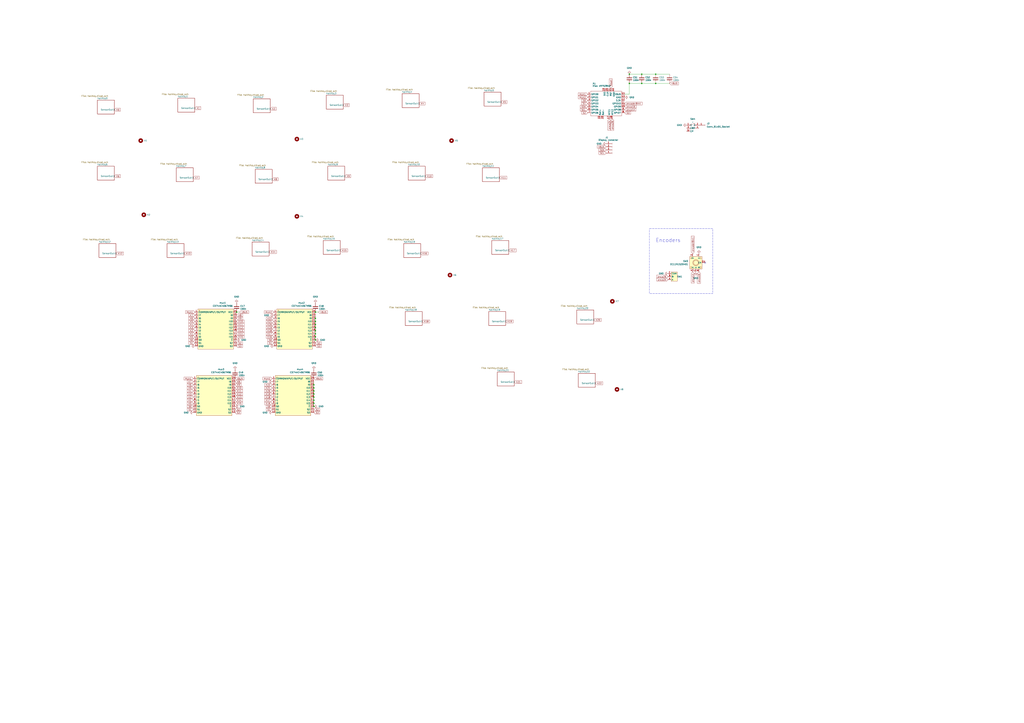
<source format=kicad_sch>
(kicad_sch
	(version 20250114)
	(generator "eeschema")
	(generator_version "9.0")
	(uuid "f39183b1-1109-46d9-9ae3-377f71bbe3c7")
	(paper "A1")
	(lib_symbols
		(symbol "Connector:Conn_01x01_Socket"
			(pin_names
				(offset 1.016)
				(hide yes)
			)
			(exclude_from_sim no)
			(in_bom yes)
			(on_board yes)
			(property "Reference" "J"
				(at 0 2.54 0)
				(effects
					(font
						(size 1.27 1.27)
					)
				)
			)
			(property "Value" "Conn_01x01_Socket"
				(at 0 -2.54 0)
				(effects
					(font
						(size 1.27 1.27)
					)
				)
			)
			(property "Footprint" ""
				(at 0 0 0)
				(effects
					(font
						(size 1.27 1.27)
					)
					(hide yes)
				)
			)
			(property "Datasheet" "~"
				(at 0 0 0)
				(effects
					(font
						(size 1.27 1.27)
					)
					(hide yes)
				)
			)
			(property "Description" "Generic connector, single row, 01x01, script generated"
				(at 0 0 0)
				(effects
					(font
						(size 1.27 1.27)
					)
					(hide yes)
				)
			)
			(property "ki_locked" ""
				(at 0 0 0)
				(effects
					(font
						(size 1.27 1.27)
					)
				)
			)
			(property "ki_keywords" "connector"
				(at 0 0 0)
				(effects
					(font
						(size 1.27 1.27)
					)
					(hide yes)
				)
			)
			(property "ki_fp_filters" "Connector*:*_1x??_*"
				(at 0 0 0)
				(effects
					(font
						(size 1.27 1.27)
					)
					(hide yes)
				)
			)
			(symbol "Conn_01x01_Socket_1_1"
				(polyline
					(pts
						(xy -1.27 0) (xy -0.508 0)
					)
					(stroke
						(width 0.1524)
						(type default)
					)
					(fill
						(type none)
					)
				)
				(arc
					(start 0 -0.508)
					(mid -0.5058 0)
					(end 0 0.508)
					(stroke
						(width 0.1524)
						(type default)
					)
					(fill
						(type none)
					)
				)
				(pin passive line
					(at -5.08 0 0)
					(length 3.81)
					(name "Pin_1"
						(effects
							(font
								(size 1.27 1.27)
							)
						)
					)
					(number "1"
						(effects
							(font
								(size 1.27 1.27)
							)
						)
					)
				)
			)
			(embedded_fonts no)
		)
		(symbol "Connector:Conn_01x04_Socket"
			(pin_names
				(offset 1.016)
				(hide yes)
			)
			(exclude_from_sim no)
			(in_bom yes)
			(on_board yes)
			(property "Reference" "J"
				(at 0 5.08 0)
				(effects
					(font
						(size 1.27 1.27)
					)
				)
			)
			(property "Value" "Conn_01x04_Socket"
				(at 0 -7.62 0)
				(effects
					(font
						(size 1.27 1.27)
					)
				)
			)
			(property "Footprint" ""
				(at 0 0 0)
				(effects
					(font
						(size 1.27 1.27)
					)
					(hide yes)
				)
			)
			(property "Datasheet" "~"
				(at 0 0 0)
				(effects
					(font
						(size 1.27 1.27)
					)
					(hide yes)
				)
			)
			(property "Description" "Generic connector, single row, 01x04, script generated"
				(at 0 0 0)
				(effects
					(font
						(size 1.27 1.27)
					)
					(hide yes)
				)
			)
			(property "ki_locked" ""
				(at 0 0 0)
				(effects
					(font
						(size 1.27 1.27)
					)
				)
			)
			(property "ki_keywords" "connector"
				(at 0 0 0)
				(effects
					(font
						(size 1.27 1.27)
					)
					(hide yes)
				)
			)
			(property "ki_fp_filters" "Connector*:*_1x??_*"
				(at 0 0 0)
				(effects
					(font
						(size 1.27 1.27)
					)
					(hide yes)
				)
			)
			(symbol "Conn_01x04_Socket_1_1"
				(polyline
					(pts
						(xy -1.27 2.54) (xy -0.508 2.54)
					)
					(stroke
						(width 0.1524)
						(type default)
					)
					(fill
						(type none)
					)
				)
				(polyline
					(pts
						(xy -1.27 0) (xy -0.508 0)
					)
					(stroke
						(width 0.1524)
						(type default)
					)
					(fill
						(type none)
					)
				)
				(polyline
					(pts
						(xy -1.27 -2.54) (xy -0.508 -2.54)
					)
					(stroke
						(width 0.1524)
						(type default)
					)
					(fill
						(type none)
					)
				)
				(polyline
					(pts
						(xy -1.27 -5.08) (xy -0.508 -5.08)
					)
					(stroke
						(width 0.1524)
						(type default)
					)
					(fill
						(type none)
					)
				)
				(arc
					(start 0 2.032)
					(mid -0.5058 2.54)
					(end 0 3.048)
					(stroke
						(width 0.1524)
						(type default)
					)
					(fill
						(type none)
					)
				)
				(arc
					(start 0 -0.508)
					(mid -0.5058 0)
					(end 0 0.508)
					(stroke
						(width 0.1524)
						(type default)
					)
					(fill
						(type none)
					)
				)
				(arc
					(start 0 -3.048)
					(mid -0.5058 -2.54)
					(end 0 -2.032)
					(stroke
						(width 0.1524)
						(type default)
					)
					(fill
						(type none)
					)
				)
				(arc
					(start 0 -5.588)
					(mid -0.5058 -5.08)
					(end 0 -4.572)
					(stroke
						(width 0.1524)
						(type default)
					)
					(fill
						(type none)
					)
				)
				(pin passive line
					(at -5.08 2.54 0)
					(length 3.81)
					(name "Pin_1"
						(effects
							(font
								(size 1.27 1.27)
							)
						)
					)
					(number "1"
						(effects
							(font
								(size 1.27 1.27)
							)
						)
					)
				)
				(pin passive line
					(at -5.08 0 0)
					(length 3.81)
					(name "Pin_2"
						(effects
							(font
								(size 1.27 1.27)
							)
						)
					)
					(number "2"
						(effects
							(font
								(size 1.27 1.27)
							)
						)
					)
				)
				(pin passive line
					(at -5.08 -2.54 0)
					(length 3.81)
					(name "Pin_3"
						(effects
							(font
								(size 1.27 1.27)
							)
						)
					)
					(number "3"
						(effects
							(font
								(size 1.27 1.27)
							)
						)
					)
				)
				(pin passive line
					(at -5.08 -5.08 0)
					(length 3.81)
					(name "Pin_4"
						(effects
							(font
								(size 1.27 1.27)
							)
						)
					)
					(number "4"
						(effects
							(font
								(size 1.27 1.27)
							)
						)
					)
				)
			)
			(embedded_fonts no)
		)
		(symbol "Device:C"
			(pin_numbers
				(hide yes)
			)
			(pin_names
				(offset 0.254)
			)
			(exclude_from_sim no)
			(in_bom yes)
			(on_board yes)
			(property "Reference" "C"
				(at 0.635 2.54 0)
				(effects
					(font
						(size 1.27 1.27)
					)
					(justify left)
				)
			)
			(property "Value" "C"
				(at 0.635 -2.54 0)
				(effects
					(font
						(size 1.27 1.27)
					)
					(justify left)
				)
			)
			(property "Footprint" ""
				(at 0.9652 -3.81 0)
				(effects
					(font
						(size 1.27 1.27)
					)
					(hide yes)
				)
			)
			(property "Datasheet" "~"
				(at 0 0 0)
				(effects
					(font
						(size 1.27 1.27)
					)
					(hide yes)
				)
			)
			(property "Description" "Unpolarized capacitor"
				(at 0 0 0)
				(effects
					(font
						(size 1.27 1.27)
					)
					(hide yes)
				)
			)
			(property "ki_keywords" "cap capacitor"
				(at 0 0 0)
				(effects
					(font
						(size 1.27 1.27)
					)
					(hide yes)
				)
			)
			(property "ki_fp_filters" "C_*"
				(at 0 0 0)
				(effects
					(font
						(size 1.27 1.27)
					)
					(hide yes)
				)
			)
			(symbol "C_0_1"
				(polyline
					(pts
						(xy -2.032 0.762) (xy 2.032 0.762)
					)
					(stroke
						(width 0.508)
						(type default)
					)
					(fill
						(type none)
					)
				)
				(polyline
					(pts
						(xy -2.032 -0.762) (xy 2.032 -0.762)
					)
					(stroke
						(width 0.508)
						(type default)
					)
					(fill
						(type none)
					)
				)
			)
			(symbol "C_1_1"
				(pin passive line
					(at 0 3.81 270)
					(length 2.794)
					(name "~"
						(effects
							(font
								(size 1.27 1.27)
							)
						)
					)
					(number "1"
						(effects
							(font
								(size 1.27 1.27)
							)
						)
					)
				)
				(pin passive line
					(at 0 -3.81 90)
					(length 2.794)
					(name "~"
						(effects
							(font
								(size 1.27 1.27)
							)
						)
					)
					(number "2"
						(effects
							(font
								(size 1.27 1.27)
							)
						)
					)
				)
			)
			(embedded_fonts no)
		)
		(symbol "GND_1"
			(power)
			(pin_numbers
				(hide yes)
			)
			(pin_names
				(offset 0)
				(hide yes)
			)
			(exclude_from_sim no)
			(in_bom yes)
			(on_board yes)
			(property "Reference" "#PWR"
				(at 0 -6.35 0)
				(effects
					(font
						(size 1.27 1.27)
					)
					(hide yes)
				)
			)
			(property "Value" "GND"
				(at 0 -3.81 0)
				(effects
					(font
						(size 1.27 1.27)
					)
				)
			)
			(property "Footprint" ""
				(at 0 0 0)
				(effects
					(font
						(size 1.27 1.27)
					)
					(hide yes)
				)
			)
			(property "Datasheet" ""
				(at 0 0 0)
				(effects
					(font
						(size 1.27 1.27)
					)
					(hide yes)
				)
			)
			(property "Description" "Power symbol creates a global label with name \"GND\" , ground"
				(at 0 0 0)
				(effects
					(font
						(size 1.27 1.27)
					)
					(hide yes)
				)
			)
			(property "ki_keywords" "global power"
				(at 0 0 0)
				(effects
					(font
						(size 1.27 1.27)
					)
					(hide yes)
				)
			)
			(symbol "GND_1_0_1"
				(polyline
					(pts
						(xy 0 0) (xy 0 -1.27) (xy 1.27 -1.27) (xy 0 -2.54) (xy -1.27 -1.27) (xy 0 -1.27)
					)
					(stroke
						(width 0)
						(type default)
					)
					(fill
						(type none)
					)
				)
			)
			(symbol "GND_1_1_1"
				(pin power_in line
					(at 0 0 270)
					(length 0)
					(name "~"
						(effects
							(font
								(size 1.27 1.27)
							)
						)
					)
					(number "1"
						(effects
							(font
								(size 1.27 1.27)
							)
						)
					)
				)
			)
			(embedded_fonts no)
		)
		(symbol "GND_2"
			(power)
			(pin_numbers
				(hide yes)
			)
			(pin_names
				(offset 0)
				(hide yes)
			)
			(exclude_from_sim no)
			(in_bom yes)
			(on_board yes)
			(property "Reference" "#PWR"
				(at 0 -6.35 0)
				(effects
					(font
						(size 1.27 1.27)
					)
					(hide yes)
				)
			)
			(property "Value" "GND"
				(at 0 -3.81 0)
				(effects
					(font
						(size 1.27 1.27)
					)
				)
			)
			(property "Footprint" ""
				(at 0 0 0)
				(effects
					(font
						(size 1.27 1.27)
					)
					(hide yes)
				)
			)
			(property "Datasheet" ""
				(at 0 0 0)
				(effects
					(font
						(size 1.27 1.27)
					)
					(hide yes)
				)
			)
			(property "Description" "Power symbol creates a global label with name \"GND\" , ground"
				(at 0 0 0)
				(effects
					(font
						(size 1.27 1.27)
					)
					(hide yes)
				)
			)
			(property "ki_keywords" "global power"
				(at 0 0 0)
				(effects
					(font
						(size 1.27 1.27)
					)
					(hide yes)
				)
			)
			(symbol "GND_2_0_1"
				(polyline
					(pts
						(xy 0 0) (xy 0 -1.27) (xy 1.27 -1.27) (xy 0 -2.54) (xy -1.27 -1.27) (xy 0 -1.27)
					)
					(stroke
						(width 0)
						(type default)
					)
					(fill
						(type none)
					)
				)
			)
			(symbol "GND_2_1_1"
				(pin power_in line
					(at 0 0 270)
					(length 0)
					(name "~"
						(effects
							(font
								(size 1.27 1.27)
							)
						)
					)
					(number "1"
						(effects
							(font
								(size 1.27 1.27)
							)
						)
					)
				)
			)
			(embedded_fonts no)
		)
		(symbol "GND_3"
			(power)
			(pin_numbers
				(hide yes)
			)
			(pin_names
				(offset 0)
				(hide yes)
			)
			(exclude_from_sim no)
			(in_bom yes)
			(on_board yes)
			(property "Reference" "#PWR"
				(at 0 -6.35 0)
				(effects
					(font
						(size 1.27 1.27)
					)
					(hide yes)
				)
			)
			(property "Value" "GND"
				(at 0 -3.81 0)
				(effects
					(font
						(size 1.27 1.27)
					)
				)
			)
			(property "Footprint" ""
				(at 0 0 0)
				(effects
					(font
						(size 1.27 1.27)
					)
					(hide yes)
				)
			)
			(property "Datasheet" ""
				(at 0 0 0)
				(effects
					(font
						(size 1.27 1.27)
					)
					(hide yes)
				)
			)
			(property "Description" "Power symbol creates a global label with name \"GND\" , ground"
				(at 0 0 0)
				(effects
					(font
						(size 1.27 1.27)
					)
					(hide yes)
				)
			)
			(property "ki_keywords" "global power"
				(at 0 0 0)
				(effects
					(font
						(size 1.27 1.27)
					)
					(hide yes)
				)
			)
			(symbol "GND_3_0_1"
				(polyline
					(pts
						(xy 0 0) (xy 0 -1.27) (xy 1.27 -1.27) (xy 0 -2.54) (xy -1.27 -1.27) (xy 0 -1.27)
					)
					(stroke
						(width 0)
						(type default)
					)
					(fill
						(type none)
					)
				)
			)
			(symbol "GND_3_1_1"
				(pin power_in line
					(at 0 0 270)
					(length 0)
					(name "~"
						(effects
							(font
								(size 1.27 1.27)
							)
						)
					)
					(number "1"
						(effects
							(font
								(size 1.27 1.27)
							)
						)
					)
				)
			)
			(embedded_fonts no)
		)
		(symbol "GND_4"
			(power)
			(pin_numbers
				(hide yes)
			)
			(pin_names
				(offset 0)
				(hide yes)
			)
			(exclude_from_sim no)
			(in_bom yes)
			(on_board yes)
			(property "Reference" "#PWR"
				(at 0 -6.35 0)
				(effects
					(font
						(size 1.27 1.27)
					)
					(hide yes)
				)
			)
			(property "Value" "GND"
				(at 0 -3.81 0)
				(effects
					(font
						(size 1.27 1.27)
					)
				)
			)
			(property "Footprint" ""
				(at 0 0 0)
				(effects
					(font
						(size 1.27 1.27)
					)
					(hide yes)
				)
			)
			(property "Datasheet" ""
				(at 0 0 0)
				(effects
					(font
						(size 1.27 1.27)
					)
					(hide yes)
				)
			)
			(property "Description" "Power symbol creates a global label with name \"GND\" , ground"
				(at 0 0 0)
				(effects
					(font
						(size 1.27 1.27)
					)
					(hide yes)
				)
			)
			(property "ki_keywords" "global power"
				(at 0 0 0)
				(effects
					(font
						(size 1.27 1.27)
					)
					(hide yes)
				)
			)
			(symbol "GND_4_0_1"
				(polyline
					(pts
						(xy 0 0) (xy 0 -1.27) (xy 1.27 -1.27) (xy 0 -2.54) (xy -1.27 -1.27) (xy 0 -1.27)
					)
					(stroke
						(width 0)
						(type default)
					)
					(fill
						(type none)
					)
				)
			)
			(symbol "GND_4_1_1"
				(pin power_in line
					(at 0 0 270)
					(length 0)
					(name "~"
						(effects
							(font
								(size 1.27 1.27)
							)
						)
					)
					(number "1"
						(effects
							(font
								(size 1.27 1.27)
							)
						)
					)
				)
			)
			(embedded_fonts no)
		)
		(symbol "Mechanical:MountingHole"
			(pin_names
				(offset 1.016)
			)
			(exclude_from_sim no)
			(in_bom yes)
			(on_board yes)
			(property "Reference" "H"
				(at 0 5.08 0)
				(effects
					(font
						(size 1.27 1.27)
					)
				)
			)
			(property "Value" "MountingHole"
				(at 0 3.175 0)
				(effects
					(font
						(size 1.27 1.27)
					)
				)
			)
			(property "Footprint" ""
				(at 0 0 0)
				(effects
					(font
						(size 1.27 1.27)
					)
					(hide yes)
				)
			)
			(property "Datasheet" "~"
				(at 0 0 0)
				(effects
					(font
						(size 1.27 1.27)
					)
					(hide yes)
				)
			)
			(property "Description" "Mounting Hole without connection"
				(at 0 0 0)
				(effects
					(font
						(size 1.27 1.27)
					)
					(hide yes)
				)
			)
			(property "ki_keywords" "mounting hole"
				(at 0 0 0)
				(effects
					(font
						(size 1.27 1.27)
					)
					(hide yes)
				)
			)
			(property "ki_fp_filters" "MountingHole*"
				(at 0 0 0)
				(effects
					(font
						(size 1.27 1.27)
					)
					(hide yes)
				)
			)
			(symbol "MountingHole_0_1"
				(circle
					(center 0 0)
					(radius 1.27)
					(stroke
						(width 1.27)
						(type default)
					)
					(fill
						(type none)
					)
				)
			)
			(embedded_fonts no)
		)
		(symbol "power:GND"
			(power)
			(pin_names
				(offset 0)
			)
			(exclude_from_sim no)
			(in_bom yes)
			(on_board yes)
			(property "Reference" "#PWR"
				(at 0 -6.35 0)
				(effects
					(font
						(size 1.27 1.27)
					)
					(hide yes)
				)
			)
			(property "Value" "GND"
				(at 0 -3.81 0)
				(effects
					(font
						(size 1.27 1.27)
					)
				)
			)
			(property "Footprint" ""
				(at 0 0 0)
				(effects
					(font
						(size 1.27 1.27)
					)
					(hide yes)
				)
			)
			(property "Datasheet" ""
				(at 0 0 0)
				(effects
					(font
						(size 1.27 1.27)
					)
					(hide yes)
				)
			)
			(property "Description" "Power symbol creates a global label with name \"GND\" , ground"
				(at 0 0 0)
				(effects
					(font
						(size 1.27 1.27)
					)
					(hide yes)
				)
			)
			(property "ki_keywords" "global power"
				(at 0 0 0)
				(effects
					(font
						(size 1.27 1.27)
					)
					(hide yes)
				)
			)
			(symbol "GND_0_1"
				(polyline
					(pts
						(xy 0 0) (xy 0 -1.27) (xy 1.27 -1.27) (xy 0 -2.54) (xy -1.27 -1.27) (xy 0 -1.27)
					)
					(stroke
						(width 0)
						(type default)
					)
					(fill
						(type none)
					)
				)
			)
			(symbol "GND_1_1"
				(pin power_in line
					(at 0 0 270)
					(length 0)
					(hide yes)
					(name "GND"
						(effects
							(font
								(size 1.27 1.27)
							)
						)
					)
					(number "1"
						(effects
							(font
								(size 1.27 1.27)
							)
						)
					)
				)
			)
			(embedded_fonts no)
		)
		(symbol "symbolLib:CD74HC4067M96"
			(exclude_from_sim no)
			(in_bom yes)
			(on_board yes)
			(property "Reference" "mux1"
				(at 5.08 21.59 0)
				(effects
					(font
						(size 1.27 1.27)
					)
				)
			)
			(property "Value" "CD74HC4067M96"
				(at 5.08 19.05 0)
				(effects
					(font
						(size 1.27 1.27)
					)
				)
			)
			(property "Footprint" ":SOIC-24_L15.4-W7.5-P1.27-LS10.3-BL"
				(at 0 -21.59 0)
				(effects
					(font
						(size 1.27 1.27)
					)
					(hide yes)
				)
			)
			(property "Datasheet" "https://lcsc.com/product-detail/New-Arrivals_Texas-Instruments-Texas-Instruments-CD74HC4067M96_C496123.html"
				(at 0 -24.13 0)
				(effects
					(font
						(size 1.27 1.27)
					)
					(hide yes)
				)
			)
			(property "Description" ""
				(at 5.08 0 0)
				(effects
					(font
						(size 1.27 1.27)
					)
					(hide yes)
				)
			)
			(property "LCSC Part" "C496123"
				(at 0 -26.67 0)
				(effects
					(font
						(size 1.27 1.27)
					)
					(hide yes)
				)
			)
			(symbol "CD74HC4067M96_0_1"
				(rectangle
					(start -15.24 16.51)
					(end 13.97 -16.51)
					(stroke
						(width 0)
						(type default)
					)
					(fill
						(type background)
					)
				)
				(circle
					(center -13.97 15.24)
					(radius 0.38)
					(stroke
						(width 0)
						(type default)
					)
					(fill
						(type none)
					)
				)
				(pin unspecified line
					(at -17.78 13.97 0)
					(length 2.54)
					(name "COMMONINPUT/OUTPUT"
						(effects
							(font
								(size 1.27 1.27)
							)
						)
					)
					(number "1"
						(effects
							(font
								(size 1.27 1.27)
							)
						)
					)
				)
				(pin unspecified line
					(at -17.78 11.43 0)
					(length 2.54)
					(name "I7"
						(effects
							(font
								(size 1.27 1.27)
							)
						)
					)
					(number "2"
						(effects
							(font
								(size 1.27 1.27)
							)
						)
					)
				)
				(pin unspecified line
					(at -17.78 8.89 0)
					(length 2.54)
					(name "I6"
						(effects
							(font
								(size 1.27 1.27)
							)
						)
					)
					(number "3"
						(effects
							(font
								(size 1.27 1.27)
							)
						)
					)
				)
				(pin unspecified line
					(at -17.78 6.35 0)
					(length 2.54)
					(name "I5"
						(effects
							(font
								(size 1.27 1.27)
							)
						)
					)
					(number "4"
						(effects
							(font
								(size 1.27 1.27)
							)
						)
					)
				)
				(pin unspecified line
					(at -17.78 3.81 0)
					(length 2.54)
					(name "I4"
						(effects
							(font
								(size 1.27 1.27)
							)
						)
					)
					(number "5"
						(effects
							(font
								(size 1.27 1.27)
							)
						)
					)
				)
				(pin unspecified line
					(at -17.78 1.27 0)
					(length 2.54)
					(name "I3"
						(effects
							(font
								(size 1.27 1.27)
							)
						)
					)
					(number "6"
						(effects
							(font
								(size 1.27 1.27)
							)
						)
					)
				)
				(pin unspecified line
					(at -17.78 -1.27 0)
					(length 2.54)
					(name "I2"
						(effects
							(font
								(size 1.27 1.27)
							)
						)
					)
					(number "7"
						(effects
							(font
								(size 1.27 1.27)
							)
						)
					)
				)
				(pin unspecified line
					(at -17.78 -3.81 0)
					(length 2.54)
					(name "I1"
						(effects
							(font
								(size 1.27 1.27)
							)
						)
					)
					(number "8"
						(effects
							(font
								(size 1.27 1.27)
							)
						)
					)
				)
				(pin unspecified line
					(at -17.78 -6.35 0)
					(length 2.54)
					(name "I0"
						(effects
							(font
								(size 1.27 1.27)
							)
						)
					)
					(number "9"
						(effects
							(font
								(size 1.27 1.27)
							)
						)
					)
				)
				(pin unspecified line
					(at -17.78 -8.89 0)
					(length 2.54)
					(name "S0"
						(effects
							(font
								(size 1.27 1.27)
							)
						)
					)
					(number "10"
						(effects
							(font
								(size 1.27 1.27)
							)
						)
					)
				)
				(pin unspecified line
					(at -17.78 -11.43 0)
					(length 2.54)
					(name "S1"
						(effects
							(font
								(size 1.27 1.27)
							)
						)
					)
					(number "11"
						(effects
							(font
								(size 1.27 1.27)
							)
						)
					)
				)
				(pin unspecified line
					(at -17.78 -13.97 0)
					(length 2.54)
					(name "GND"
						(effects
							(font
								(size 1.27 1.27)
							)
						)
					)
					(number "12"
						(effects
							(font
								(size 1.27 1.27)
							)
						)
					)
				)
				(pin unspecified line
					(at 16.51 13.97 180)
					(length 2.54)
					(name "VCC"
						(effects
							(font
								(size 1.27 1.27)
							)
						)
					)
					(number "24"
						(effects
							(font
								(size 1.27 1.27)
							)
						)
					)
				)
				(pin unspecified line
					(at 16.51 11.43 180)
					(length 2.54)
					(name "I8"
						(effects
							(font
								(size 1.27 1.27)
							)
						)
					)
					(number "23"
						(effects
							(font
								(size 1.27 1.27)
							)
						)
					)
				)
				(pin unspecified line
					(at 16.51 8.89 180)
					(length 2.54)
					(name "I9"
						(effects
							(font
								(size 1.27 1.27)
							)
						)
					)
					(number "22"
						(effects
							(font
								(size 1.27 1.27)
							)
						)
					)
				)
				(pin unspecified line
					(at 16.51 6.35 180)
					(length 2.54)
					(name "I10"
						(effects
							(font
								(size 1.27 1.27)
							)
						)
					)
					(number "21"
						(effects
							(font
								(size 1.27 1.27)
							)
						)
					)
				)
				(pin unspecified line
					(at 16.51 3.81 180)
					(length 2.54)
					(name "I11"
						(effects
							(font
								(size 1.27 1.27)
							)
						)
					)
					(number "20"
						(effects
							(font
								(size 1.27 1.27)
							)
						)
					)
				)
				(pin unspecified line
					(at 16.51 1.27 180)
					(length 2.54)
					(name "I12"
						(effects
							(font
								(size 1.27 1.27)
							)
						)
					)
					(number "19"
						(effects
							(font
								(size 1.27 1.27)
							)
						)
					)
				)
				(pin unspecified line
					(at 16.51 -1.27 180)
					(length 2.54)
					(name "I13"
						(effects
							(font
								(size 1.27 1.27)
							)
						)
					)
					(number "18"
						(effects
							(font
								(size 1.27 1.27)
							)
						)
					)
				)
				(pin unspecified line
					(at 16.51 -3.81 180)
					(length 2.54)
					(name "I14"
						(effects
							(font
								(size 1.27 1.27)
							)
						)
					)
					(number "17"
						(effects
							(font
								(size 1.27 1.27)
							)
						)
					)
				)
				(pin unspecified line
					(at 16.51 -6.35 180)
					(length 2.54)
					(name "I15"
						(effects
							(font
								(size 1.27 1.27)
							)
						)
					)
					(number "16"
						(effects
							(font
								(size 1.27 1.27)
							)
						)
					)
				)
				(pin unspecified line
					(at 16.51 -8.89 180)
					(length 2.54)
					(name "~{E}"
						(effects
							(font
								(size 1.27 1.27)
							)
						)
					)
					(number "15"
						(effects
							(font
								(size 1.27 1.27)
							)
						)
					)
				)
				(pin unspecified line
					(at 16.51 -11.43 180)
					(length 2.54)
					(name "S2"
						(effects
							(font
								(size 1.27 1.27)
							)
						)
					)
					(number "14"
						(effects
							(font
								(size 1.27 1.27)
							)
						)
					)
				)
				(pin unspecified line
					(at 16.51 -13.97 180)
					(length 2.54)
					(name "S3"
						(effects
							(font
								(size 1.27 1.27)
							)
						)
					)
					(number "13"
						(effects
							(font
								(size 1.27 1.27)
							)
						)
					)
				)
			)
			(embedded_fonts no)
		)
		(symbol "symbolLib:EC11N1520401"
			(exclude_from_sim no)
			(in_bom yes)
			(on_board yes)
			(property "Reference" "SW"
				(at 0 12.7 0)
				(effects
					(font
						(size 1.27 1.27)
					)
				)
			)
			(property "Value" "EC11N1520401"
				(at 0 -12.7 0)
				(effects
					(font
						(size 1.27 1.27)
					)
				)
			)
			(property "Footprint" ":SW-TH_EC11NXXXX"
				(at 0 -15.24 0)
				(effects
					(font
						(size 1.27 1.27)
					)
					(hide yes)
				)
			)
			(property "Datasheet" "https://lcsc.com/product-detail/Coded-Rotary-Switches_ALPS-Electric-EC11N1520401_C470703.html"
				(at 0 -17.78 0)
				(effects
					(font
						(size 1.27 1.27)
					)
					(hide yes)
				)
			)
			(property "Description" ""
				(at 0 0 0)
				(effects
					(font
						(size 1.27 1.27)
					)
					(hide yes)
				)
			)
			(property "LCSC Part" "C470703"
				(at 0 -20.32 0)
				(effects
					(font
						(size 1.27 1.27)
					)
					(hide yes)
				)
			)
			(symbol "EC11N1520401_0_1"
				(rectangle
					(start -5.08 5.08)
					(end 5.08 -5.08)
					(stroke
						(width 0)
						(type default)
					)
					(fill
						(type background)
					)
				)
				(circle
					(center -3.81 3.81)
					(radius 0.64)
					(stroke
						(width 0)
						(type default)
					)
					(fill
						(type none)
					)
				)
				(circle
					(center -3.81 -3.81)
					(radius 0.64)
					(stroke
						(width 0)
						(type default)
					)
					(fill
						(type none)
					)
				)
				(circle
					(center 0 0)
					(radius 1.91)
					(stroke
						(width 0)
						(type default)
					)
					(fill
						(type none)
					)
				)
				(circle
					(center 0 0)
					(radius 2.54)
					(stroke
						(width 0)
						(type default)
					)
					(fill
						(type none)
					)
				)
				(circle
					(center 3.81 3.81)
					(radius 0.64)
					(stroke
						(width 0)
						(type default)
					)
					(fill
						(type none)
					)
				)
				(circle
					(center 3.81 -3.81)
					(radius 0.64)
					(stroke
						(width 0)
						(type default)
					)
					(fill
						(type none)
					)
				)
				(pin unspecified line
					(at -2.54 7.62 270)
					(length 2.54)
					(name "D"
						(effects
							(font
								(size 1.27 1.27)
							)
						)
					)
					(number "D"
						(effects
							(font
								(size 1.27 1.27)
							)
						)
					)
				)
				(pin unspecified line
					(at -2.54 -7.62 90)
					(length 2.54)
					(name "A"
						(effects
							(font
								(size 1.27 1.27)
							)
						)
					)
					(number "A"
						(effects
							(font
								(size 1.27 1.27)
							)
						)
					)
				)
				(pin unspecified line
					(at 0 -7.62 90)
					(length 2.54)
					(name "C"
						(effects
							(font
								(size 1.27 1.27)
							)
						)
					)
					(number "C"
						(effects
							(font
								(size 1.27 1.27)
							)
						)
					)
				)
				(pin unspecified line
					(at 2.54 7.62 270)
					(length 2.54)
					(name "E"
						(effects
							(font
								(size 1.27 1.27)
							)
						)
					)
					(number "E"
						(effects
							(font
								(size 1.27 1.27)
							)
						)
					)
				)
				(pin unspecified line
					(at 2.54 -7.62 90)
					(length 2.54)
					(name "B"
						(effects
							(font
								(size 1.27 1.27)
							)
						)
					)
					(number "B"
						(effects
							(font
								(size 1.27 1.27)
							)
						)
					)
				)
				(pin unspecified line
					(at 7.62 0 180)
					(length 2.54)
					(name "EH"
						(effects
							(font
								(size 1.27 1.27)
							)
						)
					)
					(number "EH"
						(effects
							(font
								(size 1.27 1.27)
							)
						)
					)
				)
			)
			(embedded_fonts no)
		)
		(symbol "symbolLib:Seeed_Studio_Xiao_nRF52840"
			(exclude_from_sim no)
			(in_bom yes)
			(on_board yes)
			(property "Reference" "H1"
				(at -7.366 16.256 0)
				(effects
					(font
						(size 1.27 1.27)
					)
					(justify left)
				)
			)
			(property "Value" "Xiao nRF52840"
				(at -7.4579 14.478 0)
				(effects
					(font
						(size 1.27 1.27)
					)
					(justify left)
				)
			)
			(property "Footprint" "footprints:XIAO-nRF52840-DIP"
				(at 0 0 0)
				(effects
					(font
						(size 1.27 1.27)
					)
					(hide yes)
				)
			)
			(property "Datasheet" ""
				(at 0 0 0)
				(effects
					(font
						(size 1.27 1.27)
					)
					(hide yes)
				)
			)
			(property "Description" ""
				(at 0 0 0)
				(effects
					(font
						(size 1.27 1.27)
					)
					(hide yes)
				)
			)
			(symbol "Seeed_Studio_Xiao_nRF52840_0_1"
				(rectangle
					(start -8.89 10.16)
					(end 16.51 -10.16)
					(stroke
						(width 0)
						(type default)
					)
					(fill
						(type none)
					)
				)
			)
			(symbol "Seeed_Studio_Xiao_nRF52840_1_1"
				(pin input line
					(at -11.43 7.62 0)
					(length 2.54)
					(name "GPIO0"
						(effects
							(font
								(size 1.27 1.27)
							)
						)
					)
					(number "1"
						(effects
							(font
								(size 1.27 1.27)
							)
						)
					)
				)
				(pin input line
					(at -11.43 5.08 0)
					(length 2.54)
					(name "GPIO1"
						(effects
							(font
								(size 1.27 1.27)
							)
						)
					)
					(number "2"
						(effects
							(font
								(size 1.27 1.27)
							)
						)
					)
				)
				(pin input line
					(at -11.43 2.54 0)
					(length 2.54)
					(name "GPIO2"
						(effects
							(font
								(size 1.27 1.27)
							)
						)
					)
					(number "3"
						(effects
							(font
								(size 1.27 1.27)
							)
						)
					)
				)
				(pin input line
					(at -11.43 0 0)
					(length 2.54)
					(name "GPIO3"
						(effects
							(font
								(size 1.27 1.27)
							)
						)
					)
					(number "4"
						(effects
							(font
								(size 1.27 1.27)
							)
						)
					)
				)
				(pin input line
					(at -11.43 -2.54 0)
					(length 2.54)
					(name "GPIO4"
						(effects
							(font
								(size 1.27 1.27)
							)
						)
					)
					(number "5"
						(effects
							(font
								(size 1.27 1.27)
							)
						)
					)
				)
				(pin input line
					(at -11.43 -5.08 0)
					(length 2.54)
					(name "GPIO5"
						(effects
							(font
								(size 1.27 1.27)
							)
						)
					)
					(number "6"
						(effects
							(font
								(size 1.27 1.27)
							)
						)
					)
				)
				(pin input line
					(at -11.43 -7.62 0)
					(length 2.54)
					(name "GPIO6"
						(effects
							(font
								(size 1.27 1.27)
							)
						)
					)
					(number "7"
						(effects
							(font
								(size 1.27 1.27)
							)
						)
					)
				)
				(pin input line
					(at -1.27 -12.7 90)
					(length 2.54)
					(name "Bat+"
						(effects
							(font
								(size 1.27 1.27)
							)
						)
					)
					(number "15"
						(effects
							(font
								(size 1.27 1.27)
							)
						)
					)
				)
				(pin input line
					(at 1.27 -12.7 90)
					(length 2.54)
					(name "Bat-"
						(effects
							(font
								(size 1.27 1.27)
							)
						)
					)
					(number "16"
						(effects
							(font
								(size 1.27 1.27)
							)
						)
					)
				)
				(pin input line
					(at 2.54 12.7 270)
					(length 2.54)
					(name "DIO"
						(effects
							(font
								(size 1.27 1.27)
							)
						)
					)
					(number "19"
						(effects
							(font
								(size 1.27 1.27)
							)
						)
					)
				)
				(pin input line
					(at 5.08 12.7 270)
					(length 2.54)
					(name "CLR"
						(effects
							(font
								(size 1.27 1.27)
							)
						)
					)
					(number "20"
						(effects
							(font
								(size 1.27 1.27)
							)
						)
					)
				)
				(pin input line
					(at 6.35 -12.7 90)
					(length 2.54)
					(name "NFC1"
						(effects
							(font
								(size 1.27 1.27)
							)
						)
					)
					(number "17"
						(effects
							(font
								(size 1.27 1.27)
							)
						)
					)
				)
				(pin input line
					(at 7.62 12.7 270)
					(length 2.54)
					(name "RST"
						(effects
							(font
								(size 1.27 1.27)
							)
						)
					)
					(number "21"
						(effects
							(font
								(size 1.27 1.27)
							)
						)
					)
				)
				(pin input line
					(at 8.89 -12.7 90)
					(length 2.54)
					(name "NFC2"
						(effects
							(font
								(size 1.27 1.27)
							)
						)
					)
					(number "18"
						(effects
							(font
								(size 1.27 1.27)
							)
						)
					)
				)
				(pin input line
					(at 10.16 12.7 270)
					(length 2.54)
					(name "GND"
						(effects
							(font
								(size 1.27 1.27)
							)
						)
					)
					(number "22"
						(effects
							(font
								(size 1.27 1.27)
							)
						)
					)
				)
				(pin input line
					(at 19.05 7.62 180)
					(length 2.54)
					(name "VBUS"
						(effects
							(font
								(size 1.27 1.27)
							)
						)
					)
					(number "14"
						(effects
							(font
								(size 1.27 1.27)
							)
						)
					)
				)
				(pin input line
					(at 19.05 5.08 180)
					(length 2.54)
					(name "GND"
						(effects
							(font
								(size 1.27 1.27)
							)
						)
					)
					(number "13"
						(effects
							(font
								(size 1.27 1.27)
							)
						)
					)
				)
				(pin input line
					(at 19.05 2.54 180)
					(length 2.54)
					(name "3.3V"
						(effects
							(font
								(size 1.27 1.27)
							)
						)
					)
					(number "12"
						(effects
							(font
								(size 1.27 1.27)
							)
						)
					)
				)
				(pin input line
					(at 19.05 0 180)
					(length 2.54)
					(name "GPIO10"
						(effects
							(font
								(size 1.27 1.27)
							)
						)
					)
					(number "11"
						(effects
							(font
								(size 1.27 1.27)
							)
						)
					)
				)
				(pin input line
					(at 19.05 -2.54 180)
					(length 2.54)
					(name "GPIO9"
						(effects
							(font
								(size 1.27 1.27)
							)
						)
					)
					(number "10"
						(effects
							(font
								(size 1.27 1.27)
							)
						)
					)
				)
				(pin input line
					(at 19.05 -5.08 180)
					(length 2.54)
					(name "GPIO8"
						(effects
							(font
								(size 1.27 1.27)
							)
						)
					)
					(number "9"
						(effects
							(font
								(size 1.27 1.27)
							)
						)
					)
				)
				(pin input line
					(at 19.05 -7.62 180)
					(length 2.54)
					(name "GPIO7"
						(effects
							(font
								(size 1.27 1.27)
							)
						)
					)
					(number "8"
						(effects
							(font
								(size 1.27 1.27)
							)
						)
					)
				)
			)
			(embedded_fonts no)
		)
		(symbol "symbolLib:TCEPQR_0_1"
			(exclude_from_sim no)
			(in_bom yes)
			(on_board yes)
			(property "Reference" ""
				(at 0 0 0)
				(effects
					(font
						(size 1.27 1.27)
					)
				)
			)
			(property "Value" ""
				(at 0 0 0)
				(effects
					(font
						(size 1.27 1.27)
					)
				)
			)
			(property "Footprint" ""
				(at 0 0 0)
				(effects
					(font
						(size 1.27 1.27)
					)
					(hide yes)
				)
			)
			(property "Datasheet" ""
				(at 0 0 0)
				(effects
					(font
						(size 1.27 1.27)
					)
					(hide yes)
				)
			)
			(property "Description" ""
				(at 0 0 0)
				(effects
					(font
						(size 1.27 1.27)
					)
					(hide yes)
				)
			)
			(symbol "TCEPQR_0_1_1_1"
				(polyline
					(pts
						(xy -2.54 0) (xy 2.54 0)
					)
					(stroke
						(width 0)
						(type default)
					)
					(fill
						(type none)
					)
				)
				(polyline
					(pts
						(xy -2.54 -2.54) (xy -2.54 0)
					)
					(stroke
						(width 0)
						(type default)
					)
					(fill
						(type none)
					)
				)
				(circle
					(center -2.03 2.54)
					(radius 0.51)
					(stroke
						(width 0)
						(type default)
					)
					(fill
						(type none)
					)
				)
				(polyline
					(pts
						(xy 2.03 4.06) (xy -2.03 3.05)
					)
					(stroke
						(width 0)
						(type default)
					)
					(fill
						(type none)
					)
				)
				(circle
					(center 2.03 2.54)
					(radius 0.51)
					(stroke
						(width 0)
						(type default)
					)
					(fill
						(type none)
					)
				)
				(pin unspecified line
					(at -5.08 2.54 0)
					(length 2.54)
					(name "1"
						(effects
							(font
								(size 1.27 1.27)
							)
						)
					)
					(number "1"
						(effects
							(font
								(size 1.27 1.27)
							)
						)
					)
				)
				(pin unspecified line
					(at -5.08 0 0)
					(length 2.54)
					(name "EP"
						(effects
							(font
								(size 1.27 1.27)
							)
						)
					)
					(number "3"
						(effects
							(font
								(size 1.27 1.27)
							)
						)
					)
				)
				(pin unspecified line
					(at -5.08 -2.54 0)
					(length 2.54)
					(name "EP"
						(effects
							(font
								(size 1.27 1.27)
							)
						)
					)
					(number "5"
						(effects
							(font
								(size 1.27 1.27)
							)
						)
					)
				)
				(pin unspecified line
					(at 5.08 2.54 180)
					(length 2.54)
					(name "2"
						(effects
							(font
								(size 1.27 1.27)
							)
						)
					)
					(number "2"
						(effects
							(font
								(size 1.27 1.27)
							)
						)
					)
				)
				(pin unspecified line
					(at 5.08 0 180)
					(length 2.54)
					(name "EP"
						(effects
							(font
								(size 1.27 1.27)
							)
						)
					)
					(number "4"
						(effects
							(font
								(size 1.27 1.27)
							)
						)
					)
				)
			)
			(embedded_fonts no)
		)
		(symbol "symbolLib:mouseEncoder"
			(exclude_from_sim no)
			(in_bom yes)
			(on_board yes)
			(property "Reference" "SW"
				(at 0 4.826 0)
				(effects
					(font
						(size 1.27 1.27)
					)
				)
			)
			(property "Value" ""
				(at 0 0 0)
				(effects
					(font
						(size 1.27 1.27)
					)
				)
			)
			(property "Footprint" ""
				(at 0 0 0)
				(effects
					(font
						(size 1.27 1.27)
					)
					(hide yes)
				)
			)
			(property "Datasheet" ""
				(at 0 0 0)
				(effects
					(font
						(size 1.27 1.27)
					)
					(hide yes)
				)
			)
			(property "Description" ""
				(at 0 0 0)
				(effects
					(font
						(size 1.27 1.27)
					)
					(hide yes)
				)
			)
			(symbol "mouseEncoder_1_1"
				(rectangle
					(start -3.81 3.81)
					(end 3.81 -1.27)
					(stroke
						(width 0)
						(type default)
					)
					(fill
						(type background)
					)
				)
				(pin input line
					(at -2.54 -3.81 90)
					(length 2.54)
					(name "Com"
						(effects
							(font
								(size 1.27 1.27)
							)
						)
					)
					(number "C"
						(effects
							(font
								(size 1.27 1.27)
							)
						)
					)
				)
				(pin output line
					(at 0 -3.81 90)
					(length 2.54)
					(name "B"
						(effects
							(font
								(size 1.27 1.27)
							)
						)
					)
					(number "B"
						(effects
							(font
								(size 1.27 1.27)
							)
						)
					)
				)
				(pin output line
					(at 2.54 -3.81 90)
					(length 2.54)
					(name "A"
						(effects
							(font
								(size 1.27 1.27)
							)
						)
					)
					(number "A"
						(effects
							(font
								(size 1.27 1.27)
							)
						)
					)
				)
			)
			(embedded_fonts no)
		)
	)
	(rectangle
		(start 533.4 187.96)
		(end 585.47 241.3)
		(stroke
			(width 0)
			(type dash)
		)
		(fill
			(type none)
		)
		(uuid 97c5edbd-164c-43b8-80ea-c333134d0c37)
	)
	(text "Encoders"
		(exclude_from_sim no)
		(at 538.48 199.39 0)
		(effects
			(font
				(size 3 3)
			)
			(justify left bottom)
		)
		(uuid "81df97fd-ed53-47f5-b344-4c8f35772e22")
	)
	(junction
		(at 257.81 331.47)
		(diameter 0)
		(color 0 0 0 0)
		(uuid "09ea3709-ce22-437d-bdcf-d3715fba582b")
	)
	(junction
		(at 194.31 256.54)
		(diameter 0)
		(color 0 0 0 0)
		(uuid "0d18ca79-89d0-482e-a145-40cabe905137")
	)
	(junction
		(at 257.81 326.39)
		(diameter 0)
		(color 0 0 0 0)
		(uuid "11305619-6a03-4b0b-912f-682c98ae4c66")
	)
	(junction
		(at 538.48 68.58)
		(diameter 0)
		(color 0 0 0 0)
		(uuid "2d2c44f5-689b-44f7-8e5b-b9518c4ac75e")
	)
	(junction
		(at 257.81 316.23)
		(diameter 0)
		(color 0 0 0 0)
		(uuid "2feb1832-e2db-4139-91a6-f2ebe3c77a5a")
	)
	(junction
		(at 257.81 318.77)
		(diameter 0)
		(color 0 0 0 0)
		(uuid "4cdc0ab7-cf0c-4ed7-b09f-8681197cdadb")
	)
	(junction
		(at 516.89 68.58)
		(diameter 0)
		(color 0 0 0 0)
		(uuid "70dc9018-165d-479a-b138-b9396387a43c")
	)
	(junction
		(at 259.08 279.4)
		(diameter 0)
		(color 0 0 0 0)
		(uuid "7c75b7d7-0b9a-467d-8522-dfcfee2c9dd1")
	)
	(junction
		(at 259.08 256.54)
		(diameter 0)
		(color 0 0 0 0)
		(uuid "998fc8a5-5090-465a-8777-158dc92ffa24")
	)
	(junction
		(at 257.81 328.93)
		(diameter 0)
		(color 0 0 0 0)
		(uuid "9ec9ee86-6b4a-486d-b999-950dd776a257")
	)
	(junction
		(at 259.08 261.62)
		(diameter 0)
		(color 0 0 0 0)
		(uuid "b1922c37-12a5-4652-87d3-1b5f32c2a6a7")
	)
	(junction
		(at 257.81 334.01)
		(diameter 0)
		(color 0 0 0 0)
		(uuid "b2259e2e-cd3b-4bb2-bee1-e7b0d02d1bc0")
	)
	(junction
		(at 259.08 264.16)
		(diameter 0)
		(color 0 0 0 0)
		(uuid "b5d36a7b-8add-4c1e-9b76-7442cb7cb3c8")
	)
	(junction
		(at 259.08 274.32)
		(diameter 0)
		(color 0 0 0 0)
		(uuid "bc37d786-b7e5-4abf-940f-70fa580ee759")
	)
	(junction
		(at 527.05 60.96)
		(diameter 0)
		(color 0 0 0 0)
		(uuid "c8304ba1-4484-473f-b024-1d6d8234df35")
	)
	(junction
		(at 527.05 68.58)
		(diameter 0)
		(color 0 0 0 0)
		(uuid "cb749d89-4c6c-4aa7-9f10-ae5256f26205")
	)
	(junction
		(at 257.81 323.85)
		(diameter 0)
		(color 0 0 0 0)
		(uuid "d90781b9-87a6-4e75-b38c-b42d9a8cf5d9")
	)
	(junction
		(at 257.81 321.31)
		(diameter 0)
		(color 0 0 0 0)
		(uuid "d9ac2419-47a8-4ff0-90c7-afc03b0acc0a")
	)
	(junction
		(at 259.08 266.7)
		(diameter 0)
		(color 0 0 0 0)
		(uuid "ddd0bc65-c9e2-4094-acf5-6cd39025b813")
	)
	(junction
		(at 516.89 60.96)
		(diameter 0)
		(color 0 0 0 0)
		(uuid "e0eba13c-582e-4447-88b8-8d556d2ba5ac")
	)
	(junction
		(at 538.48 60.96)
		(diameter 0)
		(color 0 0 0 0)
		(uuid "ea71e1bf-8f5e-4425-bdbc-45dc6ec26f9b")
	)
	(junction
		(at 259.08 269.24)
		(diameter 0)
		(color 0 0 0 0)
		(uuid "eec06ae4-1bed-4191-80c1-78da203b547c")
	)
	(junction
		(at 259.08 276.86)
		(diameter 0)
		(color 0 0 0 0)
		(uuid "ef553a99-7813-4395-afd8-c83c825a398a")
	)
	(junction
		(at 259.08 271.78)
		(diameter 0)
		(color 0 0 0 0)
		(uuid "f8e747e4-607e-4239-af9e-4d17d9b6617a")
	)
	(no_connect
		(at 579.12 215.9)
		(uuid "ea538a20-b0c4-49e8-95e3-7053f33a814e")
	)
	(wire
		(pts
			(xy 257.81 316.23) (xy 257.81 318.77)
		)
		(stroke
			(width 0)
			(type default)
		)
		(uuid "06e84307-4a3c-46a3-acd5-eaf42f1d5969")
	)
	(wire
		(pts
			(xy 257.81 321.31) (xy 257.81 323.85)
		)
		(stroke
			(width 0)
			(type default)
		)
		(uuid "0de765bf-55ca-47c5-8b25-515441d8c1bf")
	)
	(wire
		(pts
			(xy 516.89 60.96) (xy 527.05 60.96)
		)
		(stroke
			(width 0)
			(type default)
		)
		(uuid "181c6f1c-6456-4270-8275-7ceee441a9dc")
	)
	(wire
		(pts
			(xy 538.48 68.58) (xy 549.91 68.58)
		)
		(stroke
			(width 0)
			(type default)
		)
		(uuid "24ad3af8-0e99-41d0-8d10-e4833cbf23fc")
	)
	(wire
		(pts
			(xy 257.81 313.69) (xy 257.81 316.23)
		)
		(stroke
			(width 0)
			(type default)
		)
		(uuid "251be756-3f27-4ac2-b81f-05b131e9e55c")
	)
	(wire
		(pts
			(xy 527.05 60.96) (xy 538.48 60.96)
		)
		(stroke
			(width 0)
			(type default)
		)
		(uuid "25450f96-0e59-45fe-b202-2681164ebc58")
	)
	(wire
		(pts
			(xy 527.05 68.58) (xy 538.48 68.58)
		)
		(stroke
			(width 0)
			(type default)
		)
		(uuid "38bb2c41-9ed2-4b27-ae23-d08596a2cdfb")
	)
	(wire
		(pts
			(xy 196.85 256.54) (xy 194.31 256.54)
		)
		(stroke
			(width 0)
			(type default)
		)
		(uuid "3f3fa80d-158e-4671-9037-2aa25d7b1c7b")
	)
	(wire
		(pts
			(xy 259.08 259.08) (xy 259.08 261.62)
		)
		(stroke
			(width 0)
			(type default)
		)
		(uuid "499b61f7-efc2-4586-84ec-661bcf4aed07")
	)
	(wire
		(pts
			(xy 259.08 271.78) (xy 259.08 274.32)
		)
		(stroke
			(width 0)
			(type default)
		)
		(uuid "502c26e2-d1c0-4b0b-a70b-791496360fbf")
	)
	(wire
		(pts
			(xy 259.08 269.24) (xy 259.08 271.78)
		)
		(stroke
			(width 0)
			(type default)
		)
		(uuid "533aaf91-aa10-4d9f-91b2-faf2c0f0852d")
	)
	(wire
		(pts
			(xy 516.89 68.58) (xy 527.05 68.58)
		)
		(stroke
			(width 0)
			(type default)
		)
		(uuid "60173294-1680-498b-af95-51c0acb28e47")
	)
	(wire
		(pts
			(xy 259.08 276.86) (xy 259.08 279.4)
		)
		(stroke
			(width 0)
			(type default)
		)
		(uuid "6f24b68b-29b7-4bcf-8afe-72f04f0edd89")
	)
	(wire
		(pts
			(xy 259.08 274.32) (xy 259.08 276.86)
		)
		(stroke
			(width 0)
			(type default)
		)
		(uuid "791fad7d-2793-4656-b629-3b9c8349982f")
	)
	(wire
		(pts
			(xy 513.08 77.47) (xy 516.89 77.47)
		)
		(stroke
			(width 0)
			(type default)
		)
		(uuid "7d7292f7-314f-4bfb-aa8b-23033a6f649e")
	)
	(wire
		(pts
			(xy 93.98 90.17) (xy 94 90.17)
		)
		(stroke
			(width 0)
			(type default)
		)
		(uuid "7e880882-c680-4c22-8b25-0e0e004561e5")
	)
	(wire
		(pts
			(xy 259.08 264.16) (xy 259.08 266.7)
		)
		(stroke
			(width 0)
			(type default)
		)
		(uuid "83a43b60-ec46-46f5-8ac7-d6f5bd44a665")
	)
	(wire
		(pts
			(xy 259.08 261.62) (xy 259.08 264.16)
		)
		(stroke
			(width 0)
			(type default)
		)
		(uuid "9ec5f755-01da-4c44-a302-654d05260518")
	)
	(wire
		(pts
			(xy 261.62 256.54) (xy 259.08 256.54)
		)
		(stroke
			(width 0)
			(type default)
		)
		(uuid "9f2b3ebe-afbf-47a6-912d-60d99f6ee564")
	)
	(wire
		(pts
			(xy 257.81 328.93) (xy 257.81 331.47)
		)
		(stroke
			(width 0)
			(type default)
		)
		(uuid "a38bda41-22b5-40a4-b581-1f65a1758055")
	)
	(wire
		(pts
			(xy 257.81 323.85) (xy 257.81 326.39)
		)
		(stroke
			(width 0)
			(type default)
		)
		(uuid "a4686af3-9c36-4fa9-8043-4cc0c94a671b")
	)
	(wire
		(pts
			(xy 257.81 318.77) (xy 257.81 321.31)
		)
		(stroke
			(width 0)
			(type default)
		)
		(uuid "a9b56180-9e76-4783-afde-fbf10a49e271")
	)
	(wire
		(pts
			(xy 257.81 331.47) (xy 257.81 334.01)
		)
		(stroke
			(width 0)
			(type default)
		)
		(uuid "aa64f136-f878-4785-9b88-6bf3ca2483c3")
	)
	(wire
		(pts
			(xy 257.81 326.39) (xy 257.81 328.93)
		)
		(stroke
			(width 0)
			(type default)
		)
		(uuid "b7628173-2041-4787-915b-fe2a38138107")
	)
	(wire
		(pts
			(xy 538.48 60.96) (xy 549.91 60.96)
		)
		(stroke
			(width 0)
			(type default)
		)
		(uuid "f0d258c0-c9c9-48be-a538-29cd1c509c97")
	)
	(wire
		(pts
			(xy 516.89 77.47) (xy 516.89 68.58)
		)
		(stroke
			(width 0)
			(type default)
		)
		(uuid "f1ebc1bf-97d2-4702-a9fe-c1e908a558ef")
	)
	(wire
		(pts
			(xy 259.08 266.7) (xy 259.08 269.24)
		)
		(stroke
			(width 0)
			(type default)
		)
		(uuid "f701ff4b-55fb-442a-8b74-4854ca13f5b2")
	)
	(global_label "K7"
		(shape input)
		(at 160.02 259.08 180)
		(fields_autoplaced yes)
		(effects
			(font
				(size 1.27 1.27)
			)
			(justify right)
		)
		(uuid "0299c870-63c3-4b76-b836-eabd8f12ca15")
		(property "Intersheetrefs" "${INTERSHEET_REFS}"
			(at 154.5553 259.08 0)
			(effects
				(font
					(size 1.27 1.27)
				)
				(justify right)
				(hide yes)
			)
		)
	)
	(global_label "encoderBtn1"
		(shape input)
		(at 513.08 85.09 0)
		(fields_autoplaced yes)
		(effects
			(font
				(size 1.27 1.27)
			)
			(justify left)
		)
		(uuid "06554337-fcb5-455c-a4e6-78c76e57d475")
		(property "Intersheetrefs" "${INTERSHEET_REFS}"
			(at 527.9184 85.09 0)
			(effects
				(font
					(size 1.27 1.27)
				)
				(justify left)
				(hide yes)
			)
		)
	)
	(global_label "K11"
		(shape input)
		(at 410.21 146.05 0)
		(fields_autoplaced yes)
		(effects
			(font
				(size 1.27 1.27)
			)
			(justify left)
		)
		(uuid "06d2afbf-b181-484e-b719-f02e71baf2ba")
		(property "Intersheetrefs" "${INTERSHEET_REFS}"
			(at 416.8842 146.05 0)
			(effects
				(font
					(size 1.27 1.27)
				)
				(justify left)
				(hide yes)
			)
		)
	)
	(global_label "K4"
		(shape input)
		(at 344.17 85.09 0)
		(fields_autoplaced yes)
		(effects
			(font
				(size 1.27 1.27)
			)
			(justify left)
		)
		(uuid "083e7ae3-a1f5-4537-88ad-588b6ecbf760")
		(property "Intersheetrefs" "${INTERSHEET_REFS}"
			(at 349.6347 85.09 0)
			(effects
				(font
					(size 1.27 1.27)
				)
				(justify left)
				(hide yes)
			)
		)
	)
	(global_label "MUX1"
		(shape input)
		(at 158.75 311.15 180)
		(fields_autoplaced yes)
		(effects
			(font
				(size 1.27 1.27)
			)
			(justify right)
		)
		(uuid "08eb3c6d-5976-4133-ad9f-753735309c66")
		(property "Intersheetrefs" "${INTERSHEET_REFS}"
			(at 150.5639 311.15 0)
			(effects
				(font
					(size 1.27 1.27)
				)
				(justify right)
				(hide yes)
			)
		)
	)
	(global_label "K10"
		(shape input)
		(at 194.31 264.16 0)
		(fields_autoplaced yes)
		(effects
			(font
				(size 1.27 1.27)
			)
			(justify left)
		)
		(uuid "09f2794e-711d-45b6-9148-76ca4527801a")
		(property "Intersheetrefs" "${INTERSHEET_REFS}"
			(at 200.9842 264.16 0)
			(effects
				(font
					(size 1.27 1.27)
				)
				(justify left)
				(hide yes)
			)
		)
	)
	(global_label "K0"
		(shape input)
		(at 160.02 276.86 180)
		(fields_autoplaced yes)
		(effects
			(font
				(size 1.27 1.27)
			)
			(justify right)
		)
		(uuid "10aeec6b-e5c6-4f62-81ae-003b1a70b5e5")
		(property "Intersheetrefs" "${INTERSHEET_REFS}"
			(at 154.5553 276.86 0)
			(effects
				(font
					(size 1.27 1.27)
				)
				(justify right)
				(hide yes)
			)
		)
	)
	(global_label "K17"
		(shape input)
		(at 417.83 205.74 0)
		(fields_autoplaced yes)
		(effects
			(font
				(size 1.27 1.27)
			)
			(justify left)
		)
		(uuid "11b4e704-74dd-4d18-ba82-c3e3e84a2619")
		(property "Intersheetrefs" "${INTERSHEET_REFS}"
			(at 424.5042 205.74 0)
			(effects
				(font
					(size 1.27 1.27)
				)
				(justify left)
				(hide yes)
			)
		)
	)
	(global_label "K6"
		(shape input)
		(at 93.98 144.78 0)
		(fields_autoplaced yes)
		(effects
			(font
				(size 1.27 1.27)
			)
			(justify left)
		)
		(uuid "12c08f4e-35ca-4043-a9d5-472e10a8fd6c")
		(property "Intersheetrefs" "${INTERSHEET_REFS}"
			(at 99.4447 144.78 0)
			(effects
				(font
					(size 1.27 1.27)
				)
				(justify left)
				(hide yes)
			)
		)
	)
	(global_label "VBUS"
		(shape input)
		(at 196.85 256.54 0)
		(fields_autoplaced yes)
		(effects
			(font
				(size 1.27 1.27)
			)
			(justify left)
		)
		(uuid "1403a83f-6483-4136-8604-cdcff095d93f")
		(property "Intersheetrefs" "${INTERSHEET_REFS}"
			(at 204.7338 256.54 0)
			(effects
				(font
					(size 1.27 1.27)
				)
				(justify left)
				(hide yes)
			)
		)
	)
	(global_label "K21"
		(shape input)
		(at 224.79 264.16 180)
		(fields_autoplaced yes)
		(effects
			(font
				(size 1.27 1.27)
			)
			(justify right)
		)
		(uuid "14b4e96b-2a0d-4c64-baa1-e6493aff3418")
		(property "Intersheetrefs" "${INTERSHEET_REFS}"
			(at 218.1158 264.16 0)
			(effects
				(font
					(size 1.27 1.27)
				)
				(justify right)
				(hide yes)
			)
		)
	)
	(global_label "K20"
		(shape input)
		(at 487.68 262.89 0)
		(fields_autoplaced yes)
		(effects
			(font
				(size 1.27 1.27)
			)
			(justify left)
		)
		(uuid "1521bff0-ca32-4496-8c66-c57d3bc58733")
		(property "Intersheetrefs" "${INTERSHEET_REFS}"
			(at 494.3542 262.89 0)
			(effects
				(font
					(size 1.27 1.27)
				)
				(justify left)
				(hide yes)
			)
		)
	)
	(global_label "K15"
		(shape input)
		(at 194.31 276.86 0)
		(fields_autoplaced yes)
		(effects
			(font
				(size 1.27 1.27)
			)
			(justify left)
		)
		(uuid "15dc6fcf-4705-4717-9d87-9e89ed05cc63")
		(property "Intersheetrefs" "${INTERSHEET_REFS}"
			(at 200.9842 276.86 0)
			(effects
				(font
					(size 1.27 1.27)
				)
				(justify left)
				(hide yes)
			)
		)
	)
	(global_label "S0"
		(shape input)
		(at 158.75 334.01 180)
		(fields_autoplaced yes)
		(effects
			(font
				(size 1.27 1.27)
			)
			(justify right)
		)
		(uuid "180acf13-f1c8-4480-9afe-c7e5fbc8abf7")
		(property "Intersheetrefs" "${INTERSHEET_REFS}"
			(at 153.3458 334.01 0)
			(effects
				(font
					(size 1.27 1.27)
				)
				(justify right)
				(hide yes)
			)
		)
	)
	(global_label "K2"
		(shape input)
		(at 160.02 271.78 180)
		(fields_autoplaced yes)
		(effects
			(font
				(size 1.27 1.27)
			)
			(justify right)
		)
		(uuid "1cdec4a7-7cc2-42d4-b128-6042431742e3")
		(property "Intersheetrefs" "${INTERSHEET_REFS}"
			(at 154.5553 271.78 0)
			(effects
				(font
					(size 1.27 1.27)
				)
				(justify right)
				(hide yes)
			)
		)
	)
	(global_label "enco1B"
		(shape input)
		(at 574.04 223.52 270)
		(fields_autoplaced yes)
		(effects
			(font
				(size 1.27 1.27)
			)
			(justify right)
		)
		(uuid "1de70b94-94e5-4341-a7a6-1490c024266d")
		(property "Intersheetrefs" "${INTERSHEET_REFS}"
			(at 574.04 233.4599 90)
			(effects
				(font
					(size 1.27 1.27)
				)
				(justify right)
				(hide yes)
			)
		)
	)
	(global_label "S0"
		(shape input)
		(at 223.52 334.01 180)
		(fields_autoplaced yes)
		(effects
			(font
				(size 1.27 1.27)
			)
			(justify right)
		)
		(uuid "1f8c0dcd-175b-47b4-a092-131dfafb5e90")
		(property "Intersheetrefs" "${INTERSHEET_REFS}"
			(at 218.1158 334.01 0)
			(effects
				(font
					(size 1.27 1.27)
				)
				(justify right)
				(hide yes)
			)
		)
	)
	(global_label "S1"
		(shape input)
		(at 482.6 85.09 180)
		(fields_autoplaced yes)
		(effects
			(font
				(size 1.27 1.27)
			)
			(justify right)
		)
		(uuid "1faadc4a-3c88-4af5-abf9-d2005f006069")
		(property "Intersheetrefs" "${INTERSHEET_REFS}"
			(at 477.1958 85.09 0)
			(effects
				(font
					(size 1.27 1.27)
				)
				(justify right)
				(hide yes)
			)
		)
	)
	(global_label "S2"
		(shape input)
		(at 194.31 281.94 0)
		(fields_autoplaced yes)
		(effects
			(font
				(size 1.27 1.27)
			)
			(justify left)
		)
		(uuid "1fc74e14-8729-4822-aa94-fb843d6ea9b2")
		(property "Intersheetrefs" "${INTERSHEET_REFS}"
			(at 199.7142 281.94 0)
			(effects
				(font
					(size 1.27 1.27)
				)
				(justify left)
				(hide yes)
			)
		)
	)
	(global_label "K11"
		(shape input)
		(at 194.31 266.7 0)
		(fields_autoplaced yes)
		(effects
			(font
				(size 1.27 1.27)
			)
			(justify left)
		)
		(uuid "224e9f99-2cae-448b-b6e7-d1030c8153b8")
		(property "Intersheetrefs" "${INTERSHEET_REFS}"
			(at 200.9842 266.7 0)
			(effects
				(font
					(size 1.27 1.27)
				)
				(justify left)
				(hide yes)
			)
		)
	)
	(global_label "K17"
		(shape input)
		(at 223.52 328.93 180)
		(fields_autoplaced yes)
		(effects
			(font
				(size 1.27 1.27)
			)
			(justify right)
		)
		(uuid "2524171a-24a9-4778-9e20-977cd6b62afc")
		(property "Intersheetrefs" "${INTERSHEET_REFS}"
			(at 216.8458 328.93 0)
			(effects
				(font
					(size 1.27 1.27)
				)
				(justify right)
				(hide yes)
			)
		)
	)
	(global_label "K2"
		(shape input)
		(at 221.996 89.408 0)
		(fields_autoplaced yes)
		(effects
			(font
				(size 1.27 1.27)
			)
			(justify left)
		)
		(uuid "2803315a-c233-4970-bd71-1bd9422639ff")
		(property "Intersheetrefs" "${INTERSHEET_REFS}"
			(at 227.4607 89.408 0)
			(effects
				(font
					(size 1.27 1.27)
				)
				(justify left)
				(hide yes)
			)
		)
	)
	(global_label "K1"
		(shape input)
		(at 160.02 274.32 180)
		(fields_autoplaced yes)
		(effects
			(font
				(size 1.27 1.27)
			)
			(justify right)
		)
		(uuid "284ccf55-9c03-44c9-ab54-fa46e705c901")
		(property "Intersheetrefs" "${INTERSHEET_REFS}"
			(at 154.5553 274.32 0)
			(effects
				(font
					(size 1.27 1.27)
				)
				(justify right)
				(hide yes)
			)
		)
	)
	(global_label "K12"
		(shape input)
		(at 95.25 208.28 0)
		(fields_autoplaced yes)
		(effects
			(font
				(size 1.27 1.27)
			)
			(justify left)
		)
		(uuid "2938b9f2-17eb-4673-b285-6ba0b1ce7581")
		(property "Intersheetrefs" "${INTERSHEET_REFS}"
			(at 101.9242 208.28 0)
			(effects
				(font
					(size 1.27 1.27)
				)
				(justify left)
				(hide yes)
			)
		)
	)
	(global_label "K14"
		(shape input)
		(at 193.04 328.93 0)
		(fields_autoplaced yes)
		(effects
			(font
				(size 1.27 1.27)
			)
			(justify left)
		)
		(uuid "2a97d1e7-cc5c-43bc-bfb8-879e6dbcd783")
		(property "Intersheetrefs" "${INTERSHEET_REFS}"
			(at 199.7142 328.93 0)
			(effects
				(font
					(size 1.27 1.27)
				)
				(justify left)
				(hide yes)
			)
		)
	)
	(global_label "S0"
		(shape input)
		(at 482.6 82.55 180)
		(fields_autoplaced yes)
		(effects
			(font
				(size 1.27 1.27)
			)
			(justify right)
		)
		(uuid "2b25a48d-9c05-43cc-8b5f-840e704b3b84")
		(property "Intersheetrefs" "${INTERSHEET_REFS}"
			(at 477.1958 82.55 0)
			(effects
				(font
					(size 1.27 1.27)
				)
				(justify right)
				(hide yes)
			)
		)
	)
	(global_label "K12"
		(shape input)
		(at 193.04 323.85 0)
		(fields_autoplaced yes)
		(effects
			(font
				(size 1.27 1.27)
			)
			(justify left)
		)
		(uuid "2f50fad2-e47b-4340-aec7-8dd29fec9c67")
		(property "Intersheetrefs" "${INTERSHEET_REFS}"
			(at 199.7142 323.85 0)
			(effects
				(font
					(size 1.27 1.27)
				)
				(justify left)
				(hide yes)
			)
		)
	)
	(global_label "K15"
		(shape input)
		(at 279.4 205.74 0)
		(fields_autoplaced yes)
		(effects
			(font
				(size 1.27 1.27)
			)
			(justify left)
		)
		(uuid "33291856-8735-4ca8-ab6e-28730cff7e33")
		(property "Intersheetrefs" "${INTERSHEET_REFS}"
			(at 286.0742 205.74 0)
			(effects
				(font
					(size 1.27 1.27)
				)
				(justify left)
				(hide yes)
			)
		)
	)
	(global_label "K13"
		(shape input)
		(at 193.04 326.39 0)
		(fields_autoplaced yes)
		(effects
			(font
				(size 1.27 1.27)
			)
			(justify left)
		)
		(uuid "335c143d-3fa1-422b-95ee-3596476425d9")
		(property "Intersheetrefs" "${INTERSHEET_REFS}"
			(at 199.7142 326.39 0)
			(effects
				(font
					(size 1.27 1.27)
				)
				(justify left)
				(hide yes)
			)
		)
	)
	(global_label "K10"
		(shape input)
		(at 349.25 144.78 0)
		(fields_autoplaced yes)
		(effects
			(font
				(size 1.27 1.27)
			)
			(justify left)
		)
		(uuid "337410b8-4c24-40ad-8271-aef350c2a843")
		(property "Intersheetrefs" "${INTERSHEET_REFS}"
			(at 355.9242 144.78 0)
			(effects
				(font
					(size 1.27 1.27)
				)
				(justify left)
				(hide yes)
			)
		)
	)
	(global_label "K12"
		(shape input)
		(at 194.31 269.24 0)
		(fields_autoplaced yes)
		(effects
			(font
				(size 1.27 1.27)
			)
			(justify left)
		)
		(uuid "348c9e10-f896-4a1f-a8f9-cf29dc8f0d51")
		(property "Intersheetrefs" "${INTERSHEET_REFS}"
			(at 200.9842 269.24 0)
			(effects
				(font
					(size 1.27 1.27)
				)
				(justify left)
				(hide yes)
			)
		)
	)
	(global_label "MUX2"
		(shape input)
		(at 224.79 256.54 180)
		(fields_autoplaced yes)
		(effects
			(font
				(size 1.27 1.27)
			)
			(justify right)
		)
		(uuid "35093c4f-49e6-4c13-820a-4411e3d673c7")
		(property "Intersheetrefs" "${INTERSHEET_REFS}"
			(at 216.6039 256.54 0)
			(effects
				(font
					(size 1.27 1.27)
				)
				(justify right)
				(hide yes)
			)
		)
	)
	(global_label "S3"
		(shape input)
		(at 259.08 284.48 0)
		(fields_autoplaced yes)
		(effects
			(font
				(size 1.27 1.27)
			)
			(justify left)
		)
		(uuid "3861e502-c913-49fa-b9c5-66b9a7c6236a")
		(property "Intersheetrefs" "${INTERSHEET_REFS}"
			(at 264.4842 284.48 0)
			(effects
				(font
					(size 1.27 1.27)
				)
				(justify left)
				(hide yes)
			)
		)
	)
	(global_label "K13"
		(shape input)
		(at 151.13 208.28 0)
		(fields_autoplaced yes)
		(effects
			(font
				(size 1.27 1.27)
			)
			(justify left)
		)
		(uuid "3936275e-2690-4fbe-91af-7b210ab40af8")
		(property "Intersheetrefs" "${INTERSHEET_REFS}"
			(at 157.8042 208.28 0)
			(effects
				(font
					(size 1.27 1.27)
				)
				(justify left)
				(hide yes)
			)
		)
	)
	(global_label "K19"
		(shape input)
		(at 223.52 323.85 180)
		(fields_autoplaced yes)
		(effects
			(font
				(size 1.27 1.27)
			)
			(justify right)
		)
		(uuid "3959c4fc-1a7a-4bc9-ba80-af6bfd4463ba")
		(property "Intersheetrefs" "${INTERSHEET_REFS}"
			(at 216.8458 323.85 0)
			(effects
				(font
					(size 1.27 1.27)
				)
				(justify right)
				(hide yes)
			)
		)
	)
	(global_label "K19"
		(shape input)
		(at 415.29 264.16 0)
		(fields_autoplaced yes)
		(effects
			(font
				(size 1.27 1.27)
			)
			(justify left)
		)
		(uuid "3c4818c2-42c7-4f34-846c-7dea3a6d652c")
		(property "Intersheetrefs" "${INTERSHEET_REFS}"
			(at 421.9642 264.16 0)
			(effects
				(font
					(size 1.27 1.27)
				)
				(justify left)
				(hide yes)
			)
		)
	)
	(global_label "MUX1"
		(shape input)
		(at 482.6 77.47 180)
		(fields_autoplaced yes)
		(effects
			(font
				(size 1.27 1.27)
			)
			(justify right)
		)
		(uuid "3f6b214e-dd59-40b3-9b9d-d4733f0c55a5")
		(property "Intersheetrefs" "${INTERSHEET_REFS}"
			(at 474.4139 77.47 0)
			(effects
				(font
					(size 1.27 1.27)
				)
				(justify right)
				(hide yes)
			)
		)
	)
	(global_label "S0"
		(shape input)
		(at 224.79 279.4 180)
		(fields_autoplaced yes)
		(effects
			(font
				(size 1.27 1.27)
			)
			(justify right)
		)
		(uuid "40c08b98-a499-446d-8eb9-90a98efc4730")
		(property "Intersheetrefs" "${INTERSHEET_REFS}"
			(at 219.3858 279.4 0)
			(effects
				(font
					(size 1.27 1.27)
				)
				(justify right)
				(hide yes)
			)
		)
	)
	(global_label "K0"
		(shape input)
		(at 158.75 331.47 180)
		(fields_autoplaced yes)
		(effects
			(font
				(size 1.27 1.27)
			)
			(justify right)
		)
		(uuid "42dad61b-899f-490e-9155-768175a58ad7")
		(property "Intersheetrefs" "${INTERSHEET_REFS}"
			(at 153.2853 331.47 0)
			(effects
				(font
					(size 1.27 1.27)
				)
				(justify right)
				(hide yes)
			)
		)
	)
	(global_label "K22"
		(shape input)
		(at 223.52 316.23 180)
		(fields_autoplaced yes)
		(effects
			(font
				(size 1.27 1.27)
			)
			(justify right)
		)
		(uuid "44009e46-5e24-4762-b9e2-ec1d5d6ecbdb")
		(property "Intersheetrefs" "${INTERSHEET_REFS}"
			(at 216.8458 316.23 0)
			(effects
				(font
					(size 1.27 1.27)
				)
				(justify right)
				(hide yes)
			)
		)
	)
	(global_label "K4"
		(shape input)
		(at 158.75 321.31 180)
		(fields_autoplaced yes)
		(effects
			(font
				(size 1.27 1.27)
			)
			(justify right)
		)
		(uuid "47613f5d-b14c-4ab3-b15a-3d9cda4af994")
		(property "Intersheetrefs" "${INTERSHEET_REFS}"
			(at 153.2853 321.31 0)
			(effects
				(font
					(size 1.27 1.27)
				)
				(justify right)
				(hide yes)
			)
		)
	)
	(global_label "K18"
		(shape input)
		(at 223.52 326.39 180)
		(fields_autoplaced yes)
		(effects
			(font
				(size 1.27 1.27)
			)
			(justify right)
		)
		(uuid "486ec335-393e-4c60-a3ab-d312ceca8c46")
		(property "Intersheetrefs" "${INTERSHEET_REFS}"
			(at 216.8458 326.39 0)
			(effects
				(font
					(size 1.27 1.27)
				)
				(justify right)
				(hide yes)
			)
		)
	)
	(global_label "S1"
		(shape input)
		(at 158.75 336.55 180)
		(fields_autoplaced yes)
		(effects
			(font
				(size 1.27 1.27)
			)
			(justify right)
		)
		(uuid "49c5473d-c0d4-4eea-bf88-77cdee2917f3")
		(property "Intersheetrefs" "${INTERSHEET_REFS}"
			(at 153.3458 336.55 0)
			(effects
				(font
					(size 1.27 1.27)
				)
				(justify right)
				(hide yes)
			)
		)
	)
	(global_label "K9"
		(shape input)
		(at 194.31 261.62 0)
		(fields_autoplaced yes)
		(effects
			(font
				(size 1.27 1.27)
			)
			(justify left)
		)
		(uuid "4c4e1597-a868-40c7-810e-a4f68ddb99d7")
		(property "Intersheetrefs" "${INTERSHEET_REFS}"
			(at 199.7747 261.62 0)
			(effects
				(font
					(size 1.27 1.27)
				)
				(justify left)
				(hide yes)
			)
		)
	)
	(global_label "S1"
		(shape input)
		(at 224.79 281.94 180)
		(fields_autoplaced yes)
		(effects
			(font
				(size 1.27 1.27)
			)
			(justify right)
		)
		(uuid "4decf289-77ec-496d-ae16-73e9ae0350f0")
		(property "Intersheetrefs" "${INTERSHEET_REFS}"
			(at 219.3858 281.94 0)
			(effects
				(font
					(size 1.27 1.27)
				)
				(justify right)
				(hide yes)
			)
		)
	)
	(global_label "K3"
		(shape input)
		(at 158.75 323.85 180)
		(fields_autoplaced yes)
		(effects
			(font
				(size 1.27 1.27)
			)
			(justify right)
		)
		(uuid "50d854de-036d-4d6c-ad38-c15e0d7a2a31")
		(property "Intersheetrefs" "${INTERSHEET_REFS}"
			(at 153.2853 323.85 0)
			(effects
				(font
					(size 1.27 1.27)
				)
				(justify right)
				(hide yes)
			)
		)
	)
	(global_label "K0"
		(shape input)
		(at 93.98 90.17 0)
		(fields_autoplaced yes)
		(effects
			(font
				(size 1.27 1.27)
			)
			(justify left)
		)
		(uuid "5270c8ce-c761-49e1-8997-c6163ed8efaa")
		(property "Intersheetrefs" "${INTERSHEET_REFS}"
			(at 99.4447 90.17 0)
			(effects
				(font
					(size 1.27 1.27)
				)
				(justify left)
				(hide yes)
			)
		)
	)
	(global_label "VBUS"
		(shape input)
		(at 549.91 68.58 0)
		(fields_autoplaced yes)
		(effects
			(font
				(size 1.27 1.27)
			)
			(justify left)
		)
		(uuid "59c46bcd-0444-4d3f-b801-b1fcc3a14fcb")
		(property "Intersheetrefs" "${INTERSHEET_REFS}"
			(at 557.7938 68.58 0)
			(effects
				(font
					(size 1.27 1.27)
				)
				(justify left)
				(hide yes)
			)
		)
	)
	(global_label "SCL"
		(shape input)
		(at 482.6 90.17 180)
		(fields_autoplaced yes)
		(effects
			(font
				(size 1.27 1.27)
			)
			(justify right)
		)
		(uuid "59feb72c-0d53-497f-9be4-904f6f4f440f")
		(property "Intersheetrefs" "${INTERSHEET_REFS}"
			(at 476.1072 90.17 0)
			(effects
				(font
					(size 1.27 1.27)
				)
				(justify right)
				(hide yes)
			)
		)
	)
	(global_label "K16"
		(shape input)
		(at 224.79 276.86 180)
		(fields_autoplaced yes)
		(effects
			(font
				(size 1.27 1.27)
			)
			(justify right)
		)
		(uuid "5f5a7b5b-d1d5-4146-9809-559aeba949cb")
		(property "Intersheetrefs" "${INTERSHEET_REFS}"
			(at 218.1158 276.86 0)
			(effects
				(font
					(size 1.27 1.27)
				)
				(justify right)
				(hide yes)
			)
		)
	)
	(global_label "S2"
		(shape input)
		(at 257.81 336.55 0)
		(fields_autoplaced yes)
		(effects
			(font
				(size 1.27 1.27)
			)
			(justify left)
		)
		(uuid "64e84f9b-e239-4f31-91f9-3509522b802c")
		(property "Intersheetrefs" "${INTERSHEET_REFS}"
			(at 263.2142 336.55 0)
			(effects
				(font
					(size 1.27 1.27)
				)
				(justify left)
				(hide yes)
			)
		)
	)
	(global_label "S1"
		(shape input)
		(at 223.52 336.55 180)
		(fields_autoplaced yes)
		(effects
			(font
				(size 1.27 1.27)
			)
			(justify right)
		)
		(uuid "657e06be-398a-46f2-b176-c8c92bd3888f")
		(property "Intersheetrefs" "${INTERSHEET_REFS}"
			(at 218.1158 336.55 0)
			(effects
				(font
					(size 1.27 1.27)
				)
				(justify right)
				(hide yes)
			)
		)
	)
	(global_label "S2"
		(shape input)
		(at 482.6 92.71 180)
		(fields_autoplaced yes)
		(effects
			(font
				(size 1.27 1.27)
			)
			(justify right)
		)
		(uuid "6764dcbe-4cbd-40d1-a689-fb23cb2b3e92")
		(property "Intersheetrefs" "${INTERSHEET_REFS}"
			(at 477.1958 92.71 0)
			(effects
				(font
					(size 1.27 1.27)
				)
				(justify right)
				(hide yes)
			)
		)
	)
	(global_label "enco1A"
		(shape input)
		(at 513.08 90.17 0)
		(fields_autoplaced yes)
		(effects
			(font
				(size 1.27 1.27)
			)
			(justify left)
		)
		(uuid "6bd7be70-2276-4bc3-96e7-262f30faa9cf")
		(property "Intersheetrefs" "${INTERSHEET_REFS}"
			(at 522.8385 90.17 0)
			(effects
				(font
					(size 1.27 1.27)
				)
				(justify left)
				(hide yes)
			)
		)
	)
	(global_label "K8"
		(shape input)
		(at 193.04 313.69 0)
		(fields_autoplaced yes)
		(effects
			(font
				(size 1.27 1.27)
			)
			(justify left)
		)
		(uuid "6db9d464-0585-4f62-9944-f518e794bd58")
		(property "Intersheetrefs" "${INTERSHEET_REFS}"
			(at 198.5047 313.69 0)
			(effects
				(font
					(size 1.27 1.27)
				)
				(justify left)
				(hide yes)
			)
		)
	)
	(global_label "MUX1"
		(shape input)
		(at 160.02 256.54 180)
		(fields_autoplaced yes)
		(effects
			(font
				(size 1.27 1.27)
			)
			(justify right)
		)
		(uuid "73bde676-6b34-4452-9ed8-300569fab4e4")
		(property "Intersheetrefs" "${INTERSHEET_REFS}"
			(at 151.8339 256.54 0)
			(effects
				(font
					(size 1.27 1.27)
				)
				(justify right)
				(hide yes)
			)
		)
	)
	(global_label "K5"
		(shape input)
		(at 411.48 83.82 0)
		(fields_autoplaced yes)
		(effects
			(font
				(size 1.27 1.27)
			)
			(justify left)
		)
		(uuid "73e85f93-6081-4cc5-adde-803f44727898")
		(property "Intersheetrefs" "${INTERSHEET_REFS}"
			(at 416.9447 83.82 0)
			(effects
				(font
					(size 1.27 1.27)
				)
				(justify left)
				(hide yes)
			)
		)
	)
	(global_label "K22"
		(shape input)
		(at 488.95 314.96 0)
		(fields_autoplaced yes)
		(effects
			(font
				(size 1.27 1.27)
			)
			(justify left)
		)
		(uuid "75a0c891-de97-45a3-8fcc-c5c617bedfd7")
		(property "Intersheetrefs" "${INTERSHEET_REFS}"
			(at 495.6242 314.96 0)
			(effects
				(font
					(size 1.27 1.27)
				)
				(justify left)
				(hide yes)
			)
		)
	)
	(global_label "S2"
		(shape input)
		(at 259.08 281.94 0)
		(fields_autoplaced yes)
		(effects
			(font
				(size 1.27 1.27)
			)
			(justify left)
		)
		(uuid "75a95228-c618-4c0c-966a-d66c41f0cb8b")
		(property "Intersheetrefs" "${INTERSHEET_REFS}"
			(at 264.4842 281.94 0)
			(effects
				(font
					(size 1.27 1.27)
				)
				(justify left)
				(hide yes)
			)
		)
	)
	(global_label "enco2A"
		(shape input)
		(at 500.38 97.79 270)
		(fields_autoplaced yes)
		(effects
			(font
				(size 1.27 1.27)
			)
			(justify right)
		)
		(uuid "75ff2546-4673-481f-a38c-6512c29a8c23")
		(property "Intersheetrefs" "${INTERSHEET_REFS}"
			(at 500.38 107.5485 90)
			(effects
				(font
					(size 1.27 1.27)
				)
				(justify right)
				(hide yes)
			)
		)
	)
	(global_label "K14"
		(shape input)
		(at 194.31 274.32 0)
		(fields_autoplaced yes)
		(effects
			(font
				(size 1.27 1.27)
			)
			(justify left)
		)
		(uuid "7eaa599e-61ac-48f9-8924-cc7cf7c5de0d")
		(property "Intersheetrefs" "${INTERSHEET_REFS}"
			(at 200.9842 274.32 0)
			(effects
				(font
					(size 1.27 1.27)
				)
				(justify left)
				(hide yes)
			)
		)
	)
	(global_label "SDA"
		(shape input)
		(at 497.84 123.19 180)
		(fields_autoplaced yes)
		(effects
			(font
				(size 1.27 1.27)
			)
			(justify right)
		)
		(uuid "7fca74db-7484-48c6-b9e7-7b3cbff0fa36")
		(property "Intersheetrefs" "${INTERSHEET_REFS}"
			(at 491.2867 123.19 0)
			(effects
				(font
					(size 1.27 1.27)
				)
				(justify right)
				(hide yes)
			)
		)
	)
	(global_label "VBUS"
		(shape input)
		(at 497.84 120.65 180)
		(fields_autoplaced yes)
		(effects
			(font
				(size 1.27 1.27)
			)
			(justify right)
		)
		(uuid "8449fa0f-3407-4a10-b194-6bb10c35b098")
		(property "Intersheetrefs" "${INTERSHEET_REFS}"
			(at 489.9562 120.65 0)
			(effects
				(font
					(size 1.27 1.27)
				)
				(justify right)
				(hide yes)
			)
		)
	)
	(global_label "K9"
		(shape input)
		(at 283.21 144.78 0)
		(fields_autoplaced yes)
		(effects
			(font
				(size 1.27 1.27)
			)
			(justify left)
		)
		(uuid "85632cad-71b3-4748-99d8-6fb0227bccb5")
		(property "Intersheetrefs" "${INTERSHEET_REFS}"
			(at 288.6747 144.78 0)
			(effects
				(font
					(size 1.27 1.27)
				)
				(justify left)
				(hide yes)
			)
		)
	)
	(global_label "K22"
		(shape input)
		(at 224.79 261.62 180)
		(fields_autoplaced yes)
		(effects
			(font
				(size 1.27 1.27)
			)
			(justify right)
		)
		(uuid "85f653e8-e0e8-4074-9925-a055b5c47040")
		(property "Intersheetrefs" "${INTERSHEET_REFS}"
			(at 218.1158 261.62 0)
			(effects
				(font
					(size 1.27 1.27)
				)
				(justify right)
				(hide yes)
			)
		)
	)
	(global_label "K19"
		(shape input)
		(at 224.79 269.24 180)
		(fields_autoplaced yes)
		(effects
			(font
				(size 1.27 1.27)
			)
			(justify right)
		)
		(uuid "87da17eb-00da-4bbf-a768-18931897ee05")
		(property "Intersheetrefs" "${INTERSHEET_REFS}"
			(at 218.1158 269.24 0)
			(effects
				(font
					(size 1.27 1.27)
				)
				(justify right)
				(hide yes)
			)
		)
	)
	(global_label "K17"
		(shape input)
		(at 224.79 274.32 180)
		(fields_autoplaced yes)
		(effects
			(font
				(size 1.27 1.27)
			)
			(justify right)
		)
		(uuid "8908ce9b-7ceb-4378-931b-6b37e3e99ff5")
		(property "Intersheetrefs" "${INTERSHEET_REFS}"
			(at 218.1158 274.32 0)
			(effects
				(font
					(size 1.27 1.27)
				)
				(justify right)
				(hide yes)
			)
		)
	)
	(global_label "VBUS"
		(shape input)
		(at 193.04 311.15 0)
		(fields_autoplaced yes)
		(effects
			(font
				(size 1.27 1.27)
			)
			(justify left)
		)
		(uuid "8b1773cd-7796-4249-a3e1-93919e17a46e")
		(property "Intersheetrefs" "${INTERSHEET_REFS}"
			(at 200.9238 311.15 0)
			(effects
				(font
					(size 1.27 1.27)
				)
				(justify left)
				(hide yes)
			)
		)
	)
	(global_label "K7"
		(shape input)
		(at 158.75 146.05 0)
		(fields_autoplaced yes)
		(effects
			(font
				(size 1.27 1.27)
			)
			(justify left)
		)
		(uuid "909f031b-d64c-444e-a3e5-f1469b3d74f2")
		(property "Intersheetrefs" "${INTERSHEET_REFS}"
			(at 164.2147 146.05 0)
			(effects
				(font
					(size 1.27 1.27)
				)
				(justify left)
				(hide yes)
			)
		)
	)
	(global_label "S3"
		(shape input)
		(at 513.08 92.71 0)
		(fields_autoplaced yes)
		(effects
			(font
				(size 1.27 1.27)
			)
			(justify left)
		)
		(uuid "93f1e729-5d99-4030-a494-fbc6802064ac")
		(property "Intersheetrefs" "${INTERSHEET_REFS}"
			(at 518.4842 92.71 0)
			(effects
				(font
					(size 1.27 1.27)
				)
				(justify left)
				(hide yes)
			)
		)
	)
	(global_label "K20"
		(shape input)
		(at 224.79 266.7 180)
		(fields_autoplaced yes)
		(effects
			(font
				(size 1.27 1.27)
			)
			(justify right)
		)
		(uuid "962c1da8-15fe-441d-9466-338bb32ccd66")
		(property "Intersheetrefs" "${INTERSHEET_REFS}"
			(at 218.1158 266.7 0)
			(effects
				(font
					(size 1.27 1.27)
				)
				(justify right)
				(hide yes)
			)
		)
	)
	(global_label "S1"
		(shape input)
		(at 160.02 281.94 180)
		(fields_autoplaced yes)
		(effects
			(font
				(size 1.27 1.27)
			)
			(justify right)
		)
		(uuid "96ab4fc1-4cde-42ee-88bf-70bec3176a8e")
		(property "Intersheetrefs" "${INTERSHEET_REFS}"
			(at 154.6158 281.94 0)
			(effects
				(font
					(size 1.27 1.27)
				)
				(justify right)
				(hide yes)
			)
		)
	)
	(global_label "SCL"
		(shape input)
		(at 497.84 125.73 180)
		(fields_autoplaced yes)
		(effects
			(font
				(size 1.27 1.27)
			)
			(justify right)
		)
		(uuid "9858b8f2-328d-4984-b740-cdff690420e2")
		(property "Intersheetrefs" "${INTERSHEET_REFS}"
			(at 491.3472 125.73 0)
			(effects
				(font
					(size 1.27 1.27)
				)
				(justify right)
				(hide yes)
			)
		)
	)
	(global_label "S3"
		(shape input)
		(at 194.31 284.48 0)
		(fields_autoplaced yes)
		(effects
			(font
				(size 1.27 1.27)
			)
			(justify left)
		)
		(uuid "9e56b412-b6bd-4067-88ab-a6917398bad7")
		(property "Intersheetrefs" "${INTERSHEET_REFS}"
			(at 199.7142 284.48 0)
			(effects
				(font
					(size 1.27 1.27)
				)
				(justify left)
				(hide yes)
			)
		)
	)
	(global_label "K1"
		(shape input)
		(at 158.75 328.93 180)
		(fields_autoplaced yes)
		(effects
			(font
				(size 1.27 1.27)
			)
			(justify right)
		)
		(uuid "9ea39045-afd3-4d3c-beff-68f9ec2f7194")
		(property "Intersheetrefs" "${INTERSHEET_REFS}"
			(at 153.2853 328.93 0)
			(effects
				(font
					(size 1.27 1.27)
				)
				(justify right)
				(hide yes)
			)
		)
	)
	(global_label "K5"
		(shape input)
		(at 158.75 318.77 180)
		(fields_autoplaced yes)
		(effects
			(font
				(size 1.27 1.27)
			)
			(justify right)
		)
		(uuid "a1eb4f3c-7a42-4279-a0af-5e62bda29c85")
		(property "Intersheetrefs" "${INTERSHEET_REFS}"
			(at 153.2853 318.77 0)
			(effects
				(font
					(size 1.27 1.27)
				)
				(justify right)
				(hide yes)
			)
		)
	)
	(global_label "K10"
		(shape input)
		(at 193.04 318.77 0)
		(fields_autoplaced yes)
		(effects
			(font
				(size 1.27 1.27)
			)
			(justify left)
		)
		(uuid "a4d4e042-6836-4f38-9595-b0fcbbcc4152")
		(property "Intersheetrefs" "${INTERSHEET_REFS}"
			(at 199.7142 318.77 0)
			(effects
				(font
					(size 1.27 1.27)
				)
				(justify left)
				(hide yes)
			)
		)
	)
	(global_label "Reset"
		(shape input)
		(at 501.65 72.39 90)
		(fields_autoplaced yes)
		(effects
			(font
				(size 1.27 1.27)
			)
			(justify left)
		)
		(uuid "a55f54fb-1482-45f3-913c-af1598e8d526")
		(property "Intersheetrefs" "${INTERSHEET_REFS}"
			(at 501.65 64.2038 90)
			(effects
				(font
					(size 1.27 1.27)
				)
				(justify left)
				(hide yes)
			)
		)
	)
	(global_label "S3"
		(shape input)
		(at 193.04 339.09 0)
		(fields_autoplaced yes)
		(effects
			(font
				(size 1.27 1.27)
			)
			(justify left)
		)
		(uuid "aa3c6c2d-3170-4f89-89f0-3b3738dee66f")
		(property "Intersheetrefs" "${INTERSHEET_REFS}"
			(at 198.4442 339.09 0)
			(effects
				(font
					(size 1.27 1.27)
				)
				(justify left)
				(hide yes)
			)
		)
	)
	(global_label "K16"
		(shape input)
		(at 223.52 331.47 180)
		(fields_autoplaced yes)
		(effects
			(font
				(size 1.27 1.27)
			)
			(justify right)
		)
		(uuid "ad681720-d07c-4426-a3cd-d3db9e536339")
		(property "Intersheetrefs" "${INTERSHEET_REFS}"
			(at 216.8458 331.47 0)
			(effects
				(font
					(size 1.27 1.27)
				)
				(justify right)
				(hide yes)
			)
		)
	)
	(global_label "K16"
		(shape input)
		(at 345.44 208.28 0)
		(fields_autoplaced yes)
		(effects
			(font
				(size 1.27 1.27)
			)
			(justify left)
		)
		(uuid "aece283a-eb1c-4859-8052-533c75214368")
		(property "Intersheetrefs" "${INTERSHEET_REFS}"
			(at 352.1142 208.28 0)
			(effects
				(font
					(size 1.27 1.27)
				)
				(justify left)
				(hide yes)
			)
		)
	)
	(global_label "K3"
		(shape input)
		(at 160.02 269.24 180)
		(fields_autoplaced yes)
		(effects
			(font
				(size 1.27 1.27)
			)
			(justify right)
		)
		(uuid "b191b98e-1fe9-40d7-996c-7c230dcccfbb")
		(property "Intersheetrefs" "${INTERSHEET_REFS}"
			(at 154.5553 269.24 0)
			(effects
				(font
					(size 1.27 1.27)
				)
				(justify right)
				(hide yes)
			)
		)
	)
	(global_label "K3"
		(shape input)
		(at 281.94 86.36 0)
		(fields_autoplaced yes)
		(effects
			(font
				(size 1.27 1.27)
			)
			(justify left)
		)
		(uuid "b4930345-a33e-4b6c-b896-3abee34714f5")
		(property "Intersheetrefs" "${INTERSHEET_REFS}"
			(at 287.4047 86.36 0)
			(effects
				(font
					(size 1.27 1.27)
				)
				(justify left)
				(hide yes)
			)
		)
	)
	(global_label "S3"
		(shape input)
		(at 257.81 339.09 0)
		(fields_autoplaced yes)
		(effects
			(font
				(size 1.27 1.27)
			)
			(justify left)
		)
		(uuid "b4ee1bc1-5776-4827-a0ff-59c5f5311283")
		(property "Intersheetrefs" "${INTERSHEET_REFS}"
			(at 263.2142 339.09 0)
			(effects
				(font
					(size 1.27 1.27)
				)
				(justify left)
				(hide yes)
			)
		)
	)
	(global_label "MUX2"
		(shape input)
		(at 223.52 311.15 180)
		(fields_autoplaced yes)
		(effects
			(font
				(size 1.27 1.27)
			)
			(justify right)
		)
		(uuid "b694d1f3-5606-44ae-bb49-7d6bc8915360")
		(property "Intersheetrefs" "${INTERSHEET_REFS}"
			(at 215.3339 311.15 0)
			(effects
				(font
					(size 1.27 1.27)
				)
				(justify right)
				(hide yes)
			)
		)
	)
	(global_label "K15"
		(shape input)
		(at 193.04 331.47 0)
		(fields_autoplaced yes)
		(effects
			(font
				(size 1.27 1.27)
			)
			(justify left)
		)
		(uuid "b6ae67eb-f511-417b-a5a7-eee768be8656")
		(property "Intersheetrefs" "${INTERSHEET_REFS}"
			(at 199.7142 331.47 0)
			(effects
				(font
					(size 1.27 1.27)
				)
				(justify left)
				(hide yes)
			)
		)
	)
	(global_label "S0"
		(shape input)
		(at 160.02 279.4 180)
		(fields_autoplaced yes)
		(effects
			(font
				(size 1.27 1.27)
			)
			(justify right)
		)
		(uuid "b874dcfe-131d-440a-9bfd-45c39101b8af")
		(property "Intersheetrefs" "${INTERSHEET_REFS}"
			(at 154.6158 279.4 0)
			(effects
				(font
					(size 1.27 1.27)
				)
				(justify right)
				(hide yes)
			)
		)
	)
	(global_label "K2"
		(shape input)
		(at 158.75 326.39 180)
		(fields_autoplaced yes)
		(effects
			(font
				(size 1.27 1.27)
			)
			(justify right)
		)
		(uuid "bb7f67d8-a94b-43fb-ac63-55f78babe92a")
		(property "Intersheetrefs" "${INTERSHEET_REFS}"
			(at 153.2853 326.39 0)
			(effects
				(font
					(size 1.27 1.27)
				)
				(justify right)
				(hide yes)
			)
		)
	)
	(global_label "enco1A"
		(shape input)
		(at 568.96 223.52 270)
		(fields_autoplaced yes)
		(effects
			(font
				(size 1.27 1.27)
			)
			(justify right)
		)
		(uuid "c493af31-b598-4ca6-ab04-5451bb763b8c")
		(property "Intersheetrefs" "${INTERSHEET_REFS}"
			(at 568.96 233.2785 90)
			(effects
				(font
					(size 1.27 1.27)
				)
				(justify right)
				(hide yes)
			)
		)
	)
	(global_label "K1"
		(shape input)
		(at 160.02 88.9 0)
		(fields_autoplaced yes)
		(effects
			(font
				(size 1.27 1.27)
			)
			(justify left)
		)
		(uuid "c781f1b3-ba2a-4e66-a596-7f17775e0419")
		(property "Intersheetrefs" "${INTERSHEET_REFS}"
			(at 165.4847 88.9 0)
			(effects
				(font
					(size 1.27 1.27)
				)
				(justify left)
				(hide yes)
			)
		)
	)
	(global_label "K21"
		(shape input)
		(at 223.52 318.77 180)
		(fields_autoplaced yes)
		(effects
			(font
				(size 1.27 1.27)
			)
			(justify right)
		)
		(uuid "c869356e-4568-4ea8-9e2e-50455e24f9bd")
		(property "Intersheetrefs" "${INTERSHEET_REFS}"
			(at 216.8458 318.77 0)
			(effects
				(font
					(size 1.27 1.27)
				)
				(justify right)
				(hide yes)
			)
		)
	)
	(global_label "K21"
		(shape input)
		(at 422.402 313.944 0)
		(fields_autoplaced yes)
		(effects
			(font
				(size 1.27 1.27)
			)
			(justify left)
		)
		(uuid "cb0c2f94-485d-4475-9d81-5ca7230edd77")
		(property "Intersheetrefs" "${INTERSHEET_REFS}"
			(at 429.0762 313.944 0)
			(effects
				(font
					(size 1.27 1.27)
				)
				(justify left)
				(hide yes)
			)
		)
	)
	(global_label "K9"
		(shape input)
		(at 193.04 316.23 0)
		(fields_autoplaced yes)
		(effects
			(font
				(size 1.27 1.27)
			)
			(justify left)
		)
		(uuid "ccf52c2b-4919-4ea7-a160-47c893514512")
		(property "Intersheetrefs" "${INTERSHEET_REFS}"
			(at 198.5047 316.23 0)
			(effects
				(font
					(size 1.27 1.27)
				)
				(justify left)
				(hide yes)
			)
		)
	)
	(global_label "MUX2"
		(shape input)
		(at 482.6 80.01 180)
		(fields_autoplaced yes)
		(effects
			(font
				(size 1.27 1.27)
			)
			(justify right)
		)
		(uuid "d2905f7f-c84a-4d51-b269-820464af123c")
		(property "Intersheetrefs" "${INTERSHEET_REFS}"
			(at 474.4139 80.01 0)
			(effects
				(font
					(size 1.27 1.27)
				)
				(justify right)
				(hide yes)
			)
		)
	)
	(global_label "K11"
		(shape input)
		(at 193.04 321.31 0)
		(fields_autoplaced yes)
		(effects
			(font
				(size 1.27 1.27)
			)
			(justify left)
		)
		(uuid "d427787a-facb-435f-b74a-450e852392c3")
		(property "Intersheetrefs" "${INTERSHEET_REFS}"
			(at 199.7142 321.31 0)
			(effects
				(font
					(size 1.27 1.27)
				)
				(justify left)
				(hide yes)
			)
		)
	)
	(global_label "VBUS"
		(shape input)
		(at 257.81 311.15 0)
		(fields_autoplaced yes)
		(effects
			(font
				(size 1.27 1.27)
			)
			(justify left)
		)
		(uuid "d616bd4f-f5e5-4b56-aecf-823fb41a82af")
		(property "Intersheetrefs" "${INTERSHEET_REFS}"
			(at 265.6938 311.15 0)
			(effects
				(font
					(size 1.27 1.27)
				)
				(justify left)
				(hide yes)
			)
		)
	)
	(global_label "encoderBtn1"
		(shape input)
		(at 568.96 208.28 90)
		(fields_autoplaced yes)
		(effects
			(font
				(size 1.27 1.27)
			)
			(justify left)
		)
		(uuid "d8142551-5a93-4ce8-a8be-23de0e2be847")
		(property "Intersheetrefs" "${INTERSHEET_REFS}"
			(at 568.96 193.4416 90)
			(effects
				(font
					(size 1.27 1.27)
				)
				(justify left)
				(hide yes)
			)
		)
	)
	(global_label "K6"
		(shape input)
		(at 158.75 316.23 180)
		(fields_autoplaced yes)
		(effects
			(font
				(size 1.27 1.27)
			)
			(justify right)
		)
		(uuid "d9f4b0a3-a8d8-4c28-8e79-7857c69ff49d")
		(property "Intersheetrefs" "${INTERSHEET_REFS}"
			(at 153.2853 316.23 0)
			(effects
				(font
					(size 1.27 1.27)
				)
				(justify right)
				(hide yes)
			)
		)
	)
	(global_label "K20"
		(shape input)
		(at 223.52 321.31 180)
		(fields_autoplaced yes)
		(effects
			(font
				(size 1.27 1.27)
			)
			(justify right)
		)
		(uuid "dafd1a7e-ec7a-4fcd-bfcd-04c3488b97e4")
		(property "Intersheetrefs" "${INTERSHEET_REFS}"
			(at 216.8458 321.31 0)
			(effects
				(font
					(size 1.27 1.27)
				)
				(justify right)
				(hide yes)
			)
		)
	)
	(global_label "K4"
		(shape input)
		(at 160.02 266.7 180)
		(fields_autoplaced yes)
		(effects
			(font
				(size 1.27 1.27)
			)
			(justify right)
		)
		(uuid "e16f43de-d75c-438d-9942-ffd918ba6cb5")
		(property "Intersheetrefs" "${INTERSHEET_REFS}"
			(at 154.5553 266.7 0)
			(effects
				(font
					(size 1.27 1.27)
				)
				(justify right)
				(hide yes)
			)
		)
	)
	(global_label "K8"
		(shape input)
		(at 194.31 259.08 0)
		(fields_autoplaced yes)
		(effects
			(font
				(size 1.27 1.27)
			)
			(justify left)
		)
		(uuid "e21a06b5-ceca-4314-b982-45fd89cd0bc6")
		(property "Intersheetrefs" "${INTERSHEET_REFS}"
			(at 199.7747 259.08 0)
			(effects
				(font
					(size 1.27 1.27)
				)
				(justify left)
				(hide yes)
			)
		)
	)
	(global_label "SDA"
		(shape input)
		(at 482.6 87.63 180)
		(fields_autoplaced yes)
		(effects
			(font
				(size 1.27 1.27)
			)
			(justify right)
		)
		(uuid "e2a3f883-0df7-4d6d-a1da-9d695e702b0b")
		(property "Intersheetrefs" "${INTERSHEET_REFS}"
			(at 476.0467 87.63 0)
			(effects
				(font
					(size 1.27 1.27)
				)
				(justify right)
				(hide yes)
			)
		)
	)
	(global_label "K7"
		(shape input)
		(at 158.75 313.69 180)
		(fields_autoplaced yes)
		(effects
			(font
				(size 1.27 1.27)
			)
			(justify right)
		)
		(uuid "e2a5b9d7-699e-4d7f-89c6-45620ddffde6")
		(property "Intersheetrefs" "${INTERSHEET_REFS}"
			(at 153.2853 313.69 0)
			(effects
				(font
					(size 1.27 1.27)
				)
				(justify right)
				(hide yes)
			)
		)
	)
	(global_label "K18"
		(shape input)
		(at 224.79 271.78 180)
		(fields_autoplaced yes)
		(effects
			(font
				(size 1.27 1.27)
			)
			(justify right)
		)
		(uuid "e39b7c0a-b3de-41eb-a8f5-44c5a4a5ae8f")
		(property "Intersheetrefs" "${INTERSHEET_REFS}"
			(at 218.1158 271.78 0)
			(effects
				(font
					(size 1.27 1.27)
				)
				(justify right)
				(hide yes)
			)
		)
	)
	(global_label "enco2B"
		(shape input)
		(at 502.92 97.79 270)
		(fields_autoplaced yes)
		(effects
			(font
				(size 1.27 1.27)
			)
			(justify right)
		)
		(uuid "e3cd956d-e1e0-4ecf-bb67-82b06404e441")
		(property "Intersheetrefs" "${INTERSHEET_REFS}"
			(at 502.92 107.7299 90)
			(effects
				(font
					(size 1.27 1.27)
				)
				(justify right)
				(hide yes)
			)
		)
	)
	(global_label "enco2A"
		(shape input)
		(at 548.64 229.87 180)
		(fields_autoplaced yes)
		(effects
			(font
				(size 1.27 1.27)
			)
			(justify right)
		)
		(uuid "e93a22a0-ae28-40ec-a90c-ecd8423eac59")
		(property "Intersheetrefs" "${INTERSHEET_REFS}"
			(at 538.8815 229.87 0)
			(effects
				(font
					(size 1.27 1.27)
				)
				(justify right)
				(hide yes)
			)
		)
	)
	(global_label "K5"
		(shape input)
		(at 160.02 264.16 180)
		(fields_autoplaced yes)
		(effects
			(font
				(size 1.27 1.27)
			)
			(justify right)
		)
		(uuid "e97c5a7c-d469-4ef0-a72c-38ea4cde000e")
		(property "Intersheetrefs" "${INTERSHEET_REFS}"
			(at 154.5553 264.16 0)
			(effects
				(font
					(size 1.27 1.27)
				)
				(justify right)
				(hide yes)
			)
		)
	)
	(global_label "S2"
		(shape input)
		(at 193.04 336.55 0)
		(fields_autoplaced yes)
		(effects
			(font
				(size 1.27 1.27)
			)
			(justify left)
		)
		(uuid "e9f0f4e1-b7d1-4927-a1b9-485332f7e77e")
		(property "Intersheetrefs" "${INTERSHEET_REFS}"
			(at 198.4442 336.55 0)
			(effects
				(font
					(size 1.27 1.27)
				)
				(justify left)
				(hide yes)
			)
		)
	)
	(global_label "K13"
		(shape input)
		(at 194.31 271.78 0)
		(fields_autoplaced yes)
		(effects
			(font
				(size 1.27 1.27)
			)
			(justify left)
		)
		(uuid "eb5396b4-fef4-4c88-acb3-8c078c0c91dc")
		(property "Intersheetrefs" "${INTERSHEET_REFS}"
			(at 200.9842 271.78 0)
			(effects
				(font
					(size 1.27 1.27)
				)
				(justify left)
				(hide yes)
			)
		)
	)
	(global_label "enco2B"
		(shape input)
		(at 548.64 227.33 180)
		(fields_autoplaced yes)
		(effects
			(font
				(size 1.27 1.27)
			)
			(justify right)
		)
		(uuid "f09e06f7-0237-4f0b-945c-8f10923f989f")
		(property "Intersheetrefs" "${INTERSHEET_REFS}"
			(at 538.7001 227.33 0)
			(effects
				(font
					(size 1.27 1.27)
				)
				(justify right)
				(hide yes)
			)
		)
	)
	(global_label "K8"
		(shape input)
		(at 223.52 147.32 0)
		(fields_autoplaced yes)
		(effects
			(font
				(size 1.27 1.27)
			)
			(justify left)
		)
		(uuid "f30ec6b6-fc4c-4df2-a4bd-dd4a9eae9941")
		(property "Intersheetrefs" "${INTERSHEET_REFS}"
			(at 228.9847 147.32 0)
			(effects
				(font
					(size 1.27 1.27)
				)
				(justify left)
				(hide yes)
			)
		)
	)
	(global_label "enco1B"
		(shape input)
		(at 513.08 87.63 0)
		(fields_autoplaced yes)
		(effects
			(font
				(size 1.27 1.27)
			)
			(justify left)
		)
		(uuid "f482e22b-bb47-425c-a892-bc6c34c31244")
		(property "Intersheetrefs" "${INTERSHEET_REFS}"
			(at 523.0199 87.63 0)
			(effects
				(font
					(size 1.27 1.27)
				)
				(justify left)
				(hide yes)
			)
		)
	)
	(global_label "K18"
		(shape input)
		(at 346.71 264.16 0)
		(fields_autoplaced yes)
		(effects
			(font
				(size 1.27 1.27)
			)
			(justify left)
		)
		(uuid "f5240a52-ed34-41f5-9642-322559da95a9")
		(property "Intersheetrefs" "${INTERSHEET_REFS}"
			(at 353.3842 264.16 0)
			(effects
				(font
					(size 1.27 1.27)
				)
				(justify left)
				(hide yes)
			)
		)
	)
	(global_label "K6"
		(shape input)
		(at 160.02 261.62 180)
		(fields_autoplaced yes)
		(effects
			(font
				(size 1.27 1.27)
			)
			(justify right)
		)
		(uuid "f6981fe1-f1d1-40e6-8677-386880b9461e")
		(property "Intersheetrefs" "${INTERSHEET_REFS}"
			(at 154.5553 261.62 0)
			(effects
				(font
					(size 1.27 1.27)
				)
				(justify right)
				(hide yes)
			)
		)
	)
	(global_label "VBUS"
		(shape input)
		(at 261.62 256.54 0)
		(fields_autoplaced yes)
		(effects
			(font
				(size 1.27 1.27)
			)
			(justify left)
		)
		(uuid "f78e45cb-5d3c-4ceb-8f5a-af121b03ff8e")
		(property "Intersheetrefs" "${INTERSHEET_REFS}"
			(at 269.5038 256.54 0)
			(effects
				(font
					(size 1.27 1.27)
				)
				(justify left)
				(hide yes)
			)
		)
	)
	(global_label "K14"
		(shape input)
		(at 220.98 207.01 0)
		(fields_autoplaced yes)
		(effects
			(font
				(size 1.27 1.27)
			)
			(justify left)
		)
		(uuid "fec28841-5324-495d-b5df-6cdde949631d")
		(property "Intersheetrefs" "${INTERSHEET_REFS}"
			(at 227.6542 207.01 0)
			(effects
				(font
					(size 1.27 1.27)
				)
				(justify left)
				(hide yes)
			)
		)
	)
	(symbol
		(lib_id "Connector:Conn_01x01_Socket")
		(at 579.12 102.87 0)
		(unit 1)
		(exclude_from_sim no)
		(in_bom yes)
		(on_board yes)
		(dnp no)
		(fields_autoplaced yes)
		(uuid "0547c61a-8e04-4b93-9436-3352bdc71567")
		(property "Reference" "J2"
			(at 580.39 101.5999 0)
			(effects
				(font
					(size 1.27 1.27)
				)
				(justify left)
			)
		)
		(property "Value" "Conn_01x01_Socket"
			(at 580.39 104.1399 0)
			(effects
				(font
					(size 1.27 1.27)
				)
				(justify left)
			)
		)
		(property "Footprint" "Connector_PinHeader_1.27mm:PinHeader_1x01_P1.27mm_Vertical"
			(at 579.12 102.87 0)
			(effects
				(font
					(size 1.27 1.27)
				)
				(hide yes)
			)
		)
		(property "Datasheet" "~"
			(at 579.12 102.87 0)
			(effects
				(font
					(size 1.27 1.27)
				)
				(hide yes)
			)
		)
		(property "Description" "Generic connector, single row, 01x01, script generated"
			(at 579.12 102.87 0)
			(effects
				(font
					(size 1.27 1.27)
				)
				(hide yes)
			)
		)
		(pin "1"
			(uuid "7a364067-a201-4e64-bbf4-845897d11f2c")
		)
		(instances
			(project ""
				(path "/f39183b1-1109-46d9-9ae3-377f71bbe3c7"
					(reference "J2")
					(unit 1)
				)
			)
		)
	)
	(symbol
		(lib_name "GND_3")
		(lib_id "power:GND")
		(at 193.04 303.53 180)
		(unit 1)
		(exclude_from_sim no)
		(in_bom yes)
		(on_board yes)
		(dnp no)
		(fields_autoplaced yes)
		(uuid "0642efa2-294e-4b42-be69-34e5f464e27c")
		(property "Reference" "#PWR066"
			(at 193.04 297.18 0)
			(effects
				(font
					(size 1.27 1.27)
				)
				(hide yes)
			)
		)
		(property "Value" "GND"
			(at 193.04 298.45 0)
			(effects
				(font
					(size 1.27 1.27)
				)
			)
		)
		(property "Footprint" ""
			(at 193.04 303.53 0)
			(effects
				(font
					(size 1.27 1.27)
				)
				(hide yes)
			)
		)
		(property "Datasheet" ""
			(at 193.04 303.53 0)
			(effects
				(font
					(size 1.27 1.27)
				)
				(hide yes)
			)
		)
		(property "Description" "Power symbol creates a global label with name \"GND\" , ground"
			(at 193.04 303.53 0)
			(effects
				(font
					(size 1.27 1.27)
				)
				(hide yes)
			)
		)
		(pin "1"
			(uuid "8ce7016c-c59d-4a6d-be4b-5ffac6a9c65c")
		)
		(instances
			(project "+try2"
				(path "/f39183b1-1109-46d9-9ae3-377f71bbe3c7"
					(reference "#PWR066")
					(unit 1)
				)
			)
		)
	)
	(symbol
		(lib_id "Device:C")
		(at 194.31 252.73 0)
		(unit 1)
		(exclude_from_sim no)
		(in_bom yes)
		(on_board yes)
		(dnp no)
		(uuid "07d76106-f5d2-4cfd-849b-30e5981ac4ce")
		(property "Reference" "C47"
			(at 197.231 251.5616 0)
			(effects
				(font
					(size 1.27 1.27)
				)
				(justify left)
			)
		)
		(property "Value" "100n"
			(at 197.231 253.873 0)
			(effects
				(font
					(size 1.27 1.27)
				)
				(justify left)
			)
		)
		(property "Footprint" "Capacitor_SMD:C_0805_2012Metric_Pad1.18x1.45mm_HandSolder"
			(at 195.2752 256.54 0)
			(effects
				(font
					(size 1.27 1.27)
				)
				(hide yes)
			)
		)
		(property "Datasheet" "~"
			(at 194.31 252.73 0)
			(effects
				(font
					(size 1.27 1.27)
				)
				(hide yes)
			)
		)
		(property "Description" ""
			(at 194.31 252.73 0)
			(effects
				(font
					(size 1.27 1.27)
				)
			)
		)
		(property "LCSC" "C1525"
			(at 197.231 251.5616 0)
			(effects
				(font
					(size 1.27 1.27)
				)
				(hide yes)
			)
		)
		(pin "1"
			(uuid "05b5bcf4-6650-4c94-a04f-6b0ebbaa0ef5")
		)
		(pin "2"
			(uuid "8834e223-7f18-4ea3-a096-77f98a22b3b8")
		)
		(instances
			(project "+try2"
				(path "/f39183b1-1109-46d9-9ae3-377f71bbe3c7"
					(reference "C47")
					(unit 1)
				)
			)
		)
	)
	(symbol
		(lib_id "Mechanical:MountingHole")
		(at 502.92 247.65 0)
		(unit 1)
		(exclude_from_sim no)
		(in_bom yes)
		(on_board yes)
		(dnp no)
		(fields_autoplaced yes)
		(uuid "158b4161-abd6-4c3f-b5b8-929c14b9a1a6")
		(property "Reference" "H7"
			(at 505.46 247.6499 0)
			(effects
				(font
					(size 1.27 1.27)
				)
				(justify left)
			)
		)
		(property "Value" "MountingHole"
			(at 505.46 248.92 0)
			(effects
				(font
					(size 1.27 1.27)
				)
				(justify left)
				(hide yes)
			)
		)
		(property "Footprint" "MountingHole:MountingHole_2.2mm_M2"
			(at 502.92 247.65 0)
			(effects
				(font
					(size 1.27 1.27)
				)
				(hide yes)
			)
		)
		(property "Datasheet" "~"
			(at 502.92 247.65 0)
			(effects
				(font
					(size 1.27 1.27)
				)
				(hide yes)
			)
		)
		(property "Description" ""
			(at 502.92 247.65 0)
			(effects
				(font
					(size 1.27 1.27)
				)
				(hide yes)
			)
		)
		(instances
			(project "+try2"
				(path "/f39183b1-1109-46d9-9ae3-377f71bbe3c7"
					(reference "H7")
					(unit 1)
				)
			)
		)
	)
	(symbol
		(lib_id "Mechanical:MountingHole")
		(at 506.73 320.04 0)
		(unit 1)
		(exclude_from_sim no)
		(in_bom yes)
		(on_board yes)
		(dnp no)
		(fields_autoplaced yes)
		(uuid "162f4590-b343-4659-82a9-ae84aa254dae")
		(property "Reference" "H8"
			(at 509.27 320.0399 0)
			(effects
				(font
					(size 1.27 1.27)
				)
				(justify left)
			)
		)
		(property "Value" "MountingHole"
			(at 509.27 321.31 0)
			(effects
				(font
					(size 1.27 1.27)
				)
				(justify left)
				(hide yes)
			)
		)
		(property "Footprint" "MountingHole:MountingHole_2.2mm_M2"
			(at 506.73 320.04 0)
			(effects
				(font
					(size 1.27 1.27)
				)
				(hide yes)
			)
		)
		(property "Datasheet" "~"
			(at 506.73 320.04 0)
			(effects
				(font
					(size 1.27 1.27)
				)
				(hide yes)
			)
		)
		(property "Description" ""
			(at 506.73 320.04 0)
			(effects
				(font
					(size 1.27 1.27)
				)
				(hide yes)
			)
		)
		(instances
			(project "+try2"
				(path "/f39183b1-1109-46d9-9ae3-377f71bbe3c7"
					(reference "H8")
					(unit 1)
				)
			)
		)
	)
	(symbol
		(lib_id "Device:C")
		(at 516.89 64.77 0)
		(unit 1)
		(exclude_from_sim no)
		(in_bom yes)
		(on_board yes)
		(dnp no)
		(uuid "1793d450-e3c4-4f00-bac6-f79e7795a1a7")
		(property "Reference" "C51"
			(at 519.811 63.6016 0)
			(effects
				(font
					(size 1.27 1.27)
				)
				(justify left)
			)
		)
		(property "Value" "100n"
			(at 519.811 65.913 0)
			(effects
				(font
					(size 1.27 1.27)
				)
				(justify left)
			)
		)
		(property "Footprint" "Capacitor_SMD:C_0805_2012Metric_Pad1.18x1.45mm_HandSolder"
			(at 517.8552 68.58 0)
			(effects
				(font
					(size 1.27 1.27)
				)
				(hide yes)
			)
		)
		(property "Datasheet" "~"
			(at 516.89 64.77 0)
			(effects
				(font
					(size 1.27 1.27)
				)
				(hide yes)
			)
		)
		(property "Description" ""
			(at 516.89 64.77 0)
			(effects
				(font
					(size 1.27 1.27)
				)
			)
		)
		(property "LCSC" "C52923"
			(at 519.811 63.6016 0)
			(effects
				(font
					(size 1.27 1.27)
				)
				(hide yes)
			)
		)
		(pin "1"
			(uuid "10a66e69-7d09-452b-8630-c3c0af148e67")
		)
		(pin "2"
			(uuid "525acc4f-275a-4aa4-a154-fa540d76dc8f")
		)
		(instances
			(project "+try2"
				(path "/f39183b1-1109-46d9-9ae3-377f71bbe3c7"
					(reference "C51")
					(unit 1)
				)
			)
		)
	)
	(symbol
		(lib_id "power:GND")
		(at 571.5 223.52 0)
		(unit 1)
		(exclude_from_sim no)
		(in_bom yes)
		(on_board yes)
		(dnp no)
		(fields_autoplaced yes)
		(uuid "1af69fde-74bd-418d-9ffe-281c451a2081")
		(property "Reference" "#PWR03"
			(at 571.5 229.87 0)
			(effects
				(font
					(size 1.27 1.27)
				)
				(hide yes)
			)
		)
		(property "Value" "GND"
			(at 571.5 228.6 0)
			(effects
				(font
					(size 1.27 1.27)
				)
			)
		)
		(property "Footprint" ""
			(at 571.5 223.52 0)
			(effects
				(font
					(size 1.27 1.27)
				)
				(hide yes)
			)
		)
		(property "Datasheet" ""
			(at 571.5 223.52 0)
			(effects
				(font
					(size 1.27 1.27)
				)
				(hide yes)
			)
		)
		(property "Description" ""
			(at 571.5 223.52 0)
			(effects
				(font
					(size 1.27 1.27)
				)
				(hide yes)
			)
		)
		(pin "1"
			(uuid "ea16d588-7de1-45b9-944a-33237d82d76b")
		)
		(instances
			(project "+spHall"
				(path "/f39183b1-1109-46d9-9ae3-377f71bbe3c7"
					(reference "#PWR03")
					(unit 1)
				)
			)
		)
	)
	(symbol
		(lib_name "GND_4")
		(lib_id "power:GND")
		(at 257.81 303.53 180)
		(unit 1)
		(exclude_from_sim no)
		(in_bom yes)
		(on_board yes)
		(dnp no)
		(fields_autoplaced yes)
		(uuid "1ebe9bc9-0daf-4ae4-a846-f1c840b0a209")
		(property "Reference" "#PWR067"
			(at 257.81 297.18 0)
			(effects
				(font
					(size 1.27 1.27)
				)
				(hide yes)
			)
		)
		(property "Value" "GND"
			(at 257.81 298.45 0)
			(effects
				(font
					(size 1.27 1.27)
				)
			)
		)
		(property "Footprint" ""
			(at 257.81 303.53 0)
			(effects
				(font
					(size 1.27 1.27)
				)
				(hide yes)
			)
		)
		(property "Datasheet" ""
			(at 257.81 303.53 0)
			(effects
				(font
					(size 1.27 1.27)
				)
				(hide yes)
			)
		)
		(property "Description" "Power symbol creates a global label with name \"GND\" , ground"
			(at 257.81 303.53 0)
			(effects
				(font
					(size 1.27 1.27)
				)
				(hide yes)
			)
		)
		(pin "1"
			(uuid "65c26596-4a0c-4389-b9ac-b8562e2dc7ce")
		)
		(instances
			(project "+try2"
				(path "/f39183b1-1109-46d9-9ae3-377f71bbe3c7"
					(reference "#PWR067")
					(unit 1)
				)
			)
		)
	)
	(symbol
		(lib_name "GND_2")
		(lib_id "power:GND")
		(at 563.88 102.87 270)
		(unit 1)
		(exclude_from_sim no)
		(in_bom yes)
		(on_board yes)
		(dnp no)
		(fields_autoplaced yes)
		(uuid "206115be-b526-4eb0-b646-b65ff3fcbc24")
		(property "Reference" "#PWR061"
			(at 557.53 102.87 0)
			(effects
				(font
					(size 1.27 1.27)
				)
				(hide yes)
			)
		)
		(property "Value" "GND"
			(at 560.07 102.8699 90)
			(effects
				(font
					(size 1.27 1.27)
				)
				(justify right)
			)
		)
		(property "Footprint" ""
			(at 563.88 102.87 0)
			(effects
				(font
					(size 1.27 1.27)
				)
				(hide yes)
			)
		)
		(property "Datasheet" ""
			(at 563.88 102.87 0)
			(effects
				(font
					(size 1.27 1.27)
				)
				(hide yes)
			)
		)
		(property "Description" "Power symbol creates a global label with name \"GND\" , ground"
			(at 563.88 102.87 0)
			(effects
				(font
					(size 1.27 1.27)
				)
				(hide yes)
			)
		)
		(pin "1"
			(uuid "a7378cfb-0d10-43c6-b4e2-d689e68a67c6")
		)
		(instances
			(project "+spHall"
				(path "/f39183b1-1109-46d9-9ae3-377f71bbe3c7"
					(reference "#PWR061")
					(unit 1)
				)
			)
		)
	)
	(symbol
		(lib_name "GND_2")
		(lib_id "power:GND")
		(at 259.08 279.4 90)
		(unit 1)
		(exclude_from_sim no)
		(in_bom yes)
		(on_board yes)
		(dnp no)
		(fields_autoplaced yes)
		(uuid "2189522a-c0dd-4785-aaa0-e30b0f92f17b")
		(property "Reference" "#PWR051"
			(at 265.43 279.4 0)
			(effects
				(font
					(size 1.27 1.27)
				)
				(hide yes)
			)
		)
		(property "Value" "GND"
			(at 262.89 279.3999 90)
			(effects
				(font
					(size 1.27 1.27)
				)
				(justify right)
			)
		)
		(property "Footprint" ""
			(at 259.08 279.4 0)
			(effects
				(font
					(size 1.27 1.27)
				)
				(hide yes)
			)
		)
		(property "Datasheet" ""
			(at 259.08 279.4 0)
			(effects
				(font
					(size 1.27 1.27)
				)
				(hide yes)
			)
		)
		(property "Description" "Power symbol creates a global label with name \"GND\" , ground"
			(at 259.08 279.4 0)
			(effects
				(font
					(size 1.27 1.27)
				)
				(hide yes)
			)
		)
		(pin "1"
			(uuid "99b94d3a-0d81-4ac5-a407-4b205daf0651")
		)
		(instances
			(project ""
				(path "/f39183b1-1109-46d9-9ae3-377f71bbe3c7"
					(reference "#PWR051")
					(unit 1)
				)
			)
		)
	)
	(symbol
		(lib_id "symbolLib:CD74HC4067M96")
		(at 241.3 325.12 0)
		(unit 1)
		(exclude_from_sim no)
		(in_bom yes)
		(on_board yes)
		(dnp no)
		(fields_autoplaced yes)
		(uuid "253380d6-b08c-4e9f-8ec7-4c0ecb932568")
		(property "Reference" "mux4"
			(at 246.38 303.53 0)
			(effects
				(font
					(size 1.27 1.27)
				)
			)
		)
		(property "Value" "CD74HC4067M96"
			(at 246.38 306.07 0)
			(effects
				(font
					(size 1.27 1.27)
				)
			)
		)
		(property "Footprint" "footprints:SOIC-24_L15.4-W7.5-P1.27-LS10.3-BL"
			(at 241.3 346.71 0)
			(effects
				(font
					(size 1.27 1.27)
				)
				(hide yes)
			)
		)
		(property "Datasheet" "https://lcsc.com/product-detail/New-Arrivals_Texas-Instruments-Texas-Instruments-CD74HC4067M96_C496123.html"
			(at 241.3 349.25 0)
			(effects
				(font
					(size 1.27 1.27)
				)
				(hide yes)
			)
		)
		(property "Description" ""
			(at 246.38 325.12 0)
			(effects
				(font
					(size 1.27 1.27)
				)
				(hide yes)
			)
		)
		(property "LCSC Part" "C496123"
			(at 241.3 351.79 0)
			(effects
				(font
					(size 1.27 1.27)
				)
				(hide yes)
			)
		)
		(pin "7"
			(uuid "f5831e1d-6160-463e-8ea1-c2e60c6afd1f")
		)
		(pin "8"
			(uuid "fe4469cb-ed69-47e0-baff-e104b00e6c6c")
		)
		(pin "9"
			(uuid "8666c563-83f2-4992-b909-d327befd88c4")
		)
		(pin "18"
			(uuid "25ecc9f9-4953-4cea-865b-20bc6a19e47d")
		)
		(pin "24"
			(uuid "d960da7c-fbc0-48fb-b29b-6f7bd42d37f1")
		)
		(pin "3"
			(uuid "a13bdea7-c2bc-46d9-80bd-d0d5f95ecbbf")
		)
		(pin "23"
			(uuid "2bbf411f-7548-4936-8cfa-c7cfdb8a5234")
		)
		(pin "4"
			(uuid "7e4a69d6-cbc5-41dd-bf19-12c435c94d3b")
		)
		(pin "5"
			(uuid "38f546ec-0dbf-4bd6-b3ae-8e58b70a007c")
		)
		(pin "6"
			(uuid "06ea2e85-73fe-430c-9668-3e9f766663ef")
		)
		(pin "19"
			(uuid "881c74a7-09f5-422f-940b-758beb21703a")
		)
		(pin "2"
			(uuid "74ea2af5-b6c7-4f57-aa8c-50178a920ed5")
		)
		(pin "20"
			(uuid "03c9eb78-33fd-4698-b88d-9fd1ec67e6e4")
		)
		(pin "21"
			(uuid "3793a569-bdb4-4eff-9b9f-498453a9f47d")
		)
		(pin "22"
			(uuid "156363f6-7aea-4692-bba4-981bc1fbab93")
		)
		(pin "16"
			(uuid "e0e93cb1-bd7a-4b72-b361-4f0fc3cd0f3e")
		)
		(pin "17"
			(uuid "412cd95d-f6aa-4a83-9b67-444bb3cd312c")
		)
		(pin "1"
			(uuid "cd36fc00-8ded-4522-808a-438410e4c9d4")
		)
		(pin "10"
			(uuid "4c98944c-e8b7-4376-a4ec-9ba96ff44721")
		)
		(pin "11"
			(uuid "49cf77ce-d40f-4f85-8124-cd0005e79b0a")
		)
		(pin "12"
			(uuid "d427e18b-24f9-4ed1-835d-d122c037d510")
		)
		(pin "14"
			(uuid "bfa5f9b1-0f46-48d8-b35f-91800d7723fd")
		)
		(pin "13"
			(uuid "7a43710d-9b84-4f6b-92df-b89eba4edaf8")
		)
		(pin "15"
			(uuid "bab6aa8c-c8c0-49bc-a4ac-31cabcb38598")
		)
		(instances
			(project "+spHall"
				(path "/f39183b1-1109-46d9-9ae3-377f71bbe3c7"
					(reference "mux4")
					(unit 1)
				)
			)
		)
	)
	(symbol
		(lib_name "GND_2")
		(lib_id "power:GND")
		(at 513.08 80.01 90)
		(unit 1)
		(exclude_from_sim no)
		(in_bom yes)
		(on_board yes)
		(dnp no)
		(fields_autoplaced yes)
		(uuid "3430681a-ed2d-42ae-a542-1efcfb50a659")
		(property "Reference" "#PWR054"
			(at 519.43 80.01 0)
			(effects
				(font
					(size 1.27 1.27)
				)
				(hide yes)
			)
		)
		(property "Value" "GND"
			(at 516.89 80.0099 90)
			(effects
				(font
					(size 1.27 1.27)
				)
				(justify right)
			)
		)
		(property "Footprint" ""
			(at 513.08 80.01 0)
			(effects
				(font
					(size 1.27 1.27)
				)
				(hide yes)
			)
		)
		(property "Datasheet" ""
			(at 513.08 80.01 0)
			(effects
				(font
					(size 1.27 1.27)
				)
				(hide yes)
			)
		)
		(property "Description" "Power symbol creates a global label with name \"GND\" , ground"
			(at 513.08 80.01 0)
			(effects
				(font
					(size 1.27 1.27)
				)
				(hide yes)
			)
		)
		(pin "1"
			(uuid "a2dcc7cf-eab8-4b79-93fd-2d62b9afd39a")
		)
		(instances
			(project "+spHall"
				(path "/f39183b1-1109-46d9-9ae3-377f71bbe3c7"
					(reference "#PWR054")
					(unit 1)
				)
			)
		)
	)
	(symbol
		(lib_id "Connector:Conn_01x04_Socket")
		(at 502.92 120.65 0)
		(unit 1)
		(exclude_from_sim no)
		(in_bom yes)
		(on_board yes)
		(dnp no)
		(uuid "3b585367-4744-4a65-8322-7e3ce3abf8aa")
		(property "Reference" "J1"
			(at 498.348 113.03 0)
			(effects
				(font
					(size 1.27 1.27)
				)
			)
		)
		(property "Value" "Display conector"
			(at 499.618 115.062 0)
			(effects
				(font
					(size 1.27 1.27)
				)
			)
		)
		(property "Footprint" "Connector_PinHeader_1.00mm:PinHeader_1x04_P1.00mm_Vertical"
			(at 502.92 120.65 0)
			(effects
				(font
					(size 1.27 1.27)
				)
				(hide yes)
			)
		)
		(property "Datasheet" "~"
			(at 502.92 120.65 0)
			(effects
				(font
					(size 1.27 1.27)
				)
				(hide yes)
			)
		)
		(property "Description" "Generic connector, single row, 01x04, script generated"
			(at 502.92 120.65 0)
			(effects
				(font
					(size 1.27 1.27)
				)
				(hide yes)
			)
		)
		(pin "2"
			(uuid "51058166-fbd9-498e-a461-bdbdf3be9ca3")
		)
		(pin "1"
			(uuid "9124aea7-59ab-4eb5-82b8-4d084f525c16")
		)
		(pin "4"
			(uuid "d18b65c3-5a4e-44fb-a742-42e2797e3f80")
		)
		(pin "3"
			(uuid "0ab6dde5-7d2e-41f3-9f77-5d45557a10b5")
		)
		(instances
			(project ""
				(path "/f39183b1-1109-46d9-9ae3-377f71bbe3c7"
					(reference "J1")
					(unit 1)
				)
			)
		)
	)
	(symbol
		(lib_id "symbolLib:CD74HC4067M96")
		(at 176.53 325.12 0)
		(unit 1)
		(exclude_from_sim no)
		(in_bom yes)
		(on_board yes)
		(dnp no)
		(fields_autoplaced yes)
		(uuid "4b97f759-3d33-40a8-af7e-5d1f05c60bef")
		(property "Reference" "mux3"
			(at 181.61 303.53 0)
			(effects
				(font
					(size 1.27 1.27)
				)
			)
		)
		(property "Value" "CD74HC4067M96"
			(at 181.61 306.07 0)
			(effects
				(font
					(size 1.27 1.27)
				)
			)
		)
		(property "Footprint" "footprints:SOIC-24_L15.4-W7.5-P1.27-LS10.3-BL"
			(at 176.53 346.71 0)
			(effects
				(font
					(size 1.27 1.27)
				)
				(hide yes)
			)
		)
		(property "Datasheet" "https://lcsc.com/product-detail/New-Arrivals_Texas-Instruments-Texas-Instruments-CD74HC4067M96_C496123.html"
			(at 176.53 349.25 0)
			(effects
				(font
					(size 1.27 1.27)
				)
				(hide yes)
			)
		)
		(property "Description" ""
			(at 181.61 325.12 0)
			(effects
				(font
					(size 1.27 1.27)
				)
				(hide yes)
			)
		)
		(property "LCSC Part" "C496123"
			(at 176.53 351.79 0)
			(effects
				(font
					(size 1.27 1.27)
				)
				(hide yes)
			)
		)
		(pin "7"
			(uuid "fe29f997-0425-4738-a207-dbd8fdc80a5a")
		)
		(pin "8"
			(uuid "57cfe697-ec06-4b77-ac99-3098ba9bbba1")
		)
		(pin "9"
			(uuid "b62f84b4-8ce6-4d14-81e2-edf6521255d4")
		)
		(pin "18"
			(uuid "55b835de-29d3-452b-b93e-ef0d31147b31")
		)
		(pin "24"
			(uuid "8d87a168-6475-4ec5-80cb-d73e766ae170")
		)
		(pin "3"
			(uuid "46ad8763-693d-4bac-8abc-a06655db8951")
		)
		(pin "23"
			(uuid "e17205ea-be28-4ad0-8a85-130c9d2b6161")
		)
		(pin "4"
			(uuid "3c4176da-a678-468e-96f7-61399f067d37")
		)
		(pin "5"
			(uuid "01afef9c-5aef-496f-b3ff-05238afd2194")
		)
		(pin "6"
			(uuid "2c6b4f6d-9eee-429f-b1a5-8b3503f5052c")
		)
		(pin "19"
			(uuid "225b69c9-52e0-42ae-b737-fb59c7d6c5b1")
		)
		(pin "2"
			(uuid "ec863141-1acd-4508-b540-2fa00b56fd9b")
		)
		(pin "20"
			(uuid "812c3094-1f2c-4ac4-8949-a81e4a184f7c")
		)
		(pin "21"
			(uuid "cd87a434-6684-47ef-a83d-5d69b5f45bfe")
		)
		(pin "22"
			(uuid "0383149d-755b-446b-b4d8-f47b481df892")
		)
		(pin "16"
			(uuid "08251269-349a-4304-842d-1b11b44517b8")
		)
		(pin "17"
			(uuid "647c20bf-0056-42c4-a54b-627c181763eb")
		)
		(pin "1"
			(uuid "f9af6189-4bac-4cc5-8cdd-b6d7e4e9eb45")
		)
		(pin "10"
			(uuid "35cc787a-e668-4714-af9b-e55e2ab9461d")
		)
		(pin "11"
			(uuid "8363a85f-2598-4725-9986-bbbff9e0a97f")
		)
		(pin "12"
			(uuid "660144e6-1497-4f6f-baae-55ac2d9f8299")
		)
		(pin "14"
			(uuid "b3c5bdc9-8d1b-45b8-a3d9-ac221b74a377")
		)
		(pin "13"
			(uuid "b5806a86-6de6-421b-be3e-b5af2af82333")
		)
		(pin "15"
			(uuid "3255c35a-dbcc-40f4-a8f5-dee93a5d07ad")
		)
		(instances
			(project "+spHall"
				(path "/f39183b1-1109-46d9-9ae3-377f71bbe3c7"
					(reference "mux3")
					(unit 1)
				)
			)
		)
	)
	(symbol
		(lib_id "Device:C")
		(at 538.48 64.77 0)
		(unit 1)
		(exclude_from_sim no)
		(in_bom yes)
		(on_board yes)
		(dnp no)
		(uuid "4bd5de97-6c86-4084-b151-5cd33e1f37c5")
		(property "Reference" "C53"
			(at 541.401 63.6016 0)
			(effects
				(font
					(size 1.27 1.27)
				)
				(justify left)
			)
		)
		(property "Value" "100n"
			(at 541.401 65.913 0)
			(effects
				(font
					(size 1.27 1.27)
				)
				(justify left)
			)
		)
		(property "Footprint" "Capacitor_SMD:C_0805_2012Metric_Pad1.18x1.45mm_HandSolder"
			(at 539.4452 68.58 0)
			(effects
				(font
					(size 1.27 1.27)
				)
				(hide yes)
			)
		)
		(property "Datasheet" "~"
			(at 538.48 64.77 0)
			(effects
				(font
					(size 1.27 1.27)
				)
				(hide yes)
			)
		)
		(property "Description" ""
			(at 538.48 64.77 0)
			(effects
				(font
					(size 1.27 1.27)
				)
			)
		)
		(property "LCSC" "C1525"
			(at 541.401 63.6016 0)
			(effects
				(font
					(size 1.27 1.27)
				)
				(hide yes)
			)
		)
		(pin "1"
			(uuid "6b840134-d054-4cc9-a7c6-0da79b6f0acd")
		)
		(pin "2"
			(uuid "b11d9d2f-98ae-4aad-b60c-7cc41a1fbb02")
		)
		(instances
			(project "+try2"
				(path "/f39183b1-1109-46d9-9ae3-377f71bbe3c7"
					(reference "C53")
					(unit 1)
				)
			)
		)
	)
	(symbol
		(lib_id "Mechanical:MountingHole")
		(at 370.84 115.57 0)
		(unit 1)
		(exclude_from_sim no)
		(in_bom yes)
		(on_board yes)
		(dnp no)
		(fields_autoplaced yes)
		(uuid "4f1f4185-81dc-4349-96cc-6bdd91091c8e")
		(property "Reference" "H5"
			(at 373.38 115.5699 0)
			(effects
				(font
					(size 1.27 1.27)
				)
				(justify left)
			)
		)
		(property "Value" "MountingHole"
			(at 373.38 116.84 0)
			(effects
				(font
					(size 1.27 1.27)
				)
				(justify left)
				(hide yes)
			)
		)
		(property "Footprint" "MountingHole:MountingHole_2.2mm_M2"
			(at 370.84 115.57 0)
			(effects
				(font
					(size 1.27 1.27)
				)
				(hide yes)
			)
		)
		(property "Datasheet" "~"
			(at 370.84 115.57 0)
			(effects
				(font
					(size 1.27 1.27)
				)
				(hide yes)
			)
		)
		(property "Description" ""
			(at 370.84 115.57 0)
			(effects
				(font
					(size 1.27 1.27)
				)
				(hide yes)
			)
		)
		(instances
			(project "+try2"
				(path "/f39183b1-1109-46d9-9ae3-377f71bbe3c7"
					(reference "H5")
					(unit 1)
				)
			)
		)
	)
	(symbol
		(lib_id "Mechanical:MountingHole")
		(at 115.57 115.57 0)
		(unit 1)
		(exclude_from_sim no)
		(in_bom yes)
		(on_board yes)
		(dnp no)
		(fields_autoplaced yes)
		(uuid "598df238-c847-4591-843f-7b2d699c91d0")
		(property "Reference" "H1"
			(at 118.11 115.5699 0)
			(effects
				(font
					(size 1.27 1.27)
				)
				(justify left)
			)
		)
		(property "Value" "MountingHole"
			(at 118.11 116.84 0)
			(effects
				(font
					(size 1.27 1.27)
				)
				(justify left)
				(hide yes)
			)
		)
		(property "Footprint" "MountingHole:MountingHole_2.2mm_M2"
			(at 115.57 115.57 0)
			(effects
				(font
					(size 1.27 1.27)
				)
				(hide yes)
			)
		)
		(property "Datasheet" "~"
			(at 115.57 115.57 0)
			(effects
				(font
					(size 1.27 1.27)
				)
				(hide yes)
			)
		)
		(property "Description" ""
			(at 115.57 115.57 0)
			(effects
				(font
					(size 1.27 1.27)
				)
				(hide yes)
			)
		)
		(instances
			(project "+try2"
				(path "/f39183b1-1109-46d9-9ae3-377f71bbe3c7"
					(reference "H1")
					(unit 1)
				)
			)
		)
	)
	(symbol
		(lib_id "symbolLib:CD74HC4067M96")
		(at 242.57 270.51 0)
		(unit 1)
		(exclude_from_sim no)
		(in_bom yes)
		(on_board yes)
		(dnp no)
		(fields_autoplaced yes)
		(uuid "5c8ca6e8-196b-44ef-957f-0ea44cd9a6ed")
		(property "Reference" "mux2"
			(at 247.65 248.92 0)
			(effects
				(font
					(size 1.27 1.27)
				)
			)
		)
		(property "Value" "CD74HC4067M96"
			(at 247.65 251.46 0)
			(effects
				(font
					(size 1.27 1.27)
				)
			)
		)
		(property "Footprint" "footprints:SOIC-24_L15.4-W7.5-P1.27-LS10.3-BL"
			(at 242.57 292.1 0)
			(effects
				(font
					(size 1.27 1.27)
				)
				(hide yes)
			)
		)
		(property "Datasheet" "https://lcsc.com/product-detail/New-Arrivals_Texas-Instruments-Texas-Instruments-CD74HC4067M96_C496123.html"
			(at 242.57 294.64 0)
			(effects
				(font
					(size 1.27 1.27)
				)
				(hide yes)
			)
		)
		(property "Description" ""
			(at 247.65 270.51 0)
			(effects
				(font
					(size 1.27 1.27)
				)
				(hide yes)
			)
		)
		(property "LCSC Part" "C496123"
			(at 242.57 297.18 0)
			(effects
				(font
					(size 1.27 1.27)
				)
				(hide yes)
			)
		)
		(pin "7"
			(uuid "e319b41f-ae7c-402c-8417-affc95540976")
		)
		(pin "8"
			(uuid "e6c3cce1-cc33-402a-8b4c-81575fd31954")
		)
		(pin "9"
			(uuid "44480bc5-87d8-49a7-b99f-c9605f73a4e7")
		)
		(pin "18"
			(uuid "9a972387-e3e7-4776-abf1-9de5445794b4")
		)
		(pin "24"
			(uuid "555b557d-5856-4e0d-8de8-d01d1deb5a3f")
		)
		(pin "3"
			(uuid "f70a7203-5abb-4911-aa89-7c08018345fc")
		)
		(pin "23"
			(uuid "5ea31d71-1e19-40f7-b2cb-c2d52ec26e3e")
		)
		(pin "4"
			(uuid "d6696f23-5ea0-47b1-983c-6496df40d805")
		)
		(pin "5"
			(uuid "6450da81-eb59-4cb5-89b4-de49814186cc")
		)
		(pin "6"
			(uuid "2ccf9129-4144-4713-88f6-7a6a7db82697")
		)
		(pin "19"
			(uuid "6ffa8dcc-9cdc-4e73-95ac-fc38cb2ce440")
		)
		(pin "2"
			(uuid "ee06e4d9-c0aa-4838-b60b-09a94cc79d26")
		)
		(pin "20"
			(uuid "539bc30c-6f56-4e04-ba17-ffe4304440f4")
		)
		(pin "21"
			(uuid "b2d49857-327d-4958-84d4-8e8c3fa3afc1")
		)
		(pin "22"
			(uuid "ac6ec36f-380f-4a3f-a5b6-a8d4535a31d8")
		)
		(pin "16"
			(uuid "7f235b95-bae6-409e-89a2-9e395da99803")
		)
		(pin "17"
			(uuid "bc6f6260-c8c5-46fe-870d-7498579da78a")
		)
		(pin "1"
			(uuid "7ed3641a-3522-410d-983c-cc3b625a8724")
		)
		(pin "10"
			(uuid "13c0869c-4d77-4e43-919d-36f1245e70d5")
		)
		(pin "11"
			(uuid "307dcd27-99ec-4a23-9e81-24bfdb2efb9b")
		)
		(pin "12"
			(uuid "2edf2f5f-2377-40a1-aa68-8e5bd1147245")
		)
		(pin "14"
			(uuid "71910bd1-7005-44c4-abc9-390b5494cb0f")
		)
		(pin "13"
			(uuid "837c212c-4123-4551-b2af-b5067bb49ce2")
		)
		(pin "15"
			(uuid "7e209798-44ec-4e47-b7d7-d9a6247bf8e0")
		)
		(instances
			(project "+spHall"
				(path "/f39183b1-1109-46d9-9ae3-377f71bbe3c7"
					(reference "mux2")
					(unit 1)
				)
			)
		)
	)
	(symbol
		(lib_id "Device:C")
		(at 257.81 307.34 0)
		(unit 1)
		(exclude_from_sim no)
		(in_bom yes)
		(on_board yes)
		(dnp no)
		(uuid "66496e0c-3ded-45b0-83fc-f64d911fb6f8")
		(property "Reference" "C50"
			(at 260.731 306.1716 0)
			(effects
				(font
					(size 1.27 1.27)
				)
				(justify left)
			)
		)
		(property "Value" "100n"
			(at 260.731 308.483 0)
			(effects
				(font
					(size 1.27 1.27)
				)
				(justify left)
			)
		)
		(property "Footprint" "Capacitor_SMD:C_0805_2012Metric_Pad1.18x1.45mm_HandSolder"
			(at 258.7752 311.15 0)
			(effects
				(font
					(size 1.27 1.27)
				)
				(hide yes)
			)
		)
		(property "Datasheet" "~"
			(at 257.81 307.34 0)
			(effects
				(font
					(size 1.27 1.27)
				)
				(hide yes)
			)
		)
		(property "Description" ""
			(at 257.81 307.34 0)
			(effects
				(font
					(size 1.27 1.27)
				)
			)
		)
		(property "LCSC" "C1525"
			(at 260.731 306.1716 0)
			(effects
				(font
					(size 1.27 1.27)
				)
				(hide yes)
			)
		)
		(pin "1"
			(uuid "0579b413-9d23-444c-8465-b75820042d63")
		)
		(pin "2"
			(uuid "067d0386-00c4-480c-81cb-6f2d22ae3de7")
		)
		(instances
			(project "+try2"
				(path "/f39183b1-1109-46d9-9ae3-377f71bbe3c7"
					(reference "C50")
					(unit 1)
				)
			)
		)
	)
	(symbol
		(lib_name "GND_1")
		(lib_id "power:GND")
		(at 223.52 339.09 270)
		(unit 1)
		(exclude_from_sim no)
		(in_bom yes)
		(on_board yes)
		(dnp no)
		(fields_autoplaced yes)
		(uuid "6c581dbe-4b90-4bdc-8edf-21f6ef65320d")
		(property "Reference" "#PWR059"
			(at 217.17 339.09 0)
			(effects
				(font
					(size 1.27 1.27)
				)
				(hide yes)
			)
		)
		(property "Value" "GND"
			(at 219.71 339.0899 90)
			(effects
				(font
					(size 1.27 1.27)
				)
				(justify right)
			)
		)
		(property "Footprint" ""
			(at 223.52 339.09 0)
			(effects
				(font
					(size 1.27 1.27)
				)
				(hide yes)
			)
		)
		(property "Datasheet" ""
			(at 223.52 339.09 0)
			(effects
				(font
					(size 1.27 1.27)
				)
				(hide yes)
			)
		)
		(property "Description" "Power symbol creates a global label with name \"GND\" , ground"
			(at 223.52 339.09 0)
			(effects
				(font
					(size 1.27 1.27)
				)
				(hide yes)
			)
		)
		(pin "1"
			(uuid "616184be-497d-446d-b434-4002510d7403")
		)
		(instances
			(project "+spHall"
				(path "/f39183b1-1109-46d9-9ae3-377f71bbe3c7"
					(reference "#PWR059")
					(unit 1)
				)
			)
		)
	)
	(symbol
		(lib_name "GND_2")
		(lib_id "power:GND")
		(at 257.81 334.01 90)
		(unit 1)
		(exclude_from_sim no)
		(in_bom yes)
		(on_board yes)
		(dnp no)
		(fields_autoplaced yes)
		(uuid "716cdeec-c964-41e1-9281-1c85586aa6b4")
		(property "Reference" "#PWR060"
			(at 264.16 334.01 0)
			(effects
				(font
					(size 1.27 1.27)
				)
				(hide yes)
			)
		)
		(property "Value" "GND"
			(at 261.62 334.0099 90)
			(effects
				(font
					(size 1.27 1.27)
				)
				(justify right)
			)
		)
		(property "Footprint" ""
			(at 257.81 334.01 0)
			(effects
				(font
					(size 1.27 1.27)
				)
				(hide yes)
			)
		)
		(property "Datasheet" ""
			(at 257.81 334.01 0)
			(effects
				(font
					(size 1.27 1.27)
				)
				(hide yes)
			)
		)
		(property "Description" "Power symbol creates a global label with name \"GND\" , ground"
			(at 257.81 334.01 0)
			(effects
				(font
					(size 1.27 1.27)
				)
				(hide yes)
			)
		)
		(pin "1"
			(uuid "a6ec4262-4540-438d-9970-e9aa43e965b5")
		)
		(instances
			(project "+spHall"
				(path "/f39183b1-1109-46d9-9ae3-377f71bbe3c7"
					(reference "#PWR060")
					(unit 1)
				)
			)
		)
	)
	(symbol
		(lib_name "GND_1")
		(lib_id "power:GND")
		(at 160.02 284.48 270)
		(unit 1)
		(exclude_from_sim no)
		(in_bom yes)
		(on_board yes)
		(dnp no)
		(fields_autoplaced yes)
		(uuid "7198f120-c88b-4250-9a60-e282110195d2")
		(property "Reference" "#PWR052"
			(at 153.67 284.48 0)
			(effects
				(font
					(size 1.27 1.27)
				)
				(hide yes)
			)
		)
		(property "Value" "GND"
			(at 156.21 284.4799 90)
			(effects
				(font
					(size 1.27 1.27)
				)
				(justify right)
			)
		)
		(property "Footprint" ""
			(at 160.02 284.48 0)
			(effects
				(font
					(size 1.27 1.27)
				)
				(hide yes)
			)
		)
		(property "Datasheet" ""
			(at 160.02 284.48 0)
			(effects
				(font
					(size 1.27 1.27)
				)
				(hide yes)
			)
		)
		(property "Description" "Power symbol creates a global label with name \"GND\" , ground"
			(at 160.02 284.48 0)
			(effects
				(font
					(size 1.27 1.27)
				)
				(hide yes)
			)
		)
		(pin "1"
			(uuid "48fddb80-33cc-4d31-b664-86c41142796b")
		)
		(instances
			(project "+spHall"
				(path "/f39183b1-1109-46d9-9ae3-377f71bbe3c7"
					(reference "#PWR052")
					(unit 1)
				)
			)
		)
	)
	(symbol
		(lib_id "Mechanical:MountingHole")
		(at 369.57 226.06 0)
		(unit 1)
		(exclude_from_sim no)
		(in_bom yes)
		(on_board yes)
		(dnp no)
		(fields_autoplaced yes)
		(uuid "7348c6ab-dbda-4163-b2c0-8403b0a341d0")
		(property "Reference" "H6"
			(at 372.11 226.0599 0)
			(effects
				(font
					(size 1.27 1.27)
				)
				(justify left)
			)
		)
		(property "Value" "MountingHole"
			(at 372.11 227.33 0)
			(effects
				(font
					(size 1.27 1.27)
				)
				(justify left)
				(hide yes)
			)
		)
		(property "Footprint" "MountingHole:MountingHole_2.2mm_M2"
			(at 369.57 226.06 0)
			(effects
				(font
					(size 1.27 1.27)
				)
				(hide yes)
			)
		)
		(property "Datasheet" "~"
			(at 369.57 226.06 0)
			(effects
				(font
					(size 1.27 1.27)
				)
				(hide yes)
			)
		)
		(property "Description" ""
			(at 369.57 226.06 0)
			(effects
				(font
					(size 1.27 1.27)
				)
				(hide yes)
			)
		)
		(instances
			(project "+try2"
				(path "/f39183b1-1109-46d9-9ae3-377f71bbe3c7"
					(reference "H6")
					(unit 1)
				)
			)
		)
	)
	(symbol
		(lib_id "symbolLib:mouseEncoder")
		(at 552.45 227.33 270)
		(unit 1)
		(exclude_from_sim no)
		(in_bom yes)
		(on_board yes)
		(dnp no)
		(fields_autoplaced yes)
		(uuid "77c8858d-a45a-4545-9e1a-0087a7d52970")
		(property "Reference" "SW1"
			(at 556.26 227.33 90)
			(effects
				(font
					(size 1.27 1.27)
				)
				(justify left)
			)
		)
		(property "Value" "~"
			(at 552.45 227.33 0)
			(effects
				(font
					(size 1.27 1.27)
				)
			)
		)
		(property "Footprint" "footprints:SW-TH_EC10EXXXXXXX"
			(at 552.45 227.33 0)
			(effects
				(font
					(size 1.27 1.27)
				)
				(hide yes)
			)
		)
		(property "Datasheet" ""
			(at 552.45 227.33 0)
			(effects
				(font
					(size 1.27 1.27)
				)
				(hide yes)
			)
		)
		(property "Description" ""
			(at 552.45 227.33 0)
			(effects
				(font
					(size 1.27 1.27)
				)
				(hide yes)
			)
		)
		(pin "B"
			(uuid "57aac3ea-6b64-4bb1-abcb-53d23132c89d")
		)
		(pin "C"
			(uuid "ff5a09ae-e215-4eff-83d7-4e7eee449848")
		)
		(pin "A"
			(uuid "0aa1c26c-b55d-4066-9071-e15109c2d4c5")
		)
		(instances
			(project "+spHall"
				(path "/f39183b1-1109-46d9-9ae3-377f71bbe3c7"
					(reference "SW1")
					(unit 1)
				)
			)
		)
	)
	(symbol
		(lib_id "symbolLib:EC11N1520401")
		(at 571.5 215.9 0)
		(unit 1)
		(exclude_from_sim no)
		(in_bom yes)
		(on_board yes)
		(dnp no)
		(fields_autoplaced yes)
		(uuid "77f80b9b-680d-416f-b645-97b5f3c47da0")
		(property "Reference" "SW3"
			(at 565.15 214.63 0)
			(effects
				(font
					(size 1.27 1.27)
				)
				(justify right)
			)
		)
		(property "Value" "EC11N1520401"
			(at 565.15 217.17 0)
			(effects
				(font
					(size 1.27 1.27)
				)
				(justify right)
			)
		)
		(property "Footprint" "footprints:SW-TH_EC11NXXXX"
			(at 571.5 231.14 0)
			(effects
				(font
					(size 1.27 1.27)
				)
				(hide yes)
			)
		)
		(property "Datasheet" "https://lcsc.com/product-detail/Coded-Rotary-Switches_ALPS-Electric-EC11N1520401_C470703.html"
			(at 571.5 233.68 0)
			(effects
				(font
					(size 1.27 1.27)
				)
				(hide yes)
			)
		)
		(property "Description" ""
			(at 571.5 215.9 0)
			(effects
				(font
					(size 1.27 1.27)
				)
				(hide yes)
			)
		)
		(property "LCSC Part" "C470703"
			(at 571.5 236.22 0)
			(effects
				(font
					(size 1.27 1.27)
				)
				(hide yes)
			)
		)
		(pin "A"
			(uuid "580b63ce-4f17-4631-9889-2f63d964c569")
		)
		(pin "B"
			(uuid "0450594b-4d36-4d9a-94c2-57c9d39e7aad")
		)
		(pin "C"
			(uuid "415d133a-4189-4929-9292-8c4bd9c263f3")
		)
		(pin "D"
			(uuid "e51f0dd9-7712-432a-9118-5d8aafab87c1")
		)
		(pin "E"
			(uuid "c4266d2e-dd6c-4c23-bec5-7a02e34dbe13")
		)
		(pin "EH"
			(uuid "adecf20f-f7bf-4bbd-ac90-47863ac1efae")
		)
		(instances
			(project "+spHall"
				(path "/f39183b1-1109-46d9-9ae3-377f71bbe3c7"
					(reference "SW3")
					(unit 1)
				)
			)
		)
	)
	(symbol
		(lib_name "GND_1")
		(lib_id "power:GND")
		(at 193.04 334.01 90)
		(unit 1)
		(exclude_from_sim no)
		(in_bom yes)
		(on_board yes)
		(dnp no)
		(fields_autoplaced yes)
		(uuid "7bdfbbf0-e36c-4d99-96be-697eb2cec242")
		(property "Reference" "#PWR057"
			(at 199.39 334.01 0)
			(effects
				(font
					(size 1.27 1.27)
				)
				(hide yes)
			)
		)
		(property "Value" "GND"
			(at 196.85 334.0099 90)
			(effects
				(font
					(size 1.27 1.27)
				)
				(justify right)
			)
		)
		(property "Footprint" ""
			(at 193.04 334.01 0)
			(effects
				(font
					(size 1.27 1.27)
				)
				(hide yes)
			)
		)
		(property "Datasheet" ""
			(at 193.04 334.01 0)
			(effects
				(font
					(size 1.27 1.27)
				)
				(hide yes)
			)
		)
		(property "Description" "Power symbol creates a global label with name \"GND\" , ground"
			(at 193.04 334.01 0)
			(effects
				(font
					(size 1.27 1.27)
				)
				(hide yes)
			)
		)
		(pin "1"
			(uuid "9c7c0dff-2ac0-434e-a4fe-69dc19dd80b3")
		)
		(instances
			(project "+spHall"
				(path "/f39183b1-1109-46d9-9ae3-377f71bbe3c7"
					(reference "#PWR057")
					(unit 1)
				)
			)
		)
	)
	(symbol
		(lib_id "Mechanical:MountingHole")
		(at 243.84 114.3 0)
		(unit 1)
		(exclude_from_sim no)
		(in_bom yes)
		(on_board yes)
		(dnp no)
		(fields_autoplaced yes)
		(uuid "822fcf86-c20e-4b33-845d-9253a465efa7")
		(property "Reference" "H3"
			(at 246.38 114.2999 0)
			(effects
				(font
					(size 1.27 1.27)
				)
				(justify left)
			)
		)
		(property "Value" "MountingHole"
			(at 246.38 115.57 0)
			(effects
				(font
					(size 1.27 1.27)
				)
				(justify left)
				(hide yes)
			)
		)
		(property "Footprint" "MountingHole:MountingHole_2.2mm_M2"
			(at 243.84 114.3 0)
			(effects
				(font
					(size 1.27 1.27)
				)
				(hide yes)
			)
		)
		(property "Datasheet" "~"
			(at 243.84 114.3 0)
			(effects
				(font
					(size 1.27 1.27)
				)
				(hide yes)
			)
		)
		(property "Description" ""
			(at 243.84 114.3 0)
			(effects
				(font
					(size 1.27 1.27)
				)
				(hide yes)
			)
		)
		(instances
			(project "+try2"
				(path "/f39183b1-1109-46d9-9ae3-377f71bbe3c7"
					(reference "H3")
					(unit 1)
				)
			)
		)
	)
	(symbol
		(lib_id "Mechanical:MountingHole")
		(at 243.84 177.8 0)
		(unit 1)
		(exclude_from_sim no)
		(in_bom yes)
		(on_board yes)
		(dnp no)
		(fields_autoplaced yes)
		(uuid "87858a91-8389-4e8f-a224-93b978695271")
		(property "Reference" "H4"
			(at 246.38 177.7999 0)
			(effects
				(font
					(size 1.27 1.27)
				)
				(justify left)
			)
		)
		(property "Value" "MountingHole"
			(at 246.38 179.07 0)
			(effects
				(font
					(size 1.27 1.27)
				)
				(justify left)
				(hide yes)
			)
		)
		(property "Footprint" "MountingHole:MountingHole_2.2mm_M2"
			(at 243.84 177.8 0)
			(effects
				(font
					(size 1.27 1.27)
				)
				(hide yes)
			)
		)
		(property "Datasheet" "~"
			(at 243.84 177.8 0)
			(effects
				(font
					(size 1.27 1.27)
				)
				(hide yes)
			)
		)
		(property "Description" ""
			(at 243.84 177.8 0)
			(effects
				(font
					(size 1.27 1.27)
				)
				(hide yes)
			)
		)
		(instances
			(project "+try2"
				(path "/f39183b1-1109-46d9-9ae3-377f71bbe3c7"
					(reference "H4")
					(unit 1)
				)
			)
		)
	)
	(symbol
		(lib_id "Device:C")
		(at 549.91 64.77 0)
		(unit 1)
		(exclude_from_sim no)
		(in_bom yes)
		(on_board yes)
		(dnp no)
		(uuid "92dc59b3-39ac-44c9-8378-730265631b52")
		(property "Reference" "C54"
			(at 552.831 63.6016 0)
			(effects
				(font
					(size 1.27 1.27)
				)
				(justify left)
			)
		)
		(property "Value" "100n"
			(at 552.831 65.913 0)
			(effects
				(font
					(size 1.27 1.27)
				)
				(justify left)
			)
		)
		(property "Footprint" "Capacitor_SMD:C_0805_2012Metric_Pad1.18x1.45mm_HandSolder"
			(at 550.8752 68.58 0)
			(effects
				(font
					(size 1.27 1.27)
				)
				(hide yes)
			)
		)
		(property "Datasheet" "~"
			(at 549.91 64.77 0)
			(effects
				(font
					(size 1.27 1.27)
				)
				(hide yes)
			)
		)
		(property "Description" ""
			(at 549.91 64.77 0)
			(effects
				(font
					(size 1.27 1.27)
				)
			)
		)
		(property "LCSC" "C1525"
			(at 552.831 63.6016 0)
			(effects
				(font
					(size 1.27 1.27)
				)
				(hide yes)
			)
		)
		(pin "1"
			(uuid "ab36e80b-6282-4b0a-9b9f-7ce181f61219")
		)
		(pin "2"
			(uuid "56cb77c8-33ca-4fac-8d6e-eb53cc98c8ad")
		)
		(instances
			(project "+try2"
				(path "/f39183b1-1109-46d9-9ae3-377f71bbe3c7"
					(reference "C54")
					(unit 1)
				)
			)
		)
	)
	(symbol
		(lib_name "GND_1")
		(lib_id "power:GND")
		(at 224.79 284.48 270)
		(unit 1)
		(exclude_from_sim no)
		(in_bom yes)
		(on_board yes)
		(dnp no)
		(fields_autoplaced yes)
		(uuid "9b17b742-0495-42fa-8a84-bf87cbbc358b")
		(property "Reference" "#PWR053"
			(at 218.44 284.48 0)
			(effects
				(font
					(size 1.27 1.27)
				)
				(hide yes)
			)
		)
		(property "Value" "GND"
			(at 220.98 284.4799 90)
			(effects
				(font
					(size 1.27 1.27)
				)
				(justify right)
			)
		)
		(property "Footprint" ""
			(at 224.79 284.48 0)
			(effects
				(font
					(size 1.27 1.27)
				)
				(hide yes)
			)
		)
		(property "Datasheet" ""
			(at 224.79 284.48 0)
			(effects
				(font
					(size 1.27 1.27)
				)
				(hide yes)
			)
		)
		(property "Description" "Power symbol creates a global label with name \"GND\" , ground"
			(at 224.79 284.48 0)
			(effects
				(font
					(size 1.27 1.27)
				)
				(hide yes)
			)
		)
		(pin "1"
			(uuid "4ef3dcbe-6437-4fb7-86d8-30c98e91aab1")
		)
		(instances
			(project "+spHall"
				(path "/f39183b1-1109-46d9-9ae3-377f71bbe3c7"
					(reference "#PWR053")
					(unit 1)
				)
			)
		)
	)
	(symbol
		(lib_id "power:GND")
		(at 574.04 208.28 180)
		(unit 1)
		(exclude_from_sim no)
		(in_bom yes)
		(on_board yes)
		(dnp no)
		(fields_autoplaced yes)
		(uuid "a6cd3883-18fd-4499-a252-2e1930301efd")
		(property "Reference" "#PWR04"
			(at 574.04 201.93 0)
			(effects
				(font
					(size 1.27 1.27)
				)
				(hide yes)
			)
		)
		(property "Value" "GND"
			(at 574.04 203.2 0)
			(effects
				(font
					(size 1.27 1.27)
				)
			)
		)
		(property "Footprint" ""
			(at 574.04 208.28 0)
			(effects
				(font
					(size 1.27 1.27)
				)
				(hide yes)
			)
		)
		(property "Datasheet" ""
			(at 574.04 208.28 0)
			(effects
				(font
					(size 1.27 1.27)
				)
				(hide yes)
			)
		)
		(property "Description" ""
			(at 574.04 208.28 0)
			(effects
				(font
					(size 1.27 1.27)
				)
				(hide yes)
			)
		)
		(pin "1"
			(uuid "7c79ea81-0b26-47a5-a5cc-22616f7d41d6")
		)
		(instances
			(project "+spHall"
				(path "/f39183b1-1109-46d9-9ae3-377f71bbe3c7"
					(reference "#PWR04")
					(unit 1)
				)
			)
		)
	)
	(symbol
		(lib_id "Device:C")
		(at 193.04 307.34 0)
		(unit 1)
		(exclude_from_sim no)
		(in_bom yes)
		(on_board yes)
		(dnp no)
		(uuid "b6235d95-7fc5-4c49-b6d7-8b186dbf1999")
		(property "Reference" "C49"
			(at 195.961 306.1716 0)
			(effects
				(font
					(size 1.27 1.27)
				)
				(justify left)
			)
		)
		(property "Value" "100n"
			(at 195.961 308.483 0)
			(effects
				(font
					(size 1.27 1.27)
				)
				(justify left)
			)
		)
		(property "Footprint" "Capacitor_SMD:C_0805_2012Metric_Pad1.18x1.45mm_HandSolder"
			(at 194.0052 311.15 0)
			(effects
				(font
					(size 1.27 1.27)
				)
				(hide yes)
			)
		)
		(property "Datasheet" "~"
			(at 193.04 307.34 0)
			(effects
				(font
					(size 1.27 1.27)
				)
				(hide yes)
			)
		)
		(property "Description" ""
			(at 193.04 307.34 0)
			(effects
				(font
					(size 1.27 1.27)
				)
			)
		)
		(property "LCSC" "C1525"
			(at 195.961 306.1716 0)
			(effects
				(font
					(size 1.27 1.27)
				)
				(hide yes)
			)
		)
		(pin "1"
			(uuid "58446bf6-fca3-4aaa-9e4c-a2687fc6798f")
		)
		(pin "2"
			(uuid "3a080644-a0d7-4e5e-a2be-b7fbb8340d82")
		)
		(instances
			(project "+try2"
				(path "/f39183b1-1109-46d9-9ae3-377f71bbe3c7"
					(reference "C49")
					(unit 1)
				)
			)
		)
	)
	(symbol
		(lib_name "GND_1")
		(lib_id "power:GND")
		(at 223.52 313.69 270)
		(unit 1)
		(exclude_from_sim no)
		(in_bom yes)
		(on_board yes)
		(dnp no)
		(fields_autoplaced yes)
		(uuid "c069d11f-0443-43e3-86af-615a8a1a24f8")
		(property "Reference" "#PWR058"
			(at 217.17 313.69 0)
			(effects
				(font
					(size 1.27 1.27)
				)
				(hide yes)
			)
		)
		(property "Value" "GND"
			(at 219.71 313.6899 90)
			(effects
				(font
					(size 1.27 1.27)
				)
				(justify right)
			)
		)
		(property "Footprint" ""
			(at 223.52 313.69 0)
			(effects
				(font
					(size 1.27 1.27)
				)
				(hide yes)
			)
		)
		(property "Datasheet" ""
			(at 223.52 313.69 0)
			(effects
				(font
					(size 1.27 1.27)
				)
				(hide yes)
			)
		)
		(property "Description" "Power symbol creates a global label with name \"GND\" , ground"
			(at 223.52 313.69 0)
			(effects
				(font
					(size 1.27 1.27)
				)
				(hide yes)
			)
		)
		(pin "1"
			(uuid "573afdf7-3c4b-4e29-8b47-a96c15b118ce")
		)
		(instances
			(project "+spHall"
				(path "/f39183b1-1109-46d9-9ae3-377f71bbe3c7"
					(reference "#PWR058")
					(unit 1)
				)
			)
		)
	)
	(symbol
		(lib_name "GND_1")
		(lib_id "power:GND")
		(at 158.75 339.09 270)
		(unit 1)
		(exclude_from_sim no)
		(in_bom yes)
		(on_board yes)
		(dnp no)
		(fields_autoplaced yes)
		(uuid "cb195334-55f2-4211-be64-214dfcb31529")
		(property "Reference" "#PWR056"
			(at 152.4 339.09 0)
			(effects
				(font
					(size 1.27 1.27)
				)
				(hide yes)
			)
		)
		(property "Value" "GND"
			(at 154.94 339.0899 90)
			(effects
				(font
					(size 1.27 1.27)
				)
				(justify right)
			)
		)
		(property "Footprint" ""
			(at 158.75 339.09 0)
			(effects
				(font
					(size 1.27 1.27)
				)
				(hide yes)
			)
		)
		(property "Datasheet" ""
			(at 158.75 339.09 0)
			(effects
				(font
					(size 1.27 1.27)
				)
				(hide yes)
			)
		)
		(property "Description" "Power symbol creates a global label with name \"GND\" , ground"
			(at 158.75 339.09 0)
			(effects
				(font
					(size 1.27 1.27)
				)
				(hide yes)
			)
		)
		(pin "1"
			(uuid "ad28e6ee-7c7d-4b10-8048-13c5bbe5db3c")
		)
		(instances
			(project "+spHall"
				(path "/f39183b1-1109-46d9-9ae3-377f71bbe3c7"
					(reference "#PWR056")
					(unit 1)
				)
			)
		)
	)
	(symbol
		(lib_name "GND_2")
		(lib_id "power:GND")
		(at 497.84 118.11 270)
		(unit 1)
		(exclude_from_sim no)
		(in_bom yes)
		(on_board yes)
		(dnp no)
		(fields_autoplaced yes)
		(uuid "cdfd9e25-797e-4425-8b9a-d99f4b4f65f0")
		(property "Reference" "#PWR062"
			(at 491.49 118.11 0)
			(effects
				(font
					(size 1.27 1.27)
				)
				(hide yes)
			)
		)
		(property "Value" "GND"
			(at 494.03 118.1101 90)
			(effects
				(font
					(size 1.27 1.27)
				)
				(justify right)
			)
		)
		(property "Footprint" ""
			(at 497.84 118.11 0)
			(effects
				(font
					(size 1.27 1.27)
				)
				(hide yes)
			)
		)
		(property "Datasheet" ""
			(at 497.84 118.11 0)
			(effects
				(font
					(size 1.27 1.27)
				)
				(hide yes)
			)
		)
		(property "Description" "Power symbol creates a global label with name \"GND\" , ground"
			(at 497.84 118.11 0)
			(effects
				(font
					(size 1.27 1.27)
				)
				(hide yes)
			)
		)
		(pin "1"
			(uuid "57df32d7-20c3-433e-8d34-2687f41f926d")
		)
		(instances
			(project "+spHall"
				(path "/f39183b1-1109-46d9-9ae3-377f71bbe3c7"
					(reference "#PWR062")
					(unit 1)
				)
			)
		)
	)
	(symbol
		(lib_id "Device:C")
		(at 259.08 252.73 0)
		(unit 1)
		(exclude_from_sim no)
		(in_bom yes)
		(on_board yes)
		(dnp no)
		(uuid "ce546ea1-f7c9-40a2-abb4-33f785efdb45")
		(property "Reference" "C48"
			(at 262.001 251.5616 0)
			(effects
				(font
					(size 1.27 1.27)
				)
				(justify left)
			)
		)
		(property "Value" "100n"
			(at 262.001 253.873 0)
			(effects
				(font
					(size 1.27 1.27)
				)
				(justify left)
			)
		)
		(property "Footprint" "Capacitor_SMD:C_0805_2012Metric_Pad1.18x1.45mm_HandSolder"
			(at 260.0452 256.54 0)
			(effects
				(font
					(size 1.27 1.27)
				)
				(hide yes)
			)
		)
		(property "Datasheet" "~"
			(at 259.08 252.73 0)
			(effects
				(font
					(size 1.27 1.27)
				)
				(hide yes)
			)
		)
		(property "Description" ""
			(at 259.08 252.73 0)
			(effects
				(font
					(size 1.27 1.27)
				)
			)
		)
		(property "LCSC" "C1525"
			(at 262.001 251.5616 0)
			(effects
				(font
					(size 1.27 1.27)
				)
				(hide yes)
			)
		)
		(pin "1"
			(uuid "2dc5e121-4177-421c-a03b-75b853176642")
		)
		(pin "2"
			(uuid "9da5d4bd-f7f6-4224-b790-953d42a26514")
		)
		(instances
			(project "+try2"
				(path "/f39183b1-1109-46d9-9ae3-377f71bbe3c7"
					(reference "C48")
					(unit 1)
				)
			)
		)
	)
	(symbol
		(lib_id "Mechanical:MountingHole")
		(at 118.11 176.53 0)
		(unit 1)
		(exclude_from_sim no)
		(in_bom yes)
		(on_board yes)
		(dnp no)
		(fields_autoplaced yes)
		(uuid "d1ad042e-5e1e-47c6-85af-52f7e5278711")
		(property "Reference" "H2"
			(at 120.65 176.5299 0)
			(effects
				(font
					(size 1.27 1.27)
				)
				(justify left)
			)
		)
		(property "Value" "MountingHole"
			(at 120.65 177.8 0)
			(effects
				(font
					(size 1.27 1.27)
				)
				(justify left)
				(hide yes)
			)
		)
		(property "Footprint" "MountingHole:MountingHole_2.2mm_M2"
			(at 118.11 176.53 0)
			(effects
				(font
					(size 1.27 1.27)
				)
				(hide yes)
			)
		)
		(property "Datasheet" "~"
			(at 118.11 176.53 0)
			(effects
				(font
					(size 1.27 1.27)
				)
				(hide yes)
			)
		)
		(property "Description" ""
			(at 118.11 176.53 0)
			(effects
				(font
					(size 1.27 1.27)
				)
				(hide yes)
			)
		)
		(instances
			(project "+try2"
				(path "/f39183b1-1109-46d9-9ae3-377f71bbe3c7"
					(reference "H2")
					(unit 1)
				)
			)
		)
	)
	(symbol
		(lib_id "power:GND")
		(at 516.89 60.96 180)
		(unit 1)
		(exclude_from_sim no)
		(in_bom yes)
		(on_board yes)
		(dnp no)
		(fields_autoplaced yes)
		(uuid "d5277f9f-99bf-4bc3-a8a0-d59dea8de53a")
		(property "Reference" "#PWR063"
			(at 516.89 54.61 0)
			(effects
				(font
					(size 1.27 1.27)
				)
				(hide yes)
			)
		)
		(property "Value" "GND"
			(at 516.89 55.88 0)
			(effects
				(font
					(size 1.27 1.27)
				)
			)
		)
		(property "Footprint" ""
			(at 516.89 60.96 0)
			(effects
				(font
					(size 1.27 1.27)
				)
				(hide yes)
			)
		)
		(property "Datasheet" ""
			(at 516.89 60.96 0)
			(effects
				(font
					(size 1.27 1.27)
				)
				(hide yes)
			)
		)
		(property "Description" ""
			(at 516.89 60.96 0)
			(effects
				(font
					(size 1.27 1.27)
				)
				(hide yes)
			)
		)
		(pin "1"
			(uuid "41f88ba6-e097-41e4-b00d-5fb246f478b1")
		)
		(instances
			(project "+try2"
				(path "/f39183b1-1109-46d9-9ae3-377f71bbe3c7"
					(reference "#PWR063")
					(unit 1)
				)
			)
		)
	)
	(symbol
		(lib_id "power:GND")
		(at 548.64 224.79 270)
		(unit 1)
		(exclude_from_sim no)
		(in_bom yes)
		(on_board yes)
		(dnp no)
		(uuid "d7247cc5-b269-45e3-968d-00d6048281fd")
		(property "Reference" "#PWR01"
			(at 542.29 224.79 0)
			(effects
				(font
					(size 1.27 1.27)
				)
				(hide yes)
			)
		)
		(property "Value" "GND"
			(at 541.02 224.79 90)
			(effects
				(font
					(size 1.27 1.27)
				)
				(justify left)
			)
		)
		(property "Footprint" ""
			(at 548.64 224.79 0)
			(effects
				(font
					(size 1.27 1.27)
				)
				(hide yes)
			)
		)
		(property "Datasheet" ""
			(at 548.64 224.79 0)
			(effects
				(font
					(size 1.27 1.27)
				)
				(hide yes)
			)
		)
		(property "Description" ""
			(at 548.64 224.79 0)
			(effects
				(font
					(size 1.27 1.27)
				)
				(hide yes)
			)
		)
		(pin "1"
			(uuid "de3563ef-0542-41d3-b9ba-e2d48e9a3ea4")
		)
		(instances
			(project "+spHall"
				(path "/f39183b1-1109-46d9-9ae3-377f71bbe3c7"
					(reference "#PWR01")
					(unit 1)
				)
			)
		)
	)
	(symbol
		(lib_name "GND_4")
		(lib_id "power:GND")
		(at 259.08 248.92 180)
		(unit 1)
		(exclude_from_sim no)
		(in_bom yes)
		(on_board yes)
		(dnp no)
		(fields_autoplaced yes)
		(uuid "d8698bf7-51df-491d-b202-6418008deb41")
		(property "Reference" "#PWR065"
			(at 259.08 242.57 0)
			(effects
				(font
					(size 1.27 1.27)
				)
				(hide yes)
			)
		)
		(property "Value" "GND"
			(at 259.08 243.84 0)
			(effects
				(font
					(size 1.27 1.27)
				)
			)
		)
		(property "Footprint" ""
			(at 259.08 248.92 0)
			(effects
				(font
					(size 1.27 1.27)
				)
				(hide yes)
			)
		)
		(property "Datasheet" ""
			(at 259.08 248.92 0)
			(effects
				(font
					(size 1.27 1.27)
				)
				(hide yes)
			)
		)
		(property "Description" "Power symbol creates a global label with name \"GND\" , ground"
			(at 259.08 248.92 0)
			(effects
				(font
					(size 1.27 1.27)
				)
				(hide yes)
			)
		)
		(pin "1"
			(uuid "ec0af9a3-28ba-4bc7-8679-fbbe67ae2608")
		)
		(instances
			(project ""
				(path "/f39183b1-1109-46d9-9ae3-377f71bbe3c7"
					(reference "#PWR065")
					(unit 1)
				)
			)
		)
	)
	(symbol
		(lib_id "symbolLib:Seeed_Studio_Xiao_nRF52840")
		(at 494.03 85.09 0)
		(unit 1)
		(exclude_from_sim no)
		(in_bom yes)
		(on_board yes)
		(dnp no)
		(uuid "d9c8c6e0-3390-4029-9eb8-4458ebbcd049")
		(property "Reference" "P1"
			(at 486.664 68.834 0)
			(effects
				(font
					(size 1.27 1.27)
				)
				(justify left)
			)
		)
		(property "Value" "Xiao nRF52840"
			(at 486.5721 70.612 0)
			(effects
				(font
					(size 1.27 1.27)
				)
				(justify left)
			)
		)
		(property "Footprint" "footprints:XIAO-nRF52840-DIP-Bare"
			(at 494.03 85.09 0)
			(effects
				(font
					(size 1.27 1.27)
				)
				(hide yes)
			)
		)
		(property "Datasheet" ""
			(at 494.03 85.09 0)
			(effects
				(font
					(size 1.27 1.27)
				)
				(hide yes)
			)
		)
		(property "Description" ""
			(at 494.03 85.09 0)
			(effects
				(font
					(size 1.27 1.27)
				)
				(hide yes)
			)
		)
		(pin "21"
			(uuid "d798f1b9-4cca-4e33-a40c-6f0363ebe0a9")
		)
		(pin "8"
			(uuid "67de916c-99cb-48e8-8ada-e3c3b0b6cb33")
		)
		(pin "6"
			(uuid "51a50f5d-0533-40f7-b01c-820a9a042639")
		)
		(pin "20"
			(uuid "7388d4d0-2cec-4980-a572-5cbda7272184")
		)
		(pin "19"
			(uuid "a0c3eb94-d0fd-4a42-9b0b-0713aee23dec")
		)
		(pin "17"
			(uuid "96f30b6d-b2bb-4e27-998f-9242bbb8a003")
		)
		(pin "3"
			(uuid "2bebdcc8-cb68-4c8f-969f-d56eaf166b3d")
		)
		(pin "22"
			(uuid "f74630b7-d6dd-4819-a09c-16a5a9e1ae56")
		)
		(pin "2"
			(uuid "2dbc51bc-8469-4a48-9eba-1d880c1999cf")
		)
		(pin "7"
			(uuid "39181b49-3793-4d6e-b1d3-eba8b455a6f3")
		)
		(pin "10"
			(uuid "c4f9d69f-bb72-4916-95e1-f521f8ee092c")
		)
		(pin "4"
			(uuid "9707d3fe-b700-47c2-b9ba-da72833b78d6")
		)
		(pin "5"
			(uuid "0b5cee6c-0410-4dc3-9f41-2d1c96833114")
		)
		(pin "13"
			(uuid "a0212de7-13bd-422e-8f0a-900de4e60755")
		)
		(pin "14"
			(uuid "d20b8edf-d930-49a7-a0e4-80db94ffe97f")
		)
		(pin "1"
			(uuid "a97737b1-8572-4b55-b640-e4953e0b576a")
		)
		(pin "11"
			(uuid "b2e7fbea-a55c-407f-ae3f-460d3de46bd0")
		)
		(pin "9"
			(uuid "42256be5-1080-4206-91a1-dea17955ff77")
		)
		(pin "12"
			(uuid "d21eff6d-ff52-4654-b3b1-de646af23951")
		)
		(pin "18"
			(uuid "07c53b4c-6d70-4a68-8433-1289a1081370")
		)
		(pin "16"
			(uuid "418e6a1b-3c01-40ef-be4d-f5d977a8e9f4")
		)
		(pin "15"
			(uuid "006bfb85-1a33-4a88-8958-6c87a1ae6b3e")
		)
		(instances
			(project ""
				(path "/f39183b1-1109-46d9-9ae3-377f71bbe3c7"
					(reference "P1")
					(unit 1)
				)
			)
		)
	)
	(symbol
		(lib_id "Device:C")
		(at 527.05 64.77 0)
		(unit 1)
		(exclude_from_sim no)
		(in_bom yes)
		(on_board yes)
		(dnp no)
		(uuid "da879416-e6fd-4b68-b83b-2c32c2651961")
		(property "Reference" "C52"
			(at 529.971 63.6016 0)
			(effects
				(font
					(size 1.27 1.27)
				)
				(justify left)
			)
		)
		(property "Value" "100n"
			(at 529.971 65.913 0)
			(effects
				(font
					(size 1.27 1.27)
				)
				(justify left)
			)
		)
		(property "Footprint" "Capacitor_SMD:C_0805_2012Metric_Pad1.18x1.45mm_HandSolder"
			(at 528.0152 68.58 0)
			(effects
				(font
					(size 1.27 1.27)
				)
				(hide yes)
			)
		)
		(property "Datasheet" "~"
			(at 527.05 64.77 0)
			(effects
				(font
					(size 1.27 1.27)
				)
				(hide yes)
			)
		)
		(property "Description" ""
			(at 527.05 64.77 0)
			(effects
				(font
					(size 1.27 1.27)
				)
			)
		)
		(property "LCSC" "C1525"
			(at 529.971 63.6016 0)
			(effects
				(font
					(size 1.27 1.27)
				)
				(hide yes)
			)
		)
		(pin "1"
			(uuid "e416b19d-95df-4d11-8574-52da5d408478")
		)
		(pin "2"
			(uuid "6e8053b2-357d-4623-b33b-b58ac3efa672")
		)
		(instances
			(project "+try2"
				(path "/f39183b1-1109-46d9-9ae3-377f71bbe3c7"
					(reference "C52")
					(unit 1)
				)
			)
		)
	)
	(symbol
		(lib_id "symbolLib:CD74HC4067M96")
		(at 177.8 270.51 0)
		(unit 1)
		(exclude_from_sim no)
		(in_bom yes)
		(on_board yes)
		(dnp no)
		(fields_autoplaced yes)
		(uuid "dc1d2adb-a56b-4e49-8134-672bd99afda9")
		(property "Reference" "mux1"
			(at 182.88 248.92 0)
			(effects
				(font
					(size 1.27 1.27)
				)
			)
		)
		(property "Value" "CD74HC4067M96"
			(at 182.88 251.46 0)
			(effects
				(font
					(size 1.27 1.27)
				)
			)
		)
		(property "Footprint" "footprints:SOIC-24_L15.4-W7.5-P1.27-LS10.3-BL"
			(at 177.8 292.1 0)
			(effects
				(font
					(size 1.27 1.27)
				)
				(hide yes)
			)
		)
		(property "Datasheet" "https://lcsc.com/product-detail/New-Arrivals_Texas-Instruments-Texas-Instruments-CD74HC4067M96_C496123.html"
			(at 177.8 294.64 0)
			(effects
				(font
					(size 1.27 1.27)
				)
				(hide yes)
			)
		)
		(property "Description" ""
			(at 182.88 270.51 0)
			(effects
				(font
					(size 1.27 1.27)
				)
				(hide yes)
			)
		)
		(property "LCSC Part" "C496123"
			(at 177.8 297.18 0)
			(effects
				(font
					(size 1.27 1.27)
				)
				(hide yes)
			)
		)
		(pin "7"
			(uuid "d92ebcd7-2f76-46ba-b1c4-a9d2209bd278")
		)
		(pin "8"
			(uuid "2d97dbec-c460-40e0-8694-3db63c604adc")
		)
		(pin "9"
			(uuid "456760fd-cfba-43f1-a284-bbd9b1f6554f")
		)
		(pin "18"
			(uuid "ecc591b4-6518-4675-8843-c58d270d3ae7")
		)
		(pin "24"
			(uuid "723564f8-fbb1-4946-a3c0-52c616e2b4ea")
		)
		(pin "3"
			(uuid "338a1104-2713-4f2c-ba40-4d18864cb7ca")
		)
		(pin "23"
			(uuid "d1b8ad6f-1e96-4d01-8f87-28792d7ff591")
		)
		(pin "4"
			(uuid "39407f6b-159c-4104-a12c-929d9d47afe2")
		)
		(pin "5"
			(uuid "cb1e9cdf-8be8-4c59-9f2e-a0b71c807a98")
		)
		(pin "6"
			(uuid "6cee6862-fbbf-4898-a198-3bca1a9e5ffb")
		)
		(pin "19"
			(uuid "72ff1000-cce4-4dcc-96d3-6de5d11257b2")
		)
		(pin "2"
			(uuid "c8c95ffe-d3e4-4112-9d73-a1911b36ea19")
		)
		(pin "20"
			(uuid "210a48b0-3802-414f-8bc2-5aceb47d15dc")
		)
		(pin "21"
			(uuid "777db506-9987-4178-b22c-49d59e3ab718")
		)
		(pin "22"
			(uuid "7df0cc56-afb1-4b1d-8e16-b795f7b83a92")
		)
		(pin "16"
			(uuid "64564354-2885-4eb2-8bda-05415e2954b0")
		)
		(pin "17"
			(uuid "f0910aff-e8fe-4d9b-b6f3-4239666366b1")
		)
		(pin "1"
			(uuid "af9c9a42-3db9-4454-b7b4-4c2f68c05a12")
		)
		(pin "10"
			(uuid "d56b0285-6d09-4501-85f6-4b71c4220b99")
		)
		(pin "11"
			(uuid "1742131e-3c51-471b-b070-f2150f70fa43")
		)
		(pin "12"
			(uuid "644987d5-7509-4596-954d-138b35f09f8b")
		)
		(pin "14"
			(uuid "abcd0f53-c2ff-45fb-b09d-ace06cbf06f0")
		)
		(pin "13"
			(uuid "8be94008-5b99-4704-bb0a-0f95d44c1377")
		)
		(pin "15"
			(uuid "bc521dc1-f7c8-4ab2-b8ee-647fa26eb089")
		)
		(instances
			(project ""
				(path "/f39183b1-1109-46d9-9ae3-377f71bbe3c7"
					(reference "mux1")
					(unit 1)
				)
			)
		)
	)
	(symbol
		(lib_name "GND_1")
		(lib_id "power:GND")
		(at 194.31 279.4 90)
		(unit 1)
		(exclude_from_sim no)
		(in_bom yes)
		(on_board yes)
		(dnp no)
		(fields_autoplaced yes)
		(uuid "e3ee4928-bfcc-4cdf-bbbc-75a839123f61")
		(property "Reference" "#PWR050"
			(at 200.66 279.4 0)
			(effects
				(font
					(size 1.27 1.27)
				)
				(hide yes)
			)
		)
		(property "Value" "GND"
			(at 198.12 279.3999 90)
			(effects
				(font
					(size 1.27 1.27)
				)
				(justify right)
			)
		)
		(property "Footprint" ""
			(at 194.31 279.4 0)
			(effects
				(font
					(size 1.27 1.27)
				)
				(hide yes)
			)
		)
		(property "Datasheet" ""
			(at 194.31 279.4 0)
			(effects
				(font
					(size 1.27 1.27)
				)
				(hide yes)
			)
		)
		(property "Description" "Power symbol creates a global label with name \"GND\" , ground"
			(at 194.31 279.4 0)
			(effects
				(font
					(size 1.27 1.27)
				)
				(hide yes)
			)
		)
		(pin "1"
			(uuid "3f2b94b8-5578-4efc-8296-7922211edd52")
		)
		(instances
			(project ""
				(path "/f39183b1-1109-46d9-9ae3-377f71bbe3c7"
					(reference "#PWR050")
					(unit 1)
				)
			)
		)
	)
	(symbol
		(lib_name "GND_3")
		(lib_id "power:GND")
		(at 194.31 248.92 180)
		(unit 1)
		(exclude_from_sim no)
		(in_bom yes)
		(on_board yes)
		(dnp no)
		(fields_autoplaced yes)
		(uuid "e96dae58-1696-4def-9780-b67d881de27d")
		(property "Reference" "#PWR064"
			(at 194.31 242.57 0)
			(effects
				(font
					(size 1.27 1.27)
				)
				(hide yes)
			)
		)
		(property "Value" "GND"
			(at 194.31 243.84 0)
			(effects
				(font
					(size 1.27 1.27)
				)
			)
		)
		(property "Footprint" ""
			(at 194.31 248.92 0)
			(effects
				(font
					(size 1.27 1.27)
				)
				(hide yes)
			)
		)
		(property "Datasheet" ""
			(at 194.31 248.92 0)
			(effects
				(font
					(size 1.27 1.27)
				)
				(hide yes)
			)
		)
		(property "Description" "Power symbol creates a global label with name \"GND\" , ground"
			(at 194.31 248.92 0)
			(effects
				(font
					(size 1.27 1.27)
				)
				(hide yes)
			)
		)
		(pin "1"
			(uuid "ba1c5549-b03e-4542-aa6a-3e960b88310d")
		)
		(instances
			(project ""
				(path "/f39183b1-1109-46d9-9ae3-377f71bbe3c7"
					(reference "#PWR064")
					(unit 1)
				)
			)
		)
	)
	(symbol
		(lib_name "GND_1")
		(lib_id "power:GND")
		(at 224.79 259.08 270)
		(unit 1)
		(exclude_from_sim no)
		(in_bom yes)
		(on_board yes)
		(dnp no)
		(fields_autoplaced yes)
		(uuid "eb39bf85-47e3-4d50-88b0-f7a4c3e6cc3b")
		(property "Reference" "#PWR055"
			(at 218.44 259.08 0)
			(effects
				(font
					(size 1.27 1.27)
				)
				(hide yes)
			)
		)
		(property "Value" "GND"
			(at 220.98 259.0799 90)
			(effects
				(font
					(size 1.27 1.27)
				)
				(justify right)
			)
		)
		(property "Footprint" ""
			(at 224.79 259.08 0)
			(effects
				(font
					(size 1.27 1.27)
				)
				(hide yes)
			)
		)
		(property "Datasheet" ""
			(at 224.79 259.08 0)
			(effects
				(font
					(size 1.27 1.27)
				)
				(hide yes)
			)
		)
		(property "Description" "Power symbol creates a global label with name \"GND\" , ground"
			(at 224.79 259.08 0)
			(effects
				(font
					(size 1.27 1.27)
				)
				(hide yes)
			)
		)
		(pin "1"
			(uuid "84b99545-fe0e-4378-8303-8e0cfa94de50")
		)
		(instances
			(project "+spHall"
				(path "/f39183b1-1109-46d9-9ae3-377f71bbe3c7"
					(reference "#PWR055")
					(unit 1)
				)
			)
		)
	)
	(symbol
		(lib_id "symbolLib:TCEPQR_0_1")
		(at 568.96 105.41 0)
		(unit 1)
		(exclude_from_sim no)
		(in_bom yes)
		(on_board yes)
		(dnp no)
		(fields_autoplaced yes)
		(uuid "fffdd23d-e65f-41bf-9e23-bda54970128d")
		(property "Reference" "SW4"
			(at 568.96 97.79 0)
			(effects
				(font
					(size 1.27 1.27)
				)
			)
		)
		(property "Value" "~"
			(at 568.96 100.33 0)
			(effects
				(font
					(size 1.27 1.27)
				)
			)
		)
		(property "Footprint" "footprints:SW-SMD_TCEPQR"
			(at 568.96 105.41 0)
			(effects
				(font
					(size 1.27 1.27)
				)
				(hide yes)
			)
		)
		(property "Datasheet" ""
			(at 568.96 105.41 0)
			(effects
				(font
					(size 1.27 1.27)
				)
				(hide yes)
			)
		)
		(property "Description" ""
			(at 568.96 105.41 0)
			(effects
				(font
					(size 1.27 1.27)
				)
				(hide yes)
			)
		)
		(pin "3"
			(uuid "3bfb91e0-f6d6-412d-9890-e09a3f5054bb")
		)
		(pin "1"
			(uuid "f7dd9c6d-0b06-451d-a192-0e444cbdcbb6")
		)
		(pin "4"
			(uuid "40c1a085-362e-4fb8-95ae-e77f99556f65")
		)
		(pin "2"
			(uuid "a1946d48-7cb3-4ad1-8e9a-be7e98a30de2")
		)
		(pin "5"
			(uuid "435a89ac-7a07-4edf-8552-c159d2765a44")
		)
		(instances
			(project ""
				(path "/f39183b1-1109-46d9-9ae3-377f71bbe3c7"
					(reference "SW4")
					(unit 1)
				)
			)
		)
	)
	(sheet
		(at 397.51 75.692)
		(size 13.97 11.43)
		(exclude_from_sim no)
		(in_bom yes)
		(on_board yes)
		(dnp no)
		(stroke
			(width 0.1524)
			(type solid)
		)
		(fill
			(color 0 0 0 0.0000)
		)
		(uuid "0b62f71d-bcd7-4719-8738-556826e82939")
		(property "Sheetname" "hallKey5"
			(at 397.51 74.9804 0)
			(effects
				(font
					(size 1.27 1.27)
				)
				(justify left bottom)
			)
		)
		(property "Sheetfile" "hallKey.kicad_sch"
			(at 384.302 71.628 0)
			(effects
				(font
					(size 1.27 1.27)
				)
				(justify left top)
			)
		)
		(pin "SensorOut" input
			(at 411.48 83.82 0)
			(uuid "1967f69c-0e15-4a9b-9b1f-809ad35c1d45")
			(effects
				(font
					(size 1.27 1.27)
				)
				(justify right)
			)
		)
		(instances
			(project "+try2"
				(path "/f39183b1-1109-46d9-9ae3-377f71bbe3c7"
					(page "7")
				)
			)
		)
	)
	(sheet
		(at 332.74 256.032)
		(size 13.97 11.43)
		(exclude_from_sim no)
		(in_bom yes)
		(on_board yes)
		(dnp no)
		(stroke
			(width 0.1524)
			(type solid)
		)
		(fill
			(color 0 0 0 0.0000)
		)
		(uuid "0cdef0b4-1437-4773-9f23-9d85478418a7")
		(property "Sheetname" "hallKey18"
			(at 332.74 255.3204 0)
			(effects
				(font
					(size 1.27 1.27)
				)
				(justify left bottom)
			)
		)
		(property "Sheetfile" "hallKey.kicad_sch"
			(at 319.532 251.968 0)
			(effects
				(font
					(size 1.27 1.27)
				)
				(justify left top)
			)
		)
		(pin "SensorOut" input
			(at 346.71 264.16 0)
			(uuid "b55dffaa-547e-4d88-be99-345d64b666ae")
			(effects
				(font
					(size 1.27 1.27)
				)
				(justify right)
			)
		)
		(instances
			(project "+try2"
				(path "/f39183b1-1109-46d9-9ae3-377f71bbe3c7"
					(page "20")
				)
			)
		)
	)
	(sheet
		(at 403.86 197.612)
		(size 13.97 11.43)
		(exclude_from_sim no)
		(in_bom yes)
		(on_board yes)
		(dnp no)
		(stroke
			(width 0.1524)
			(type solid)
		)
		(fill
			(color 0 0 0 0.0000)
		)
		(uuid "157bd96f-7d4c-4a54-9f3c-6c29fedfa6d8")
		(property "Sheetname" "hallKey17"
			(at 403.86 196.9004 0)
			(effects
				(font
					(size 1.27 1.27)
				)
				(justify left bottom)
			)
		)
		(property "Sheetfile" "hallKey.kicad_sch"
			(at 390.652 193.548 0)
			(effects
				(font
					(size 1.27 1.27)
				)
				(justify left top)
			)
		)
		(pin "SensorOut" input
			(at 417.83 205.74 0)
			(uuid "16bcab0b-eb75-4aa9-968f-68f309da741d")
			(effects
				(font
					(size 1.27 1.27)
				)
				(justify right)
			)
		)
		(instances
			(project "+try2"
				(path "/f39183b1-1109-46d9-9ae3-377f71bbe3c7"
					(page "19")
				)
			)
		)
	)
	(sheet
		(at 335.28 136.652)
		(size 13.97 11.43)
		(exclude_from_sim no)
		(in_bom yes)
		(on_board yes)
		(dnp no)
		(stroke
			(width 0.1524)
			(type solid)
		)
		(fill
			(color 0 0 0 0.0000)
		)
		(uuid "26b657c0-ee2e-4765-900b-6e04848a9ee6")
		(property "Sheetname" "hallKey10"
			(at 335.28 135.9404 0)
			(effects
				(font
					(size 1.27 1.27)
				)
				(justify left bottom)
			)
		)
		(property "Sheetfile" "hallKey.kicad_sch"
			(at 322.072 132.588 0)
			(effects
				(font
					(size 1.27 1.27)
				)
				(justify left top)
			)
		)
		(pin "SensorOut" input
			(at 349.25 144.78 0)
			(uuid "a8f3449f-da6a-4b1f-8e6f-677abc74b1e2")
			(effects
				(font
					(size 1.27 1.27)
				)
				(justify right)
			)
		)
		(instances
			(project "+try2"
				(path "/f39183b1-1109-46d9-9ae3-377f71bbe3c7"
					(page "12")
				)
			)
		)
	)
	(sheet
		(at 207.01 198.882)
		(size 13.97 11.43)
		(exclude_from_sim no)
		(in_bom yes)
		(on_board yes)
		(dnp no)
		(stroke
			(width 0.1524)
			(type solid)
		)
		(fill
			(color 0 0 0 0.0000)
		)
		(uuid "2faca545-a3af-4275-8ada-50029c63cf3f")
		(property "Sheetname" "hallKey14"
			(at 207.01 198.1704 0)
			(effects
				(font
					(size 1.27 1.27)
				)
				(justify left bottom)
			)
		)
		(property "Sheetfile" "hallKey.kicad_sch"
			(at 193.802 194.818 0)
			(effects
				(font
					(size 1.27 1.27)
				)
				(justify left top)
			)
		)
		(pin "SensorOut" input
			(at 220.98 207.01 0)
			(uuid "3688b8f8-34e5-4a5e-9da2-e57c78a688e2")
			(effects
				(font
					(size 1.27 1.27)
				)
				(justify right)
			)
		)
		(instances
			(project "+try2"
				(path "/f39183b1-1109-46d9-9ae3-377f71bbe3c7"
					(page "16")
				)
			)
		)
	)
	(sheet
		(at 474.98 306.832)
		(size 13.97 11.43)
		(exclude_from_sim no)
		(in_bom yes)
		(on_board yes)
		(dnp no)
		(stroke
			(width 0.1524)
			(type solid)
		)
		(fill
			(color 0 0 0 0.0000)
		)
		(uuid "32a6918e-0ebb-46ff-ae89-f4cf320eb311")
		(property "Sheetname" "hallKey22"
			(at 474.98 306.1204 0)
			(effects
				(font
					(size 1.27 1.27)
				)
				(justify left bottom)
			)
		)
		(property "Sheetfile" "hallKey.kicad_sch"
			(at 461.772 302.768 0)
			(effects
				(font
					(size 1.27 1.27)
				)
				(justify left top)
			)
		)
		(pin "SensorOut" input
			(at 488.95 314.96 0)
			(uuid "00114ff6-9177-4c3b-9369-84b99a2b6886")
			(effects
				(font
					(size 1.27 1.27)
				)
				(justify right)
			)
		)
		(instances
			(project "+try2"
				(path "/f39183b1-1109-46d9-9ae3-377f71bbe3c7"
					(page "24")
				)
			)
		)
	)
	(sheet
		(at 330.2 76.962)
		(size 13.97 11.43)
		(exclude_from_sim no)
		(in_bom yes)
		(on_board yes)
		(dnp no)
		(stroke
			(width 0.1524)
			(type solid)
		)
		(fill
			(color 0 0 0 0.0000)
		)
		(uuid "34c98180-0291-435a-830e-7c651baa8978")
		(property "Sheetname" "hallKey4"
			(at 330.2 76.2504 0)
			(effects
				(font
					(size 1.27 1.27)
				)
				(justify left bottom)
			)
		)
		(property "Sheetfile" "hallKey.kicad_sch"
			(at 316.992 72.898 0)
			(effects
				(font
					(size 1.27 1.27)
				)
				(justify left top)
			)
		)
		(pin "SensorOut" input
			(at 344.17 85.09 0)
			(uuid "d0be27fc-6a65-4858-b6f2-7409410e5ac6")
			(effects
				(font
					(size 1.27 1.27)
				)
				(justify right)
			)
		)
		(instances
			(project "+try2"
				(path "/f39183b1-1109-46d9-9ae3-377f71bbe3c7"
					(page "6")
				)
			)
		)
	)
	(sheet
		(at 401.32 256.032)
		(size 13.97 11.43)
		(exclude_from_sim no)
		(in_bom yes)
		(on_board yes)
		(dnp no)
		(stroke
			(width 0.1524)
			(type solid)
		)
		(fill
			(color 0 0 0 0.0000)
		)
		(uuid "34fe35df-fb6a-44f2-ae0f-8dde4332d884")
		(property "Sheetname" "hallKey19"
			(at 401.32 255.3204 0)
			(effects
				(font
					(size 1.27 1.27)
				)
				(justify left bottom)
			)
		)
		(property "Sheetfile" "hallKey.kicad_sch"
			(at 388.112 251.968 0)
			(effects
				(font
					(size 1.27 1.27)
				)
				(justify left top)
			)
		)
		(pin "SensorOut" input
			(at 415.29 264.16 0)
			(uuid "1e014572-3854-4f23-b14c-32b10c7ea29b")
			(effects
				(font
					(size 1.27 1.27)
				)
				(justify right)
			)
		)
		(instances
			(project "+try2"
				(path "/f39183b1-1109-46d9-9ae3-377f71bbe3c7"
					(page "21")
				)
			)
		)
	)
	(sheet
		(at 331.47 200.152)
		(size 13.97 11.43)
		(exclude_from_sim no)
		(in_bom yes)
		(on_board yes)
		(dnp no)
		(stroke
			(width 0.1524)
			(type solid)
		)
		(fill
			(color 0 0 0 0.0000)
		)
		(uuid "3a686219-21d1-4697-bc5d-79768679d315")
		(property "Sheetname" "hallKey16"
			(at 331.47 199.4404 0)
			(effects
				(font
					(size 1.27 1.27)
				)
				(justify left bottom)
			)
		)
		(property "Sheetfile" "hallKey.kicad_sch"
			(at 318.262 196.088 0)
			(effects
				(font
					(size 1.27 1.27)
				)
				(justify left top)
			)
		)
		(pin "SensorOut" input
			(at 345.44 208.28 0)
			(uuid "7c9db187-942c-4bb9-a400-dab027956536")
			(effects
				(font
					(size 1.27 1.27)
				)
				(justify right)
			)
		)
		(instances
			(project "+try2"
				(path "/f39183b1-1109-46d9-9ae3-377f71bbe3c7"
					(page "18")
				)
			)
		)
	)
	(sheet
		(at 137.16 200.152)
		(size 13.97 11.43)
		(exclude_from_sim no)
		(in_bom yes)
		(on_board yes)
		(dnp no)
		(stroke
			(width 0.1524)
			(type solid)
		)
		(fill
			(color 0 0 0 0.0000)
		)
		(uuid "4bd66865-b049-4e3e-adc0-834d884a7728")
		(property "Sheetname" "hallKey13"
			(at 137.16 199.4404 0)
			(effects
				(font
					(size 1.27 1.27)
				)
				(justify left bottom)
			)
		)
		(property "Sheetfile" "hallKey.kicad_sch"
			(at 123.952 196.088 0)
			(effects
				(font
					(size 1.27 1.27)
				)
				(justify left top)
			)
		)
		(pin "SensorOut" input
			(at 151.13 208.28 0)
			(uuid "ee3c8487-bd64-4efd-ac00-2ae7d280cf3c")
			(effects
				(font
					(size 1.27 1.27)
				)
				(justify right)
			)
		)
		(instances
			(project "+try2"
				(path "/f39183b1-1109-46d9-9ae3-377f71bbe3c7"
					(page "15")
				)
			)
		)
	)
	(sheet
		(at 473.71 254.762)
		(size 13.97 11.43)
		(exclude_from_sim no)
		(in_bom yes)
		(on_board yes)
		(dnp no)
		(stroke
			(width 0.1524)
			(type solid)
		)
		(fill
			(color 0 0 0 0.0000)
		)
		(uuid "5943b55f-126c-4ca5-8d43-ccd4bbf2968b")
		(property "Sheetname" "hallKey20"
			(at 473.71 254.0504 0)
			(effects
				(font
					(size 1.27 1.27)
				)
				(justify left bottom)
			)
		)
		(property "Sheetfile" "hallKey.kicad_sch"
			(at 460.502 250.698 0)
			(effects
				(font
					(size 1.27 1.27)
				)
				(justify left top)
			)
		)
		(pin "SensorOut" input
			(at 487.68 262.89 0)
			(uuid "a3c7b2b3-7cbb-48fa-9ab9-f66468924713")
			(effects
				(font
					(size 1.27 1.27)
				)
				(justify right)
			)
		)
		(instances
			(project "+try2"
				(path "/f39183b1-1109-46d9-9ae3-377f71bbe3c7"
					(page "22")
				)
			)
		)
	)
	(sheet
		(at 408.432 305.816)
		(size 13.97 11.43)
		(exclude_from_sim no)
		(in_bom yes)
		(on_board yes)
		(dnp no)
		(stroke
			(width 0.1524)
			(type solid)
		)
		(fill
			(color 0 0 0 0.0000)
		)
		(uuid "6c609a55-2a34-4f2c-9407-87232e0acca7")
		(property "Sheetname" "hallKey21"
			(at 408.432 305.1044 0)
			(effects
				(font
					(size 1.27 1.27)
				)
				(justify left bottom)
			)
		)
		(property "Sheetfile" "hallKey.kicad_sch"
			(at 395.224 301.752 0)
			(effects
				(font
					(size 1.27 1.27)
				)
				(justify left top)
			)
		)
		(pin "SensorOut" input
			(at 422.402 313.944 0)
			(uuid "2c72390e-fd5d-459e-a085-d75af7f55744")
			(effects
				(font
					(size 1.27 1.27)
				)
				(justify right)
			)
		)
		(instances
			(project "+try2"
				(path "/f39183b1-1109-46d9-9ae3-377f71bbe3c7"
					(page "23")
				)
			)
		)
	)
	(sheet
		(at 80.03 82.25)
		(size 13.97 11.43)
		(exclude_from_sim no)
		(in_bom yes)
		(on_board yes)
		(dnp no)
		(stroke
			(width 0.1524)
			(type solid)
		)
		(fill
			(color 0 0 0 0.0000)
		)
		(uuid "6daff18a-a0e9-4f8f-a536-e9dfbb1a38a0")
		(property "Sheetname" "hallKey0"
			(at 80.03 81.5384 0)
			(effects
				(font
					(size 1.27 1.27)
				)
				(justify left bottom)
			)
		)
		(property "Sheetfile" "hallKey.kicad_sch"
			(at 66.822 78.186 0)
			(effects
				(font
					(size 1.27 1.27)
				)
				(justify left top)
			)
		)
		(pin "SensorOut" input
			(at 94 90.17 0)
			(uuid "5dc03dbb-24f7-4084-a52f-658544f30fa7")
			(effects
				(font
					(size 1.27 1.27)
				)
				(justify right)
			)
		)
		(instances
			(project "+try2"
				(path "/f39183b1-1109-46d9-9ae3-377f71bbe3c7"
					(page "2")
				)
			)
		)
	)
	(sheet
		(at 267.97 78.232)
		(size 13.97 11.43)
		(exclude_from_sim no)
		(in_bom yes)
		(on_board yes)
		(dnp no)
		(stroke
			(width 0.1524)
			(type solid)
		)
		(fill
			(color 0 0 0 0.0000)
		)
		(uuid "802d1b22-5323-4ead-8d7b-b5f45a1e9894")
		(property "Sheetname" "hallKey3"
			(at 267.97 77.5204 0)
			(effects
				(font
					(size 1.27 1.27)
				)
				(justify left bottom)
			)
		)
		(property "Sheetfile" "hallKey.kicad_sch"
			(at 254.762 74.168 0)
			(effects
				(font
					(size 1.27 1.27)
				)
				(justify left top)
			)
		)
		(pin "SensorOut" input
			(at 281.94 86.36 0)
			(uuid "77e4500c-b4cf-4a22-b3a9-8d2113da9f7f")
			(effects
				(font
					(size 1.27 1.27)
				)
				(justify right)
			)
		)
		(instances
			(project "+try2"
				(path "/f39183b1-1109-46d9-9ae3-377f71bbe3c7"
					(page "5")
				)
			)
		)
	)
	(sheet
		(at 269.24 136.652)
		(size 13.97 11.43)
		(exclude_from_sim no)
		(in_bom yes)
		(on_board yes)
		(dnp no)
		(stroke
			(width 0.1524)
			(type solid)
		)
		(fill
			(color 0 0 0 0.0000)
		)
		(uuid "92bd20fa-ea19-4450-b74a-df4187543e80")
		(property "Sheetname" "hallKey9"
			(at 269.24 135.9404 0)
			(effects
				(font
					(size 1.27 1.27)
				)
				(justify left bottom)
			)
		)
		(property "Sheetfile" "hallKey.kicad_sch"
			(at 256.032 132.588 0)
			(effects
				(font
					(size 1.27 1.27)
				)
				(justify left top)
			)
		)
		(pin "SensorOut" input
			(at 283.21 144.78 0)
			(uuid "271c191a-d259-4792-b37a-481669cfe5ec")
			(effects
				(font
					(size 1.27 1.27)
				)
				(justify right)
			)
		)
		(instances
			(project "+try2"
				(path "/f39183b1-1109-46d9-9ae3-377f71bbe3c7"
					(page "11")
				)
			)
		)
	)
	(sheet
		(at 80.01 136.652)
		(size 13.97 11.43)
		(exclude_from_sim no)
		(in_bom yes)
		(on_board yes)
		(dnp no)
		(stroke
			(width 0.1524)
			(type solid)
		)
		(fill
			(color 0 0 0 0.0000)
		)
		(uuid "97c87993-0fa6-49c7-b0b4-f37c547a02aa")
		(property "Sheetname" "hallKey6"
			(at 80.01 135.9404 0)
			(effects
				(font
					(size 1.27 1.27)
				)
				(justify left bottom)
			)
		)
		(property "Sheetfile" "hallKey.kicad_sch"
			(at 66.802 132.588 0)
			(effects
				(font
					(size 1.27 1.27)
				)
				(justify left top)
			)
		)
		(pin "SensorOut" input
			(at 93.98 144.78 0)
			(uuid "2281a499-90df-4917-a1c9-3800363d0159")
			(effects
				(font
					(size 1.27 1.27)
				)
				(justify right)
			)
		)
		(instances
			(project "+try2"
				(path "/f39183b1-1109-46d9-9ae3-377f71bbe3c7"
					(page "8")
				)
			)
		)
	)
	(sheet
		(at 209.55 139.192)
		(size 13.97 11.43)
		(exclude_from_sim no)
		(in_bom yes)
		(on_board yes)
		(dnp no)
		(stroke
			(width 0.1524)
			(type solid)
		)
		(fill
			(color 0 0 0 0.0000)
		)
		(uuid "9b7dfef8-7f24-4326-9c04-a327a72a6035")
		(property "Sheetname" "hallKey8"
			(at 209.55 138.4804 0)
			(effects
				(font
					(size 1.27 1.27)
				)
				(justify left bottom)
			)
		)
		(property "Sheetfile" "hallKey.kicad_sch"
			(at 196.342 135.128 0)
			(effects
				(font
					(size 1.27 1.27)
				)
				(justify left top)
			)
		)
		(pin "SensorOut" input
			(at 223.52 147.32 0)
			(uuid "4996edb7-ab29-45d5-a841-1fe2d2a68307")
			(effects
				(font
					(size 1.27 1.27)
				)
				(justify right)
			)
		)
		(instances
			(project "+try2"
				(path "/f39183b1-1109-46d9-9ae3-377f71bbe3c7"
					(page "10")
				)
			)
		)
	)
	(sheet
		(at 396.24 137.922)
		(size 13.97 11.43)
		(exclude_from_sim no)
		(in_bom yes)
		(on_board yes)
		(dnp no)
		(stroke
			(width 0.1524)
			(type solid)
		)
		(fill
			(color 0 0 0 0.0000)
		)
		(uuid "ab896cf2-af81-409c-9e87-41f59e4e3773")
		(property "Sheetname" "hallKey11"
			(at 396.24 137.2104 0)
			(effects
				(font
					(size 1.27 1.27)
				)
				(justify left bottom)
			)
		)
		(property "Sheetfile" "hallKey.kicad_sch"
			(at 383.032 133.858 0)
			(effects
				(font
					(size 1.27 1.27)
				)
				(justify left top)
			)
		)
		(pin "SensorOut" input
			(at 410.21 146.05 0)
			(uuid "2d66061c-c618-4801-bda8-338796836793")
			(effects
				(font
					(size 1.27 1.27)
				)
				(justify right)
			)
		)
		(instances
			(project "+try2"
				(path "/f39183b1-1109-46d9-9ae3-377f71bbe3c7"
					(page "13")
				)
			)
		)
	)
	(sheet
		(at 144.78 137.922)
		(size 13.97 11.43)
		(exclude_from_sim no)
		(in_bom yes)
		(on_board yes)
		(dnp no)
		(stroke
			(width 0.1524)
			(type solid)
		)
		(fill
			(color 0 0 0 0.0000)
		)
		(uuid "ba40e964-a9c3-4ae9-9624-3508d53ea301")
		(property "Sheetname" "hallKey7"
			(at 144.78 137.2104 0)
			(effects
				(font
					(size 1.27 1.27)
				)
				(justify left bottom)
			)
		)
		(property "Sheetfile" "hallKey.kicad_sch"
			(at 131.572 133.858 0)
			(effects
				(font
					(size 1.27 1.27)
				)
				(justify left top)
			)
		)
		(pin "SensorOut" input
			(at 158.75 146.05 0)
			(uuid "63f7e725-4d5a-4648-927b-e71d78cf043e")
			(effects
				(font
					(size 1.27 1.27)
				)
				(justify right)
			)
		)
		(instances
			(project "+try2"
				(path "/f39183b1-1109-46d9-9ae3-377f71bbe3c7"
					(page "9")
				)
			)
		)
	)
	(sheet
		(at 265.43 197.612)
		(size 13.97 11.43)
		(exclude_from_sim no)
		(in_bom yes)
		(on_board yes)
		(dnp no)
		(stroke
			(width 0.1524)
			(type solid)
		)
		(fill
			(color 0 0 0 0.0000)
		)
		(uuid "cddaafc2-ec0e-4715-80d4-b48d236cea54")
		(property "Sheetname" "hallKey15"
			(at 265.43 196.9004 0)
			(effects
				(font
					(size 1.27 1.27)
				)
				(justify left bottom)
			)
		)
		(property "Sheetfile" "hallKey.kicad_sch"
			(at 252.222 193.548 0)
			(effects
				(font
					(size 1.27 1.27)
				)
				(justify left top)
			)
		)
		(pin "SensorOut" input
			(at 279.4 205.74 0)
			(uuid "1840bbf2-509c-49a2-b918-7e0b62769e21")
			(effects
				(font
					(size 1.27 1.27)
				)
				(justify right)
			)
		)
		(instances
			(project "+try2"
				(path "/f39183b1-1109-46d9-9ae3-377f71bbe3c7"
					(page "17")
				)
			)
		)
	)
	(sheet
		(at 81.28 200.152)
		(size 13.97 11.43)
		(exclude_from_sim no)
		(in_bom yes)
		(on_board yes)
		(dnp no)
		(stroke
			(width 0.1524)
			(type solid)
		)
		(fill
			(color 0 0 0 0.0000)
		)
		(uuid "d477967e-3f24-497b-9d82-78279f02ec93")
		(property "Sheetname" "hallKey12"
			(at 81.28 199.4404 0)
			(effects
				(font
					(size 1.27 1.27)
				)
				(justify left bottom)
			)
		)
		(property "Sheetfile" "hallKey.kicad_sch"
			(at 68.072 196.088 0)
			(effects
				(font
					(size 1.27 1.27)
				)
				(justify left top)
			)
		)
		(pin "SensorOut" input
			(at 95.25 208.28 0)
			(uuid "06a6467d-c974-4cde-9900-b294b733580e")
			(effects
				(font
					(size 1.27 1.27)
				)
				(justify right)
			)
		)
		(instances
			(project "+try2"
				(path "/f39183b1-1109-46d9-9ae3-377f71bbe3c7"
					(page "14")
				)
			)
		)
	)
	(sheet
		(at 146.05 80.772)
		(size 13.97 11.43)
		(exclude_from_sim no)
		(in_bom yes)
		(on_board yes)
		(dnp no)
		(stroke
			(width 0.1524)
			(type solid)
		)
		(fill
			(color 0 0 0 0.0000)
		)
		(uuid "d529e4f1-4938-41f7-9a91-376b318eca03")
		(property "Sheetname" "hallKey1"
			(at 146.05 80.0604 0)
			(effects
				(font
					(size 1.27 1.27)
				)
				(justify left bottom)
			)
		)
		(property "Sheetfile" "hallKey.kicad_sch"
			(at 132.842 76.708 0)
			(effects
				(font
					(size 1.27 1.27)
				)
				(justify left top)
			)
		)
		(pin "SensorOut" input
			(at 160.02 88.9 0)
			(uuid "83e1dc6c-b193-41b1-aa80-dd23a59e1787")
			(effects
				(font
					(size 1.27 1.27)
				)
				(justify right)
			)
		)
		(instances
			(project "+try2"
				(path "/f39183b1-1109-46d9-9ae3-377f71bbe3c7"
					(page "3")
				)
			)
		)
	)
	(sheet
		(at 208.026 81.28)
		(size 13.97 11.43)
		(exclude_from_sim no)
		(in_bom yes)
		(on_board yes)
		(dnp no)
		(stroke
			(width 0.1524)
			(type solid)
		)
		(fill
			(color 0 0 0 0.0000)
		)
		(uuid "e8bc66b7-6e94-46e4-ab07-223af66ca5f1")
		(property "Sheetname" "hallKey2"
			(at 208.026 80.5684 0)
			(effects
				(font
					(size 1.27 1.27)
				)
				(justify left bottom)
			)
		)
		(property "Sheetfile" "hallKey.kicad_sch"
			(at 194.818 77.216 0)
			(effects
				(font
					(size 1.27 1.27)
				)
				(justify left top)
			)
		)
		(pin "SensorOut" input
			(at 221.996 89.408 0)
			(uuid "d9cebd61-2937-4e84-9c0d-afbc2e6d9fac")
			(effects
				(font
					(size 1.27 1.27)
				)
				(justify right)
			)
		)
		(instances
			(project "+try2"
				(path "/f39183b1-1109-46d9-9ae3-377f71bbe3c7"
					(page "4")
				)
			)
		)
	)
	(sheet_instances
		(path "/"
			(page "1")
		)
	)
	(embedded_fonts no)
)

</source>
